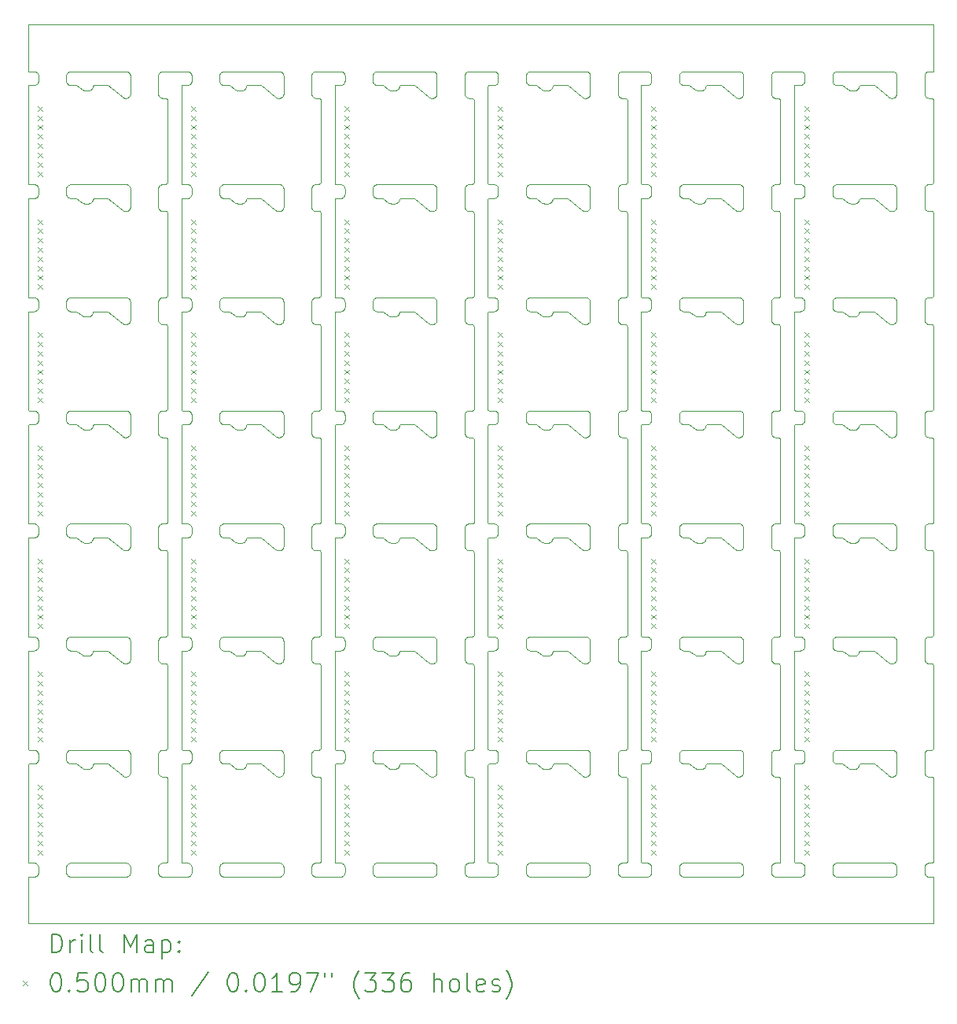
<source format=gbr>
%FSLAX45Y45*%
G04 Gerber Fmt 4.5, Leading zero omitted, Abs format (unit mm)*
G04 Created by KiCad (PCBNEW (6.0.2)) date 2022-02-28 22:33:13*
%MOMM*%
%LPD*%
G01*
G04 APERTURE LIST*
%TA.AperFunction,Profile*%
%ADD10C,0.100000*%
%TD*%
%ADD11C,0.200000*%
%ADD12C,0.050000*%
G04 APERTURE END LIST*
D10*
X7997098Y-6898431D02*
X7992496Y-6897035D01*
X9621903Y-7983094D02*
X9626100Y-7978793D01*
X13902876Y-7006407D02*
X13901202Y-7000636D01*
X5349763Y-10443297D02*
X5349999Y-10448106D01*
X7319812Y-9192743D02*
X7323810Y-9190071D01*
X7555306Y-5532163D02*
X7559930Y-5533084D01*
X11544133Y-9354131D02*
X11543035Y-9357557D01*
X9050100Y-12816658D02*
X9050093Y-11927103D01*
X9613736Y-11735651D02*
X9612116Y-11731124D01*
X4334097Y-12976014D02*
X4330855Y-12977596D01*
X5349999Y-6799106D02*
X5349999Y-6989894D01*
X12590201Y-8106257D02*
X12587226Y-8108298D01*
X8649768Y-12937603D02*
X8649282Y-12941177D01*
X13565236Y-11618210D02*
X13569763Y-11619830D01*
X12338444Y-4605900D02*
X12296605Y-4605841D01*
X5650940Y-11655540D02*
X5652109Y-11650876D01*
X9864544Y-6953634D02*
X9859988Y-6955134D01*
X10925233Y-4464790D02*
X10920569Y-4465958D01*
X7997098Y-4318669D02*
X8003006Y-4317569D01*
X9306723Y-12950435D02*
X9305302Y-12953750D01*
X10628056Y-10403805D02*
X10631372Y-10402383D01*
X6591689Y-4494893D02*
X6590101Y-4498122D01*
X6590101Y-8147122D02*
X6587624Y-8151228D01*
X10293035Y-5556909D02*
X10295302Y-5561150D01*
X10615219Y-4330712D02*
X10617921Y-4328323D01*
X11946726Y-9214465D02*
X11948234Y-9219031D01*
X10700100Y-10383682D02*
X10700093Y-9494103D01*
X7392022Y-11610075D02*
X7399863Y-11601304D01*
X12250142Y-4560505D02*
X12250009Y-4556894D01*
X11544133Y-10570131D02*
X11543035Y-10573557D01*
X4359630Y-9289898D02*
X4358530Y-9295806D01*
X5650235Y-8210703D02*
X5649999Y-8205894D01*
X11930198Y-9192743D02*
X11933014Y-9194997D01*
X7968262Y-7987877D02*
X7971901Y-7983094D01*
X5742022Y-11610075D02*
X5749863Y-11601304D01*
X6311470Y-12944706D02*
X6310532Y-12939990D01*
X7377096Y-9183061D02*
X7392022Y-9177075D01*
X4331949Y-9187805D02*
X4335151Y-9189466D01*
X4250900Y-3817200D02*
X4250193Y-3817493D01*
X7659768Y-11660297D02*
X7659989Y-11663897D01*
X8620861Y-9467696D02*
X8617511Y-9469036D01*
X13164543Y-4520634D02*
X13159988Y-4522134D01*
X10954777Y-5560069D02*
X10956279Y-5563349D01*
X8985935Y-10400875D02*
X8990627Y-10399821D01*
X4659999Y-9232106D02*
X4660132Y-9228495D01*
X5649999Y-9422894D02*
X5650013Y-9230897D01*
X10953038Y-8092091D02*
X10951071Y-8095114D01*
X5661895Y-11887905D02*
X5658257Y-11883123D01*
X4929789Y-9377271D02*
X4926076Y-9380306D01*
X10929761Y-12978070D02*
X10926379Y-12979327D01*
X10283913Y-9459207D02*
X10280196Y-9462257D01*
X4660132Y-9287505D02*
X4659999Y-9283894D01*
X4943035Y-8140557D02*
X4941689Y-8143893D01*
X7647310Y-5549194D02*
X7649633Y-5551954D01*
X4832016Y-8163986D02*
X4767287Y-8116089D01*
X5685930Y-10400875D02*
X5689439Y-10400042D01*
X5681364Y-9468617D02*
X5675900Y-9466114D01*
X4914544Y-9386634D02*
X4909988Y-9388134D01*
X11941071Y-7986885D02*
X11943038Y-7989909D01*
X6326095Y-10411793D02*
X6330787Y-10408038D01*
X12610012Y-12881106D02*
X12609953Y-12935204D01*
X11517852Y-6952220D02*
X11514543Y-6953634D01*
X6347095Y-6898431D02*
X6342494Y-6897035D01*
X6310001Y-5582106D02*
X6310134Y-5578495D01*
X7337095Y-10686431D02*
X7331366Y-10684617D01*
X9629817Y-11625743D02*
X9634855Y-11622466D01*
X9262209Y-8115885D02*
X9208868Y-8115946D01*
X8614073Y-10400875D02*
X8618639Y-10402383D01*
X9798306Y-8171435D02*
X9793711Y-8170043D01*
X11941071Y-11884114D02*
X11938886Y-11886985D01*
X5300993Y-10687900D02*
X5293332Y-10687840D01*
X6316367Y-10524052D02*
X6313731Y-10518651D01*
X6003635Y-9308052D02*
X6001063Y-9312115D01*
X6311470Y-11653194D02*
X6313285Y-11647465D01*
X9909017Y-8116932D02*
X9899879Y-8123055D01*
X7400100Y-11600682D02*
X7400093Y-10710103D01*
X4662109Y-9298124D02*
X4660720Y-9292277D01*
X6493711Y-8170043D02*
X6490365Y-8168708D01*
X7655299Y-10520850D02*
X7653032Y-10525091D01*
X10604711Y-11644150D02*
X10606978Y-11639909D01*
X10288884Y-6768015D02*
X10291068Y-6770885D01*
X8962697Y-12965706D02*
X8959647Y-12961989D01*
X10956726Y-11647465D02*
X10957899Y-11650876D01*
X13900012Y-8205894D02*
X13900026Y-8013897D01*
X9205306Y-5532163D02*
X9209930Y-5533084D01*
X10283913Y-8242206D02*
X10280196Y-8245257D01*
X4944133Y-8137131D02*
X4943035Y-8140557D01*
X5963406Y-12832159D02*
X5966999Y-12832468D01*
X13560571Y-7037958D02*
X13555814Y-7038664D01*
X8576830Y-4602095D02*
X8572448Y-4599999D01*
X8626195Y-12974829D02*
X8620861Y-12977596D01*
X10606978Y-7989909D02*
X10609649Y-7985911D01*
X12269820Y-11625743D02*
X12273818Y-11623071D01*
X11910568Y-9184042D02*
X11914078Y-9184875D01*
X9653008Y-10399469D02*
X9659013Y-10399100D01*
X9633816Y-6892929D02*
X9629817Y-6890257D01*
X11893332Y-10687840D02*
X11887299Y-10687164D01*
X8132016Y-10596986D02*
X8067287Y-10549089D01*
X6314706Y-12860150D02*
X6316973Y-12855909D01*
X12916377Y-10524052D02*
X12913742Y-10518651D01*
X4340188Y-6890257D02*
X4335151Y-6893534D01*
X6964070Y-9184875D02*
X6968636Y-9186383D01*
X9846947Y-10605900D02*
X9810202Y-10605900D01*
X7988054Y-10403805D02*
X7991369Y-10402383D01*
X11260730Y-12941177D02*
X11260142Y-12936405D01*
X11460202Y-4523900D02*
X11456596Y-4523768D01*
X12251200Y-9433636D02*
X12250245Y-9427703D01*
X10946497Y-11750687D02*
X10943915Y-11753206D01*
X12606282Y-5563349D02*
X12608237Y-5569031D01*
X8999010Y-10399100D02*
X9027096Y-10399061D01*
X6970858Y-9467696D02*
X6967509Y-9469036D01*
X6318259Y-11637877D02*
X6321898Y-11633094D01*
X12270794Y-10678962D02*
X12266103Y-10675207D01*
X9287221Y-7973702D02*
X9290196Y-7975743D01*
X9647100Y-10400569D02*
X9653008Y-10399469D01*
X4254896Y-12830986D02*
X4259979Y-12832091D01*
X12608821Y-4355464D02*
X12609481Y-4359010D01*
X8950004Y-4556894D02*
X8950004Y-4366206D01*
X10605792Y-5795998D02*
X10603736Y-5791651D01*
X12584110Y-6755886D02*
X12587226Y-6757702D01*
X9303641Y-12956952D02*
X9301748Y-12960023D01*
X6347095Y-5681431D02*
X6341366Y-5679616D01*
X11549879Y-6907055D02*
X11544937Y-6917905D01*
X13597902Y-10653124D02*
X13596728Y-10656535D01*
X10956726Y-6868535D02*
X10955305Y-6871850D01*
X4343004Y-9194997D02*
X4345647Y-9197452D01*
X9286197Y-9190071D02*
X9289221Y-9192038D01*
X9301068Y-6770885D02*
X9303035Y-6773909D01*
X12250009Y-8205894D02*
X12250024Y-8013897D01*
X10277221Y-8247298D02*
X10274105Y-8249114D01*
X12281374Y-4602617D02*
X12276978Y-4600668D01*
X6001063Y-5662114D02*
X5998879Y-5664985D01*
X11451830Y-8172180D02*
X11448306Y-8171435D01*
X9612116Y-8081124D02*
X9610728Y-8075277D01*
X10600007Y-11855894D02*
X10600021Y-11663897D01*
X12606728Y-6868535D02*
X12605307Y-6871850D01*
X8632089Y-12970677D02*
X8629218Y-12972861D01*
X12955407Y-12832233D02*
X12959018Y-12832100D01*
X7960063Y-12878696D02*
X7960372Y-12875102D01*
X7988054Y-5678195D02*
X7983813Y-5675929D01*
X11303011Y-6899531D02*
X11297103Y-6898431D01*
X13560571Y-11903958D02*
X13555814Y-11904664D01*
X5653282Y-7997465D02*
X5655231Y-7993069D01*
X6318940Y-12852885D02*
X6321124Y-12850015D01*
X10851566Y-11767756D02*
X10851092Y-11768047D01*
X13574110Y-10404886D02*
X13577226Y-10406702D01*
X12250245Y-6794297D02*
X12250951Y-6789540D01*
X5699005Y-11904900D02*
X5693000Y-11904531D01*
X11533187Y-10589886D02*
X11529789Y-10593271D01*
X9657804Y-6899885D02*
X9653008Y-6899531D01*
X4668937Y-12852885D02*
X4671121Y-12850015D01*
X12912122Y-6865124D02*
X12910733Y-6859277D01*
X12609776Y-11660297D02*
X12609997Y-11663897D01*
X7659989Y-10446897D02*
X7660004Y-10499894D01*
X6953406Y-4317259D02*
X6956999Y-4317569D01*
X5324097Y-10404886D02*
X5327214Y-10406702D01*
X5326190Y-12974829D02*
X5321949Y-12977095D01*
X11366668Y-4466900D02*
X11307806Y-4466885D01*
X9301068Y-11745114D02*
X9298884Y-11747985D01*
X8232369Y-4508763D02*
X8229789Y-4511271D01*
X9611475Y-12944706D02*
X9610728Y-12941177D01*
X8151830Y-6956180D02*
X8148306Y-6955435D01*
X9893035Y-11790557D02*
X9891689Y-11793893D01*
X8975905Y-7033114D02*
X8970789Y-7029961D01*
X11451830Y-6956180D02*
X11448306Y-6955435D01*
X5965804Y-10548664D02*
X5962204Y-10548885D01*
X10260566Y-8253958D02*
X10255809Y-8254664D01*
X6594133Y-6921131D02*
X6593035Y-6924557D01*
X6988879Y-10669985D02*
X6986489Y-10672687D01*
X6609017Y-9333932D02*
X6599879Y-9340056D01*
X13518296Y-10679480D02*
X13514409Y-10676557D01*
X6953406Y-7966159D02*
X6956999Y-7966468D01*
X4351741Y-5661123D02*
X4349628Y-5664046D01*
X8973813Y-12839071D02*
X8976973Y-12837332D01*
X7399863Y-12817304D02*
X7400100Y-12816658D01*
X9621903Y-9315905D02*
X9618945Y-9312115D01*
X5673808Y-9190071D02*
X5678048Y-9187805D01*
X13553416Y-4317259D02*
X13558201Y-4317730D01*
X6550548Y-8172768D02*
X6546947Y-8172900D01*
X4335151Y-9189466D02*
X4340188Y-9192743D01*
X8148306Y-6955435D02*
X8143711Y-6954043D01*
X10949638Y-12962946D02*
X10947316Y-12965706D01*
X5693000Y-4317569D02*
X5699005Y-4317200D01*
X8956975Y-10422909D02*
X8959647Y-10418911D01*
X7961472Y-10436194D02*
X7963287Y-10430465D01*
X7643910Y-6887206D02*
X7640193Y-6890257D01*
X13597147Y-10431592D02*
X13598237Y-10435031D01*
X9657804Y-8115885D02*
X9653008Y-8115531D01*
X7643910Y-10411793D02*
X7646492Y-10414313D01*
X7626374Y-5680427D02*
X7622910Y-5681431D01*
X9301068Y-10528115D02*
X9298884Y-10530985D01*
X9301748Y-12960023D02*
X9299635Y-12962946D01*
X7975216Y-5669388D02*
X7971901Y-5665905D01*
X9894133Y-10570131D02*
X9893035Y-10573557D01*
X5349866Y-8209505D02*
X5349468Y-8213090D01*
X9049863Y-7951304D02*
X9050100Y-7950682D01*
X10959876Y-9287505D02*
X10959479Y-9291090D01*
X10296723Y-8223535D02*
X10295302Y-8226850D01*
X7997098Y-7967568D02*
X8003006Y-7966468D01*
X8648229Y-5569031D02*
X8649062Y-5572541D01*
X6973032Y-4322432D02*
X6976192Y-4324171D01*
X12590201Y-6759743D02*
X12594799Y-6763612D01*
X11948818Y-9433636D02*
X11947899Y-9437124D01*
X11260142Y-5637505D02*
X11260009Y-5633894D01*
X7648881Y-7984015D02*
X7651065Y-7986885D01*
X13577226Y-10406702D02*
X13580201Y-10408743D01*
X10283012Y-4329097D02*
X10285655Y-4331552D01*
X12610012Y-6799106D02*
X12610012Y-6850894D01*
X13923821Y-6757071D02*
X13928061Y-6754804D01*
X8956975Y-7989909D02*
X8959647Y-7985911D01*
X5349763Y-5577297D02*
X5349999Y-5582106D01*
X12509930Y-6750084D02*
X12561005Y-6750100D01*
X9290196Y-5542743D02*
X9294794Y-5546612D01*
X11945304Y-4345250D02*
X11946726Y-4348565D01*
X5346715Y-9214465D02*
X5347889Y-9217876D01*
X5324097Y-9466114D02*
X5320855Y-9467696D01*
X4314603Y-12981667D02*
X4310993Y-12981800D01*
X4856596Y-6956767D02*
X4853016Y-6956371D01*
X13150548Y-10605768D02*
X13146947Y-10605900D01*
X12609643Y-6793102D02*
X12610012Y-6799106D01*
X6510202Y-8172900D02*
X6506596Y-8172767D01*
X10276197Y-11623071D02*
X10280196Y-11625743D01*
X8999010Y-9471900D02*
X8993006Y-9471531D01*
X11436075Y-9383552D02*
X11432016Y-9380986D01*
X8244937Y-6917905D02*
X8244133Y-6921131D01*
X8226076Y-10596306D02*
X8222084Y-10598965D01*
X9209930Y-11616084D02*
X9261000Y-11616100D01*
X12938061Y-8111195D02*
X12933821Y-8108929D01*
X4935510Y-8154139D02*
X4933187Y-8156886D01*
X5276830Y-5818095D02*
X5272448Y-5815999D01*
X12918270Y-5554877D02*
X12921908Y-5550095D01*
X8950004Y-9422894D02*
X8950019Y-9230897D01*
X8143711Y-8170043D02*
X8140365Y-8168708D01*
X4856596Y-4523768D02*
X4851831Y-4523181D01*
X7979815Y-8106257D02*
X7976097Y-8103206D01*
X4663729Y-9302651D02*
X4662109Y-9298124D01*
X9629817Y-8106257D02*
X9626100Y-8103206D01*
X12918950Y-12852885D02*
X12922705Y-12848194D01*
X4941689Y-11793893D02*
X4940101Y-11797122D01*
X5264409Y-10676557D02*
X5110932Y-10548937D01*
X11910568Y-7967041D02*
X11914078Y-7967875D01*
X11881397Y-5819747D02*
X11876830Y-5818095D01*
X12261906Y-10670905D02*
X12258267Y-10666123D01*
X13600012Y-9232106D02*
X13600012Y-9422894D01*
X9899878Y-10556069D02*
X9894937Y-10566906D01*
X4683808Y-6892929D02*
X4679809Y-6890257D01*
X9872084Y-10598965D02*
X9867852Y-10601220D01*
X11260142Y-4421505D02*
X11260009Y-4417894D01*
X8605807Y-4605664D02*
X8600998Y-4605900D01*
X10959479Y-4359010D02*
X10959994Y-4364997D01*
X13590369Y-12961989D02*
X13586500Y-12966587D01*
X10956726Y-12863465D02*
X10958234Y-12868031D01*
X6493711Y-9387044D02*
X6490365Y-9385708D01*
X9798306Y-6955435D02*
X9793711Y-6954043D01*
X4250848Y-8119522D02*
X4249931Y-8128680D01*
X11901003Y-4605900D02*
X11893332Y-4605840D01*
X13919822Y-6759743D02*
X13923821Y-6757071D01*
X9287221Y-5540702D02*
X9290196Y-5542743D01*
X14000099Y-5517706D02*
X14000093Y-4628103D01*
X11526076Y-6947306D02*
X11522084Y-6949964D01*
X10940198Y-10539257D02*
X10937224Y-10541298D01*
X8981369Y-4320483D02*
X8984780Y-4319310D01*
X5960995Y-11765900D02*
X5909072Y-11765905D01*
X10958818Y-5644636D02*
X10957899Y-5648124D01*
X12938061Y-11620804D02*
X12941377Y-11619383D01*
X6506596Y-5739767D02*
X6501830Y-5739180D01*
X13532563Y-9470089D02*
X13527956Y-9468551D01*
X6950995Y-7038900D02*
X6943332Y-7038840D01*
X4840366Y-6952708D02*
X4836075Y-6950552D01*
X8971781Y-12973542D02*
X8968858Y-12971429D01*
X12609879Y-10503505D02*
X12609481Y-10507090D01*
X10850099Y-6742310D02*
X10854894Y-6748963D01*
X5972907Y-11764431D02*
X5969378Y-11765178D01*
X7653032Y-10525091D02*
X7651065Y-10528115D01*
X12567010Y-4466531D02*
X12563416Y-4466841D01*
X4836075Y-8166552D02*
X4832016Y-8163986D01*
X10699863Y-5518304D02*
X10700100Y-5517682D01*
X5314068Y-10686125D02*
X5310558Y-10686958D01*
X4691364Y-5679616D02*
X4686968Y-5677668D01*
X13913524Y-12966587D02*
X13911134Y-12963885D01*
X7308259Y-11883123D02*
X7305233Y-11877931D01*
X13573043Y-4322432D02*
X13577226Y-4324802D01*
X10928644Y-4463617D02*
X10925233Y-4464790D01*
X11297103Y-10547431D02*
X11292501Y-10546036D01*
X12290632Y-11616821D02*
X12294206Y-11616336D01*
X13943013Y-11904531D02*
X13937106Y-11903431D01*
X13560571Y-4604958D02*
X13555814Y-4605664D01*
X7306973Y-6773909D02*
X7309644Y-6769911D01*
X4661467Y-11653194D02*
X4663282Y-11647465D01*
X12264361Y-4591548D02*
X12260380Y-4587046D01*
X9629817Y-6759743D02*
X9634855Y-6756466D01*
X7966370Y-12956952D02*
X7964208Y-12952657D01*
X6003635Y-6875052D02*
X6001063Y-6879114D01*
X10619817Y-5542743D02*
X10623816Y-5540071D01*
X11950009Y-5772894D02*
X11949876Y-5776505D01*
X11276103Y-11628793D02*
X11279820Y-11625743D01*
X4703001Y-4466531D02*
X4697093Y-4465431D01*
X13082016Y-11813986D02*
X13017287Y-11766089D01*
X9650629Y-12832821D02*
X9655402Y-12832233D01*
X6501830Y-4523181D02*
X6498306Y-4522436D01*
X11541689Y-8143893D02*
X11540101Y-8147122D01*
X10299947Y-12935204D02*
X10299638Y-12938798D01*
X12250245Y-11660297D02*
X12250951Y-11655540D01*
X12285940Y-6751875D02*
X12290632Y-6750821D01*
X9651817Y-5682369D02*
X9647100Y-5681431D01*
X10617921Y-4594777D02*
X10614358Y-4591548D01*
X12561005Y-5533100D02*
X12564616Y-5533233D01*
X8217852Y-6952220D02*
X8214543Y-6953634D01*
X11283818Y-10541929D02*
X11279820Y-10539257D01*
X12350093Y-9494103D02*
X12339338Y-9472453D01*
X8958262Y-10666123D02*
X8955236Y-10660931D01*
X10937224Y-6892298D02*
X10934108Y-6894114D01*
X10609649Y-10418911D02*
X10612700Y-10415194D01*
X13586500Y-11889687D02*
X13583918Y-11892206D01*
X6986489Y-4590687D02*
X6983908Y-4593207D01*
X6009868Y-6854505D02*
X6009471Y-6858090D01*
X6315233Y-6777069D02*
X6318259Y-6771877D01*
X4664703Y-12860150D02*
X4666970Y-12855909D01*
X4254894Y-6748963D02*
X4255306Y-6749163D01*
X10255809Y-9471664D02*
X10251000Y-9471900D01*
X10616100Y-7978793D02*
X10619817Y-7975743D01*
X6009868Y-5637505D02*
X6009471Y-5641090D01*
X6310134Y-8011495D02*
X6310532Y-8007910D01*
X10929761Y-7969830D02*
X10934108Y-7971886D01*
X9610728Y-4426277D02*
X9610139Y-4421505D01*
X11514543Y-11819634D02*
X11509988Y-11821134D01*
X13094846Y-5737434D02*
X13090365Y-5735708D01*
X4660058Y-12935204D02*
X4659999Y-12881106D01*
X12607147Y-6782592D02*
X12608237Y-6786031D01*
X12269820Y-10408743D02*
X12273818Y-10406071D01*
X12255241Y-8227931D02*
X12252873Y-8222407D01*
X11297103Y-11764431D02*
X11292501Y-11763035D01*
X9293913Y-11753206D02*
X9290196Y-11756257D01*
X9626100Y-10536207D02*
X9621903Y-10531905D01*
X10953038Y-11742091D02*
X10951071Y-11745114D01*
X10612700Y-6766194D02*
X10616100Y-6762793D01*
X13593646Y-6774948D02*
X13595808Y-6779243D01*
X13949018Y-10399100D02*
X13977096Y-10399061D01*
X11460202Y-8172900D02*
X11456596Y-8172767D01*
X5694196Y-9183336D02*
X5699005Y-9183100D01*
X8650004Y-11665106D02*
X8650004Y-11855894D01*
X12918270Y-11637877D02*
X12921908Y-11633094D01*
X10960009Y-12881106D02*
X10959950Y-12935204D01*
X10957899Y-8081124D02*
X10956726Y-8084535D01*
X5653729Y-5791651D02*
X5651774Y-5785969D01*
X13593040Y-9448091D02*
X13591073Y-9451115D01*
X6340250Y-9186830D02*
X6343631Y-9185573D01*
X10851092Y-9335047D02*
X10850844Y-9335571D01*
X8957606Y-4339985D02*
X8960375Y-4336054D01*
X12574081Y-9184875D02*
X12578646Y-9186383D01*
X8645299Y-10659850D02*
X8643033Y-10664091D01*
X6996718Y-12950435D02*
X6995297Y-12953750D01*
X4933187Y-8156886D02*
X4929789Y-8160270D01*
X10299065Y-8005540D02*
X10299770Y-8010297D01*
X10605239Y-7011931D02*
X10602871Y-7006407D01*
X7984852Y-9189466D02*
X7988054Y-9187805D01*
X11279820Y-5673257D02*
X11275222Y-5669388D01*
X8587300Y-11904164D02*
X8582563Y-11903089D01*
X11266375Y-5658052D02*
X11263739Y-5652651D01*
X13937106Y-8253431D02*
X13931377Y-8251616D01*
X7304706Y-7994150D02*
X7306973Y-7989909D01*
X11279820Y-5542743D02*
X11284857Y-5539466D01*
X13209017Y-9333932D02*
X13199879Y-9340056D01*
X9038804Y-8254967D02*
X8999010Y-8254900D01*
X13578234Y-8246642D02*
X13575164Y-8248534D01*
X7646492Y-9317687D02*
X7643910Y-9320207D01*
X8259017Y-9333932D02*
X8249879Y-9340056D01*
X10635938Y-9184875D02*
X10640629Y-9183821D01*
X6490365Y-11818708D02*
X6486075Y-11816552D01*
X11917517Y-8252035D02*
X11914078Y-8253125D01*
X10288110Y-4334195D02*
X10291068Y-4337985D01*
X5663511Y-7981312D02*
X5666993Y-7977997D01*
X8132016Y-8163986D02*
X8067287Y-8116089D01*
X7312695Y-10415194D02*
X7316095Y-10411793D01*
X10237300Y-8254164D02*
X10232563Y-8253089D01*
X11921959Y-6754804D02*
X11926200Y-6757071D01*
X8587300Y-8254164D02*
X8582563Y-8253089D01*
X13164543Y-8169634D02*
X13159988Y-8171134D01*
X5651189Y-12870364D02*
X5652109Y-12866876D01*
X13194937Y-9350906D02*
X13194133Y-9354131D01*
X9782016Y-10596986D02*
X9717287Y-10549089D01*
X8244133Y-10570131D02*
X8243035Y-10573557D01*
X4359999Y-9283894D02*
X4359630Y-9289898D01*
X9309874Y-11720505D02*
X9309476Y-11724090D01*
X8978054Y-11620804D02*
X8981369Y-11619383D01*
X4335151Y-12838466D02*
X4340188Y-12841743D01*
X6996718Y-5790535D02*
X6995297Y-5793850D01*
X8143711Y-9387044D02*
X8140365Y-9385708D01*
X8646720Y-4348565D02*
X8648229Y-4353131D01*
X9310007Y-11716894D02*
X9309874Y-11720505D01*
X13902876Y-4573408D02*
X13901202Y-4567636D01*
X8650004Y-8015106D02*
X8650004Y-8205894D01*
X8259017Y-11766932D02*
X8249879Y-11773055D01*
X8982496Y-5535964D02*
X8987098Y-5534569D01*
X13905244Y-9210069D02*
X13907614Y-9205885D01*
X10959994Y-11663897D02*
X10960009Y-11716894D01*
X4352396Y-12959015D02*
X4350356Y-12961989D01*
X6316367Y-9308052D02*
X6313731Y-9302651D01*
X12920383Y-12962946D02*
X12918270Y-12960023D01*
X7399863Y-9168304D02*
X7400100Y-9167682D01*
X13928061Y-10403805D02*
X13931377Y-10402383D01*
X10943915Y-9320207D02*
X10940198Y-9323257D01*
X9611475Y-4354294D02*
X9613290Y-4348565D01*
X5300993Y-8254900D02*
X5293332Y-8254840D01*
X5991148Y-5672529D02*
X5987216Y-5675298D01*
X10285655Y-5547452D02*
X10288110Y-5550095D01*
X12569389Y-5682178D02*
X12565814Y-5682664D01*
X7301192Y-10649636D02*
X7300237Y-10643703D01*
X10253411Y-10399159D02*
X10257005Y-10399469D01*
X6310001Y-6850894D02*
X6310001Y-6799106D01*
X13591754Y-9204877D02*
X13593646Y-9207948D01*
X9653008Y-10548531D02*
X9647100Y-10547431D01*
X4666365Y-8091052D02*
X4663729Y-8085651D01*
X4926076Y-4514306D02*
X4923106Y-4516337D01*
X5749863Y-10384304D02*
X5750100Y-10383682D01*
X11529789Y-5727270D02*
X11526076Y-5730306D01*
X8627219Y-8247298D02*
X8624102Y-8249114D01*
X10602871Y-7006407D02*
X10601197Y-7000636D01*
X8568296Y-5813480D02*
X8564409Y-5810557D01*
X6310134Y-4362595D02*
X6310532Y-4359010D01*
X6313731Y-4436651D02*
X6312111Y-4432124D01*
X6986489Y-9456687D02*
X6983908Y-9459207D01*
X13564081Y-12833875D02*
X13568646Y-12835383D01*
X11901003Y-7038900D02*
X11893332Y-7038840D01*
X13916105Y-10675207D02*
X13911908Y-10670905D01*
X8626195Y-7973071D02*
X8630193Y-7975743D01*
X9274075Y-11617875D02*
X9278641Y-11619383D01*
X13900248Y-8210703D02*
X13900012Y-8205894D01*
X8573524Y-9466564D02*
X8568296Y-9463480D01*
X5966999Y-4466531D02*
X5963406Y-4466841D01*
X11297103Y-9184569D02*
X11303011Y-9183469D01*
X5679142Y-5537304D02*
X5682491Y-5535964D01*
X12252873Y-11872407D02*
X12251200Y-11866636D01*
X7549904Y-9174799D02*
X7550099Y-9175310D01*
X8605807Y-7038664D02*
X8600998Y-7038900D01*
X10692023Y-6744075D02*
X10699863Y-6735304D01*
X13596282Y-5791651D02*
X13594780Y-5794931D01*
X13543332Y-11904840D02*
X13537299Y-11904164D01*
X7305233Y-9444931D02*
X7302866Y-9439408D01*
X13905244Y-8227931D02*
X13902876Y-8222407D01*
X11907007Y-9183469D02*
X11910568Y-9184042D01*
X10960009Y-5582106D02*
X10960009Y-5633894D01*
X6506596Y-8172767D02*
X6503016Y-8172371D01*
X4690247Y-9186830D02*
X4693628Y-9185573D01*
X4250247Y-12982043D02*
X4249919Y-12982605D01*
X6503016Y-10605371D02*
X6498306Y-10604436D01*
X5321949Y-12977095D02*
X5318634Y-12978516D01*
X11260539Y-9224910D02*
X11261478Y-9220194D01*
X9621903Y-5665905D02*
X9618945Y-5662114D01*
X7399863Y-11601304D02*
X7400100Y-11600682D01*
X6999060Y-6789540D02*
X6999765Y-6794297D01*
X9879789Y-4511271D02*
X9876076Y-4514306D01*
X12266103Y-12969106D02*
X12262702Y-12965706D01*
X11924107Y-8249114D02*
X11920866Y-8250696D01*
X4353633Y-8091052D02*
X4350356Y-8096089D01*
X11943038Y-10422909D02*
X11945304Y-10427150D01*
X8966098Y-6762793D02*
X8969815Y-6759743D01*
X11260142Y-5578495D02*
X11260539Y-5574910D01*
X13989338Y-4606453D02*
X13988804Y-4605967D01*
X7960137Y-10444495D02*
X7960534Y-10440910D01*
X13916105Y-8242206D02*
X13911908Y-8237905D01*
X9265809Y-4317436D02*
X9270566Y-4318142D01*
X7960534Y-8007910D02*
X7961472Y-8003194D01*
X8066668Y-10548900D02*
X8007801Y-10548885D01*
X7000001Y-11665106D02*
X7000001Y-11855894D01*
X6347095Y-11764431D02*
X6342494Y-11763035D01*
X4767287Y-8116089D02*
X4766668Y-8115900D01*
X8624102Y-11899114D02*
X8620861Y-11900696D01*
X5738804Y-9471967D02*
X5699005Y-9471900D01*
X11533187Y-11806886D02*
X11529789Y-11810270D01*
X4693628Y-7968573D02*
X4697093Y-7967568D01*
X14000093Y-7061103D02*
X13989338Y-7039453D01*
X4688049Y-6895195D02*
X4683808Y-6892929D01*
X6326095Y-6887206D02*
X6322695Y-6883806D01*
X4896947Y-4523900D02*
X4860202Y-4523900D01*
X8989444Y-4604958D02*
X8984780Y-4603790D01*
X11292501Y-6897035D02*
X11288059Y-6895195D01*
X4672692Y-5549194D02*
X4676092Y-5545793D01*
X11943038Y-9206909D02*
X11945304Y-9211150D01*
X9261000Y-5533100D02*
X9264611Y-5533233D01*
X8621954Y-10403805D02*
X8626195Y-10406071D01*
X9264611Y-10399233D02*
X9269384Y-10399821D01*
X10602871Y-8222407D02*
X10601197Y-8216636D01*
X11914078Y-9470125D02*
X11910568Y-9470958D01*
X11948234Y-10435031D02*
X11949067Y-10438541D01*
X10231397Y-5819747D02*
X10226830Y-5818095D01*
X7610998Y-6899900D02*
X7559072Y-6899905D01*
X10928644Y-11619383D02*
X10933040Y-11621332D01*
X12596500Y-6884687D02*
X12593918Y-6887206D01*
X13588889Y-11886985D02*
X13586500Y-11889687D01*
X7971901Y-4334195D02*
X7975216Y-4330712D01*
X6999868Y-4560505D02*
X6999471Y-4564090D01*
X8950534Y-12873910D02*
X8951779Y-12868031D01*
X5324097Y-11899114D02*
X5320855Y-11900696D01*
X7631954Y-12836804D02*
X7637219Y-12839702D01*
X6339144Y-12977596D02*
X6335903Y-12976014D01*
X5739338Y-4606453D02*
X5738938Y-4606031D01*
X9850548Y-8172768D02*
X9846947Y-8172900D01*
X8608194Y-12832630D02*
X8612910Y-12833568D01*
X8067287Y-8116089D02*
X8066668Y-8115900D01*
X13949018Y-9183100D02*
X13977096Y-9183061D01*
X7963287Y-12863465D02*
X7965790Y-12858001D01*
X8961901Y-10670905D02*
X8958262Y-10666123D01*
X7659635Y-5576102D02*
X7660004Y-5582106D01*
X12926105Y-9320207D02*
X12921908Y-9315905D01*
X5691809Y-12981269D02*
X5687093Y-12980331D01*
X7610998Y-6750100D02*
X7614608Y-6750233D01*
X5346715Y-8223535D02*
X5345294Y-8226850D01*
X10934108Y-6894114D02*
X10929761Y-6896170D01*
X9610139Y-4421505D02*
X9610007Y-4417894D01*
X8003006Y-10548531D02*
X7997098Y-10547431D01*
X11938112Y-5550095D02*
X11941071Y-5553885D01*
X12910144Y-11720505D02*
X12910012Y-11716894D01*
X12259652Y-6769911D02*
X12262702Y-6766194D01*
X7965236Y-9210069D02*
X7968262Y-9204877D01*
X4683808Y-8108929D02*
X4679809Y-8106257D01*
X13977164Y-12832040D02*
X13992022Y-12826075D01*
X4699439Y-12980858D02*
X4695930Y-12980025D01*
X10601782Y-12868031D02*
X10602871Y-12864592D01*
X13167852Y-4519220D02*
X13164543Y-4520634D01*
X6310001Y-8066894D02*
X6310001Y-8015106D01*
X12609879Y-12877495D02*
X12610012Y-12881106D01*
X12925224Y-5669388D02*
X12921908Y-5665905D01*
X5984100Y-6755886D02*
X5989216Y-6759038D01*
X5905306Y-7965163D02*
X5909930Y-7966084D01*
X11948234Y-4353131D02*
X11949067Y-4356641D01*
X12268863Y-12971429D02*
X12266103Y-12969106D01*
X6333810Y-8108929D02*
X6329812Y-8106257D01*
X10929761Y-4320930D02*
X10933040Y-4322432D01*
X9279758Y-5679170D02*
X9276377Y-5680427D01*
X8952868Y-8222407D02*
X8951195Y-8216636D01*
X4358224Y-4353131D02*
X4359277Y-4357823D01*
X10257005Y-4317569D02*
X10261742Y-4318391D01*
X11432016Y-10596986D02*
X11367287Y-10549089D01*
X4923106Y-4516337D02*
X4918930Y-4518695D01*
X7331366Y-6753383D02*
X7335932Y-6751875D01*
X11926200Y-12974829D02*
X11920866Y-12977596D01*
X6482016Y-10596986D02*
X6417287Y-10549089D01*
X7968942Y-4446115D02*
X7966370Y-4442052D01*
X4767287Y-10549089D02*
X4766668Y-10548900D01*
X8645299Y-4577850D02*
X8643033Y-4582091D01*
X11948234Y-9219031D02*
X11949067Y-9222541D01*
X4766668Y-11765900D02*
X4707796Y-11765885D01*
X10618860Y-12971429D02*
X10616100Y-12969106D01*
X8241689Y-6927893D02*
X8240101Y-6931122D01*
X8633009Y-4329097D02*
X8635652Y-4331552D01*
X11309015Y-9183100D02*
X11903413Y-9183159D01*
X9846947Y-8172900D02*
X9810202Y-8172900D01*
X6956999Y-11616468D02*
X6960561Y-11617041D01*
X6980190Y-5812257D02*
X6977216Y-5814298D01*
X10922915Y-10547431D02*
X10919386Y-10548179D01*
X10936200Y-9190071D02*
X10939224Y-9192038D01*
X8973813Y-11623071D02*
X8978054Y-11620804D01*
X12327096Y-6750061D02*
X12342022Y-6744075D01*
X11541689Y-6927893D02*
X11540101Y-6931122D01*
X5650235Y-6994703D02*
X5649999Y-6989894D01*
X5992086Y-6761222D02*
X5994789Y-6763612D01*
X7622910Y-6898431D02*
X7619381Y-6899178D01*
X4949879Y-9340056D02*
X4944937Y-9350906D01*
X5335647Y-6764452D02*
X5338876Y-6768015D01*
X7966370Y-8091052D02*
X7963734Y-8085651D01*
X9891689Y-6927893D02*
X9890101Y-6931122D01*
X11514543Y-8169634D02*
X11509988Y-8171134D01*
X12251478Y-5570194D02*
X12252482Y-5566730D01*
X6993030Y-12957991D02*
X6990358Y-12961989D01*
X10607609Y-4583115D02*
X10604711Y-4577850D01*
X13946607Y-4317259D02*
X13999124Y-4317200D01*
X12294206Y-11616336D02*
X12299015Y-11616100D01*
X10060933Y-4466936D02*
X9909017Y-4467932D01*
X12591158Y-4456529D02*
X12587226Y-4459298D01*
X13581158Y-8244529D02*
X13578234Y-8246642D01*
X8140365Y-9385708D02*
X8136075Y-9383552D01*
X5976372Y-4319673D02*
X5979753Y-4320930D01*
X8235510Y-9371139D02*
X8233187Y-9373886D01*
X7960004Y-8015106D02*
X7960137Y-8011495D01*
X11926200Y-4324171D02*
X11929224Y-4326138D01*
X6999765Y-10443297D02*
X7000001Y-10448106D01*
X5998104Y-11633094D02*
X6000358Y-11635911D01*
X11260142Y-12936405D02*
X11260009Y-12932794D01*
X6918296Y-11896480D02*
X6914409Y-11893557D01*
X13593646Y-9207948D02*
X13595808Y-9212243D01*
X10850844Y-9335571D02*
X10849903Y-9345033D01*
X4672692Y-11749806D02*
X4669642Y-11746089D01*
X4350356Y-5552911D02*
X4352396Y-5555885D01*
X11938886Y-10669985D02*
X11936497Y-10672687D01*
X9305302Y-11737850D02*
X9303035Y-11742091D01*
X7965236Y-11643069D02*
X7968262Y-11637877D01*
X11901003Y-10687900D02*
X11893332Y-10687840D01*
X5293332Y-11904840D02*
X5287300Y-11904164D01*
X12929822Y-4457257D02*
X12925224Y-4453388D01*
X10951071Y-8095114D02*
X10948887Y-8097985D01*
X12590201Y-5673257D02*
X12587226Y-5675298D01*
X12256375Y-5557948D02*
X12259652Y-5552911D01*
X10635938Y-7967875D02*
X10640629Y-7966821D01*
X10264075Y-12833875D02*
X10268641Y-12835383D01*
X7620563Y-4465958D02*
X7617002Y-4466531D01*
X10296723Y-9214465D02*
X10298231Y-9219031D01*
X6932563Y-10686089D02*
X6927956Y-10684551D01*
X6328855Y-5672529D02*
X6325214Y-5669388D01*
X12913742Y-8085651D02*
X12912122Y-8081124D01*
X10625908Y-9466114D02*
X10620792Y-9462962D01*
X8633009Y-11627997D02*
X8635652Y-11630452D01*
X7341811Y-12832630D02*
X7346597Y-12832159D01*
X6576076Y-5730306D02*
X6573106Y-5732337D01*
X4349628Y-4448046D02*
X4345647Y-4452548D01*
X13999863Y-10384304D02*
X14000100Y-10383682D01*
X4663729Y-5652651D02*
X4662109Y-5648124D01*
X9294794Y-4453388D02*
X9291153Y-4456529D01*
X12564616Y-9332767D02*
X12561005Y-9332900D01*
X8641065Y-5553885D02*
X8643033Y-5556909D01*
X10600007Y-4366206D02*
X10600243Y-4361397D01*
X12592097Y-12970677D02*
X12589226Y-12972861D01*
X10956726Y-10430465D02*
X10957899Y-10433876D01*
X7655299Y-5654850D02*
X7653032Y-5659091D01*
X11947899Y-5787124D02*
X11946726Y-5790535D01*
X8648813Y-8216636D02*
X8647894Y-8220124D01*
X10623816Y-5540071D02*
X10629150Y-5537304D01*
X12293011Y-4605531D02*
X12289450Y-4604958D01*
X5650235Y-11660297D02*
X5650940Y-11655540D01*
X5670784Y-11625038D02*
X5673808Y-11623071D01*
X4661467Y-12944706D02*
X4660529Y-12939990D01*
X9653008Y-11765531D02*
X9647100Y-11764431D01*
X4329750Y-4463170D02*
X4325223Y-4464790D01*
X9309874Y-12877495D02*
X9310007Y-12881106D01*
X6359007Y-11616100D02*
X6953406Y-11616159D01*
X11266375Y-11741052D02*
X11263739Y-11735651D01*
X10699863Y-6735304D02*
X10700099Y-6734706D01*
X12350099Y-6734706D02*
X12350093Y-5844103D01*
X9653008Y-9332531D02*
X9647100Y-9331431D01*
X9204896Y-12830986D02*
X9209954Y-12832088D01*
X5651774Y-5785969D02*
X5650529Y-5780090D01*
X13570868Y-5817696D02*
X13567519Y-5819035D01*
X10635938Y-11617875D02*
X10640629Y-11616821D01*
X8209988Y-6955134D02*
X8205308Y-6956182D01*
X6576076Y-4514306D02*
X6573106Y-4516337D01*
X8981369Y-8251616D02*
X8975905Y-8249114D01*
X6417287Y-9333089D02*
X6416668Y-9332900D01*
X5652109Y-10433876D02*
X5653282Y-10430465D01*
X13183187Y-11806886D02*
X13179789Y-11810270D01*
X13935943Y-6751875D02*
X13939452Y-6751041D01*
X12294206Y-7966336D02*
X12299015Y-7966100D01*
X12252873Y-9439408D02*
X12251200Y-9433636D01*
X7659768Y-9227297D02*
X7659989Y-9230897D01*
X11283818Y-4459929D02*
X11279820Y-4457257D01*
X13551005Y-10687900D02*
X13543332Y-10687840D01*
X5338876Y-4335115D02*
X5341741Y-4338977D01*
X11946726Y-8223535D02*
X11945304Y-8226850D01*
X4664202Y-12952657D02*
X4662472Y-12948170D01*
X12918950Y-11745114D02*
X12916377Y-11741052D01*
X8630193Y-11895257D02*
X8627219Y-11897298D01*
X5899900Y-5696299D02*
X5899904Y-6741798D01*
X5657601Y-6772885D02*
X5660370Y-6768954D01*
X8616374Y-5535573D02*
X8619755Y-5536830D01*
X6338051Y-10544195D02*
X6333810Y-10541929D01*
X4310993Y-4317200D02*
X4314603Y-4317333D01*
X5998879Y-11747985D02*
X5996489Y-11750687D01*
X5681364Y-4602617D02*
X5675900Y-4600114D01*
X4767287Y-4467089D02*
X4766668Y-4466900D01*
X8067287Y-10549089D02*
X8066668Y-10548900D01*
X10959641Y-6793102D02*
X10960009Y-6799106D01*
X10285655Y-6764452D02*
X10288884Y-6768015D01*
X7971901Y-6767094D02*
X7976097Y-6762793D01*
X12339338Y-7039453D02*
X12338804Y-7038967D01*
X6974100Y-7033114D02*
X6970858Y-7034696D01*
X9647100Y-11764431D02*
X9642499Y-11763035D01*
X12910012Y-4366206D02*
X12910144Y-4362595D01*
X9308816Y-8077636D02*
X9307897Y-8081124D01*
X11261784Y-12868031D02*
X11262873Y-12864592D01*
X10631372Y-11619383D02*
X10635938Y-11617875D01*
X6943332Y-9471840D02*
X6937299Y-9471164D01*
X6996718Y-4348565D02*
X6998226Y-4353131D01*
X8646720Y-6781465D02*
X8648229Y-6786031D01*
X11297103Y-11617568D02*
X11303011Y-11616468D01*
X11268267Y-11637877D02*
X11271906Y-11633094D01*
X11268947Y-6879114D02*
X11266375Y-6875052D01*
X10276197Y-6757071D02*
X10280196Y-6759743D01*
X9610139Y-10503505D02*
X9610007Y-10499894D01*
X6330787Y-11625038D02*
X6334849Y-11622466D01*
X7659871Y-11720505D02*
X7659473Y-11724090D01*
X10273037Y-4322432D02*
X10276197Y-4324171D01*
X7312695Y-9199194D02*
X7316095Y-9195793D01*
X6316367Y-11741052D02*
X6313731Y-11735651D01*
X12584110Y-6894114D02*
X12579763Y-6896170D01*
X10649013Y-10687900D02*
X10643008Y-10687531D01*
X4325223Y-11618210D02*
X4328634Y-11619383D01*
X6319644Y-11746089D02*
X6316367Y-11741052D01*
X10237300Y-5821164D02*
X10231397Y-5819747D01*
X6999765Y-6794297D02*
X7000001Y-6799106D01*
X12951822Y-4466370D02*
X12947106Y-4465431D01*
X11285911Y-12976014D02*
X11281786Y-12973542D01*
X4359866Y-12877495D02*
X4359999Y-12881106D01*
X10700100Y-5517682D02*
X10700097Y-4628152D01*
X10286495Y-5806687D02*
X10283913Y-5809206D01*
X8996600Y-4605841D02*
X8993006Y-4605531D01*
X9810202Y-5739900D02*
X9806596Y-5739767D01*
X9613290Y-6781465D02*
X9615239Y-6777069D01*
X13584799Y-12845612D02*
X13588115Y-12849094D01*
X4848306Y-9388436D02*
X4843711Y-9387044D01*
X11893332Y-9471840D02*
X11887299Y-9471164D01*
X6312111Y-8081124D02*
X6310723Y-8075277D01*
X10300007Y-10448106D02*
X10300007Y-10638894D01*
X10298231Y-5569031D02*
X10299065Y-5572541D01*
X6932563Y-7037089D02*
X6927956Y-7035551D01*
X10851466Y-5685719D02*
X10851011Y-5686086D01*
X6310001Y-12881106D02*
X6310134Y-12877495D01*
X5687093Y-11903431D02*
X5681364Y-11901616D01*
X5345294Y-11644150D02*
X5346715Y-11647465D01*
X9026838Y-5533098D02*
X9042023Y-5527075D01*
X10600948Y-10438541D02*
X10601782Y-10435031D01*
X9296495Y-10414313D02*
X9298884Y-10417015D01*
X11950009Y-9232106D02*
X11950009Y-9422894D01*
X10299476Y-6997090D02*
X10298816Y-7000636D01*
X5649999Y-6989894D02*
X5650013Y-6797897D01*
X11887299Y-7038164D02*
X11882563Y-7037089D01*
X11307806Y-5682885D02*
X11301819Y-5682369D01*
X6980190Y-9192743D02*
X6983007Y-9194997D01*
X6999765Y-9227297D02*
X7000001Y-9232106D01*
X5738804Y-11904967D02*
X5699005Y-11904900D01*
X7000001Y-12932794D02*
X6999868Y-12936405D01*
X6983007Y-6761997D02*
X6985649Y-6764452D01*
X4933187Y-4507886D02*
X4929789Y-4511271D01*
X4358224Y-12945869D02*
X4357134Y-12949307D01*
X13928061Y-7970804D02*
X13931377Y-7969383D01*
X13923821Y-10406071D02*
X13928061Y-10403805D01*
X7549904Y-11607798D02*
X7550099Y-11608310D01*
X9621903Y-4449905D02*
X9618945Y-4446115D01*
X13164543Y-6953634D02*
X13159988Y-6955134D01*
X13999771Y-4316941D02*
X14000092Y-4316322D01*
X5998879Y-6768015D02*
X6001063Y-6770885D01*
X13593040Y-4582091D02*
X13591073Y-4585115D01*
X10291068Y-7018114D02*
X10288884Y-7020985D01*
X5972907Y-6898431D02*
X5969378Y-6899178D01*
X11947899Y-7004124D02*
X11946726Y-7007535D01*
X10623816Y-12839071D02*
X10626976Y-12837332D01*
X5673808Y-12839071D02*
X5676968Y-12837332D01*
X4943035Y-11790557D02*
X4941689Y-11793893D01*
X11949876Y-10642505D02*
X11949479Y-10646090D01*
X10251000Y-10687900D02*
X10243332Y-10687840D01*
X4940101Y-9364122D02*
X4937624Y-9368229D01*
X10603290Y-11647465D02*
X10604711Y-11644150D01*
X6968636Y-10402383D02*
X6971951Y-10403805D01*
X9625219Y-12845612D02*
X9627921Y-12843222D01*
X5348808Y-8216636D02*
X5347889Y-8220124D01*
X10270863Y-12977596D02*
X10265230Y-12979690D01*
X4668937Y-4337985D02*
X4672692Y-4333294D01*
X8953734Y-12951551D02*
X8952477Y-12948170D01*
X7306973Y-9206909D02*
X7309644Y-9202911D01*
X6009633Y-12938798D02*
X6009060Y-12942359D01*
X12910012Y-4417894D02*
X12910012Y-4366206D01*
X9296495Y-10533687D02*
X9293913Y-10536207D01*
X12576382Y-11763427D02*
X12572918Y-11764431D01*
X7349007Y-6750100D02*
X7377096Y-6750061D01*
X4949879Y-6907055D02*
X4944937Y-6917905D01*
X13101830Y-5739180D02*
X13098306Y-5738435D01*
X7326970Y-4600668D02*
X7322786Y-4598298D01*
X10959994Y-9230897D02*
X10960009Y-9283894D01*
X10692023Y-9177075D02*
X10699863Y-9168304D01*
X4340188Y-8106257D02*
X4335151Y-8109534D01*
X5960995Y-11616100D02*
X5964606Y-11616233D01*
X13977096Y-6750061D02*
X13992022Y-6744075D01*
X8973813Y-7973071D02*
X8978054Y-7970804D01*
X10621784Y-12973542D02*
X10618860Y-12971429D01*
X6999868Y-12936405D02*
X6999280Y-12941177D01*
X8600998Y-8254900D02*
X8593332Y-8254840D01*
X5960995Y-4317200D02*
X5965804Y-4317436D01*
X4356269Y-12862348D02*
X4357526Y-12865730D01*
X12350100Y-5517682D02*
X12350097Y-4628152D01*
X6950995Y-10687900D02*
X6943332Y-10687840D01*
X11932094Y-12970677D02*
X11929224Y-12972861D01*
X7657894Y-11731124D02*
X7656720Y-11734535D01*
X10926379Y-9330427D02*
X10922915Y-9331431D01*
X8950372Y-12938798D02*
X8950019Y-12934002D01*
X9278641Y-9186383D02*
X9283037Y-9188332D01*
X12918950Y-4446115D02*
X12916377Y-4442052D01*
X13599776Y-8010297D02*
X13600012Y-8015106D01*
X5341060Y-7986885D02*
X5343027Y-7989909D01*
X5330188Y-8245257D02*
X5327214Y-8247298D01*
X4688049Y-8111195D02*
X4683808Y-8108929D01*
X4697093Y-4318669D02*
X4703001Y-4317569D01*
X6330787Y-6759038D02*
X6334849Y-6756466D01*
X13209017Y-4467932D02*
X13199879Y-4474056D01*
X6988879Y-7984015D02*
X6991063Y-7986885D01*
X13569763Y-5536830D02*
X13573043Y-5538332D01*
X7633035Y-4322432D02*
X7636195Y-4324171D01*
X4660720Y-5642277D02*
X4660132Y-5637505D01*
X13598821Y-11866636D02*
X13597902Y-11870124D01*
X6342494Y-9330036D02*
X6338051Y-9328195D01*
X12929822Y-4326843D02*
X12934860Y-4323566D01*
X4331949Y-5537805D02*
X4335151Y-5539466D01*
X9618945Y-10528115D02*
X9616372Y-10524052D01*
X11532369Y-4508763D02*
X11529789Y-4511271D01*
X7311898Y-10670905D02*
X7308259Y-10666123D01*
X6999471Y-4564090D02*
X6998811Y-4567636D01*
X5658257Y-8233123D02*
X5655231Y-8227931D01*
X6583187Y-5723886D02*
X6579789Y-5727270D01*
X8646720Y-7997465D02*
X8648229Y-8002031D01*
X11291374Y-9186383D02*
X11297103Y-9184569D01*
X4666970Y-12855909D02*
X4668937Y-12852885D01*
X9301068Y-4446115D02*
X9298110Y-4449905D01*
X4357526Y-11732270D02*
X4356269Y-11735651D01*
X13977096Y-10399061D02*
X13992022Y-10393075D01*
X13082016Y-5730986D02*
X13017287Y-5683089D01*
X11366668Y-9332900D02*
X11307806Y-9332885D01*
X10257005Y-9183469D02*
X10260566Y-9184042D01*
X12930797Y-12841038D02*
X12933821Y-12839071D01*
X10604711Y-6778150D02*
X10606978Y-6773909D01*
X5314068Y-8253125D02*
X5310558Y-8253958D01*
X10603290Y-6781465D02*
X10604711Y-6778150D01*
X6355397Y-12832233D02*
X6359007Y-12832100D01*
X8649871Y-9426505D02*
X8649473Y-9430090D01*
X11543035Y-10573557D02*
X11541689Y-10576893D01*
X5303403Y-6750159D02*
X5308188Y-6750630D01*
X13176076Y-10596306D02*
X13172084Y-10598965D01*
X8643033Y-4341009D02*
X8645299Y-4345250D01*
X13586500Y-8239687D02*
X13583918Y-8242206D01*
X12569389Y-10399821D02*
X12574081Y-10400875D01*
X8624102Y-7033114D02*
X8620861Y-7034696D01*
X12579763Y-9329170D02*
X12576382Y-9330427D01*
X10854894Y-9181963D02*
X10855306Y-9182163D01*
X12921908Y-11633094D02*
X12926105Y-11628793D01*
X6510202Y-6956900D02*
X6506596Y-6956767D01*
X10953038Y-10525091D02*
X10951071Y-10528115D01*
X5652109Y-12866876D02*
X5653282Y-12863465D01*
X5324097Y-7971886D02*
X5327214Y-7973702D01*
X13939452Y-6751041D02*
X13944209Y-6750336D01*
X4660529Y-12939990D02*
X4660058Y-12935204D01*
X9885510Y-10587139D02*
X9883187Y-10589886D01*
X4860202Y-10605900D02*
X4856596Y-10605768D01*
X9039338Y-8255453D02*
X9038804Y-8254967D01*
X13185510Y-5721139D02*
X13182369Y-5724763D01*
X6568930Y-4518695D02*
X6564543Y-4520634D01*
X6931397Y-4603748D02*
X6926830Y-4602095D01*
X9893035Y-6924557D02*
X9891689Y-6927893D01*
X13907614Y-9205885D02*
X13910383Y-9201954D01*
X5333004Y-11627997D02*
X5335647Y-11630452D01*
X6999868Y-5776505D02*
X6999471Y-5780090D01*
X10293035Y-9448091D02*
X10291068Y-9451115D01*
X4254894Y-11614963D02*
X4255306Y-11615163D01*
X9264611Y-9183233D02*
X9269384Y-9183821D01*
X4900548Y-9389768D02*
X4896947Y-9389900D01*
X4860202Y-5739900D02*
X4856596Y-5739767D01*
X9786075Y-9383552D02*
X9782016Y-9380986D01*
X9309476Y-5641090D02*
X9308816Y-5644636D01*
X6546947Y-6956900D02*
X6510202Y-6956900D01*
X6343631Y-11618573D02*
X6347095Y-11617568D01*
X10849900Y-4479311D02*
X10849904Y-5524799D01*
X12257611Y-4339985D02*
X12260380Y-4336054D01*
X12602409Y-11638885D02*
X12605307Y-11644150D01*
X8643033Y-10422909D02*
X8645299Y-10427150D01*
X5324097Y-7033114D02*
X5320855Y-7034696D01*
X9642499Y-6897035D02*
X9638056Y-6895195D01*
X11949876Y-8209505D02*
X11949479Y-8213090D01*
X4249931Y-8128680D02*
X4249901Y-9174724D01*
X7301192Y-9433636D02*
X7300237Y-9427703D01*
X13570868Y-7034696D02*
X13567519Y-7036035D01*
X12609879Y-5637505D02*
X12609481Y-5641090D01*
X6416668Y-8115900D02*
X6357799Y-8115885D01*
X10939224Y-4326138D02*
X10943915Y-4329893D01*
X10222448Y-4599999D02*
X10218296Y-4597480D01*
X9618265Y-7987877D02*
X9621903Y-7983094D01*
X5272448Y-11898999D02*
X5268296Y-11896480D01*
X5272448Y-5815999D02*
X5268296Y-5813480D01*
X9610007Y-8015106D02*
X9610139Y-8011495D01*
X9610007Y-5582106D02*
X9610139Y-5578495D01*
X9309285Y-9223723D02*
X9309770Y-9227297D01*
X11443711Y-10603044D02*
X11440365Y-10601708D01*
X4767287Y-9333089D02*
X4766668Y-9332900D01*
X7660004Y-9283894D02*
X7659871Y-9287505D01*
X10915812Y-5682664D02*
X10912212Y-5682885D01*
X6960561Y-8253958D02*
X6955804Y-8254664D01*
X7656720Y-8084535D02*
X7655299Y-8087850D01*
X7960534Y-9224910D02*
X7961472Y-9220194D01*
X4677913Y-12970677D02*
X4675211Y-12968288D01*
X11540101Y-8147122D02*
X11538281Y-8150225D01*
X10946497Y-10533687D02*
X10943915Y-10536207D01*
X7400093Y-8277103D02*
X7389338Y-8255453D01*
X8990627Y-6750821D02*
X8994201Y-6750336D01*
X9265809Y-12981564D02*
X9262209Y-12981785D01*
X5341060Y-7018114D02*
X5338876Y-7020985D01*
X9615792Y-12858001D02*
X9618945Y-12852885D01*
X8990627Y-9183821D02*
X8994201Y-9183336D01*
X7000001Y-8205894D02*
X6999868Y-8209505D01*
X9306723Y-6868535D02*
X9305302Y-6871850D01*
X13900012Y-12932794D02*
X13900012Y-12881106D01*
X9638056Y-7970804D02*
X9641372Y-7969383D01*
X8981369Y-11901616D02*
X8975905Y-11899114D01*
X10267514Y-10685036D02*
X10264075Y-10686125D01*
X4937624Y-11801228D02*
X4935510Y-11804139D01*
X6330787Y-12841038D02*
X6334849Y-12838466D01*
X14000093Y-4628103D02*
X13989338Y-4606453D01*
X4340188Y-10408743D02*
X4343004Y-10410997D01*
X7659989Y-11663897D02*
X7660004Y-11716894D01*
X10293035Y-11881091D02*
X10291068Y-11884114D01*
X11303011Y-7966468D02*
X11309015Y-7966100D01*
X6008811Y-8077636D02*
X6007891Y-8081124D01*
X9657804Y-4466885D02*
X9651817Y-4466370D01*
X13567519Y-10685036D02*
X13564081Y-10686125D01*
X4251566Y-9334756D02*
X4251045Y-9335104D01*
X10936200Y-10406071D02*
X10939224Y-10408038D01*
X13903295Y-11647465D02*
X13905244Y-11643069D01*
X6993030Y-9206909D02*
X6995297Y-9211150D01*
X7960004Y-11716894D02*
X7960004Y-11665106D01*
X7960137Y-4421505D02*
X7960004Y-4417894D01*
X13900953Y-11655540D02*
X13902122Y-11650876D01*
X12605307Y-6871850D02*
X12603040Y-6876091D01*
X13935943Y-10400875D02*
X13939452Y-10400042D01*
X13557010Y-9183469D02*
X13561748Y-9184291D01*
X6609017Y-4467932D02*
X6599879Y-4474056D01*
X8952477Y-5566730D02*
X8954208Y-5562243D01*
X11933915Y-7026206D02*
X11930198Y-7029257D01*
X6327916Y-12970677D02*
X6325214Y-12968288D01*
X4909988Y-6955134D02*
X4905308Y-6956182D01*
X8607002Y-9183469D02*
X8610563Y-9184042D01*
X13928061Y-9187805D02*
X13931377Y-9186383D01*
X4335151Y-10542534D02*
X4329750Y-10545170D01*
X11945304Y-5561150D02*
X11946726Y-5564465D01*
X9209930Y-5533084D02*
X9261000Y-5533100D01*
X8991814Y-12981269D02*
X8987098Y-12980331D01*
X9610007Y-12932794D02*
X9610021Y-12879897D01*
X4661467Y-8003194D02*
X4663282Y-7997465D01*
X6417287Y-6900089D02*
X6416668Y-6899900D01*
X12609953Y-12935204D02*
X12609643Y-12938798D01*
X6010001Y-12881106D02*
X6009942Y-12935204D01*
X8205308Y-9389182D02*
X8200548Y-9389768D01*
X11456596Y-4523768D02*
X11451830Y-4523181D01*
X12953013Y-9183469D02*
X12959018Y-9183100D01*
X10616100Y-5809206D02*
X10611903Y-5804905D01*
X6339144Y-12836304D02*
X6343631Y-12834573D01*
X8987098Y-9470431D02*
X8981369Y-9468617D01*
X10293035Y-8231091D02*
X10291068Y-8234114D01*
X11541689Y-10576893D02*
X11540101Y-10580122D01*
X7340624Y-7966821D02*
X7344198Y-7966336D01*
X8156596Y-10605768D02*
X8151830Y-10605181D01*
X13588889Y-5551015D02*
X13591073Y-5553885D01*
X9891689Y-4494893D02*
X9890101Y-4498122D01*
X11279820Y-9323257D02*
X11276103Y-9320207D01*
X6310723Y-4426277D02*
X6310134Y-4421505D01*
X9613736Y-8085651D02*
X9612116Y-8081124D01*
X4310993Y-11765900D02*
X4258907Y-11765925D01*
X6976192Y-10406071D02*
X6980190Y-10408743D01*
X9631784Y-12973542D02*
X9628860Y-12971429D01*
X7659282Y-10439723D02*
X7659768Y-10443297D01*
X11947899Y-10653124D02*
X11946726Y-10656535D01*
X5349999Y-8015106D02*
X5349999Y-8205894D01*
X7979815Y-5673257D02*
X7975216Y-5669388D01*
X12916377Y-9308052D02*
X12913742Y-9302651D01*
X6968636Y-11619383D02*
X6971951Y-11620804D01*
X11440365Y-11818708D02*
X11436075Y-11816552D01*
X13597902Y-8220124D02*
X13596728Y-8223535D01*
X9306723Y-11647465D02*
X9307897Y-11650876D01*
X13900953Y-10438541D02*
X13902122Y-10433876D01*
X13911908Y-5804905D02*
X13908270Y-5800123D01*
X8603408Y-9183159D02*
X8607002Y-9183469D01*
X10940198Y-8106257D02*
X10937224Y-8108298D01*
X6009280Y-12872723D02*
X6009868Y-12877495D01*
X4684847Y-11622466D02*
X4690247Y-11619830D01*
X10282092Y-12970677D02*
X10279221Y-12972861D01*
X13583017Y-6761997D02*
X13586500Y-6765312D01*
X12910144Y-4421505D02*
X12910012Y-4417894D01*
X13194937Y-8133905D02*
X13194133Y-8137131D01*
X12338938Y-4606031D02*
X12338444Y-4605900D01*
X9621903Y-6882905D02*
X9618945Y-6879114D01*
X13595808Y-9212243D02*
X13597147Y-9215592D01*
X9269384Y-5682178D02*
X9265809Y-5682664D01*
X9287221Y-4459298D02*
X9283037Y-4461668D01*
X9794847Y-4521434D02*
X9790366Y-4519708D01*
X7966370Y-11741052D02*
X7963734Y-11735651D01*
X12910733Y-8075277D02*
X12910144Y-8070505D01*
X12339338Y-9472453D02*
X12338804Y-9471967D01*
X7960137Y-5637505D02*
X7960004Y-5633894D01*
X7971901Y-10531905D02*
X7968942Y-10528115D01*
X6999765Y-4361397D02*
X7000001Y-4366206D01*
X12918950Y-10528115D02*
X12916377Y-10524052D01*
X11456596Y-9389768D02*
X11451830Y-9389181D01*
X13551005Y-4605900D02*
X13543332Y-4605840D01*
X4350356Y-6880089D02*
X4348102Y-6882905D01*
X13574110Y-12976014D02*
X13570868Y-12977596D01*
X4929789Y-8160270D02*
X4926076Y-8163306D01*
X13190101Y-4498122D02*
X13188281Y-4501225D01*
X13176076Y-4514306D02*
X13172084Y-4516965D01*
X7997098Y-4465431D02*
X7992496Y-4464036D01*
X9625219Y-5669388D02*
X9621903Y-5665905D01*
X9618265Y-10420877D02*
X9621903Y-10416095D01*
X9309638Y-4423898D02*
X9308816Y-4428636D01*
X10635938Y-6751875D02*
X10640629Y-6750821D01*
X10297533Y-12865730D02*
X10298538Y-12869194D01*
X5276830Y-7035095D02*
X5272448Y-7032999D01*
X12500837Y-4469620D02*
X12499900Y-4479311D01*
X5675900Y-8249114D02*
X5670784Y-8245961D01*
X13183187Y-6940886D02*
X13179789Y-6944270D01*
X9278641Y-11619383D02*
X9283037Y-11621332D01*
X6005297Y-8087850D02*
X6003635Y-8091052D01*
X12926105Y-6762793D02*
X12929822Y-6759743D01*
X12594799Y-12968288D02*
X12592097Y-12970677D01*
X8950004Y-10638894D02*
X8950019Y-10446897D01*
X6009633Y-4423898D02*
X6008811Y-4428636D01*
X10637100Y-11903431D02*
X10631372Y-11901616D01*
X6315233Y-11643069D02*
X6318259Y-11637877D01*
X9615792Y-12955898D02*
X9613736Y-12951551D01*
X6347095Y-12833568D02*
X6351811Y-12832630D01*
X13900953Y-6789540D02*
X13902122Y-6784876D01*
X13944209Y-5533336D02*
X13949018Y-5533100D01*
X7660004Y-8015106D02*
X7660004Y-8066894D01*
X6960561Y-11617041D02*
X6964070Y-11617875D01*
X7619381Y-10399821D02*
X7624073Y-10400875D01*
X8950019Y-11663897D02*
X8950240Y-11660297D01*
X8009010Y-7966100D02*
X8603408Y-7966159D01*
X6417287Y-4467089D02*
X6416668Y-4466900D01*
X8950019Y-6797897D02*
X8950240Y-6794297D01*
X5905306Y-10398163D02*
X5909930Y-10399084D01*
X5341060Y-4585115D02*
X5338876Y-4587985D01*
X8950004Y-11855894D02*
X8950019Y-11663897D01*
X10609649Y-11635911D02*
X10612700Y-11632194D01*
X13575164Y-4599534D02*
X13570868Y-4601696D01*
X4853016Y-11822371D02*
X4848306Y-11821435D01*
X7316095Y-11628793D02*
X7319812Y-11625743D01*
X8999010Y-5533100D02*
X9026838Y-5533098D01*
X4325223Y-7968210D02*
X4328634Y-7969383D01*
X6997528Y-12865730D02*
X6998533Y-12869194D01*
X7968262Y-4338977D02*
X7971901Y-4334195D01*
X11945304Y-4577850D02*
X11943038Y-4582091D01*
X12910542Y-5574910D02*
X12911480Y-5570194D01*
X7610998Y-4317200D02*
X7615807Y-4317436D01*
X12943641Y-5535573D02*
X12947106Y-5534569D01*
X9294794Y-5546612D02*
X9297313Y-5549194D01*
X6995297Y-5793850D02*
X6993030Y-5798091D01*
X5268296Y-8246480D02*
X5264409Y-8243557D01*
X5681364Y-8251616D02*
X5675900Y-8249114D01*
X10689338Y-11905453D02*
X10688804Y-11904967D01*
X13016668Y-10548900D02*
X12957809Y-10548885D01*
X6010001Y-6799106D02*
X6010001Y-6850894D01*
X7968942Y-5662114D02*
X7966370Y-5658052D01*
X11873524Y-9466564D02*
X11868296Y-9463480D01*
X12603040Y-10525091D02*
X12601073Y-10528115D01*
X10689338Y-5822453D02*
X10688804Y-5821967D01*
X8970789Y-5812961D02*
X8966098Y-5809206D01*
X4665231Y-7993069D02*
X4668257Y-7987877D01*
X12609997Y-4419103D02*
X12609643Y-4423898D01*
X9262209Y-10548885D02*
X9208891Y-10548939D01*
X8222084Y-5732964D02*
X8217852Y-5735220D01*
X9798306Y-9388436D02*
X9793711Y-9387044D01*
X6310134Y-9228495D02*
X6310532Y-9224910D01*
X10946497Y-10414313D02*
X10948887Y-10417015D01*
X12289450Y-4604958D02*
X12284785Y-4603790D01*
X4348102Y-10531905D02*
X4345647Y-10534548D01*
X7622910Y-10547431D02*
X7619381Y-10548179D01*
X7653032Y-8092091D02*
X7651065Y-8095114D01*
X7624073Y-9184875D02*
X7628639Y-9186383D01*
X4944937Y-6917905D02*
X4944133Y-6921131D01*
X4325223Y-9185210D02*
X4328634Y-9186383D01*
X9199903Y-10562033D02*
X9199904Y-11607798D01*
X7315214Y-4330712D02*
X7317916Y-4328323D01*
X9621903Y-6767094D02*
X9626100Y-6762793D01*
X10251000Y-8254900D02*
X10243332Y-8254840D01*
X8962697Y-11632194D02*
X8966098Y-11628793D01*
X9267005Y-4466531D02*
X9263411Y-4466841D01*
X8229789Y-5727270D02*
X8226076Y-5730306D01*
X12579763Y-6753830D02*
X12584110Y-6755886D01*
X7656720Y-5651535D02*
X7655299Y-5654850D01*
X7331366Y-10402383D02*
X7335932Y-10400875D01*
X7973516Y-12847312D02*
X7977919Y-12843222D01*
X9042023Y-9177075D02*
X9049863Y-9168304D01*
X9615239Y-7993069D02*
X9618265Y-7987877D01*
X11933014Y-5544997D02*
X11935657Y-5547452D01*
X12584110Y-11760114D02*
X12579763Y-11762170D01*
X10850845Y-5686547D02*
X10849900Y-5696299D01*
X10957899Y-9217876D02*
X10959288Y-9223723D01*
X10955805Y-4437757D02*
X10953643Y-4442052D01*
X12910542Y-6791910D02*
X12911480Y-6787194D01*
X7614608Y-9183233D02*
X7619381Y-9183821D01*
X8633910Y-8242206D02*
X8630193Y-8245257D01*
X4668257Y-6771877D02*
X4671896Y-6767094D01*
X11279820Y-9192743D02*
X11284857Y-9189466D01*
X10959641Y-8009102D02*
X10960009Y-8015106D01*
X5331145Y-4595529D02*
X5328222Y-4597642D01*
X8243035Y-8140557D02*
X8241689Y-8143893D01*
X12916377Y-8091052D02*
X12913742Y-8085651D01*
X12598889Y-10530985D02*
X12596500Y-10533687D01*
X11270380Y-12962946D02*
X11268267Y-12960023D01*
X5994789Y-12968288D02*
X5992086Y-12970677D01*
X5673808Y-6757071D02*
X5678048Y-6754804D01*
X4675211Y-5669388D02*
X4671896Y-5665905D01*
X13581158Y-4595529D02*
X13578234Y-4597642D01*
X5264409Y-7027557D02*
X5110933Y-6899935D01*
X5969378Y-5533821D02*
X5975225Y-5535210D01*
X12572918Y-10547431D02*
X12569389Y-10548179D01*
X12572918Y-8114431D02*
X12569389Y-8115178D01*
X7400100Y-7950682D02*
X7400093Y-7061103D01*
X12916377Y-6875052D02*
X12913742Y-6869651D01*
X10926379Y-5680427D02*
X10922915Y-5681431D01*
X6005297Y-10427150D02*
X6006718Y-10430465D01*
X6590101Y-10580122D02*
X6587624Y-10584229D01*
X13555814Y-7038664D02*
X13551005Y-7038900D01*
X9909017Y-11766932D02*
X9899879Y-11773055D01*
X7622910Y-9331431D02*
X7619381Y-9332179D01*
X10218296Y-7030480D02*
X10214409Y-7027557D01*
X12251784Y-8002031D02*
X12253292Y-7997465D01*
X12584110Y-7971886D02*
X12587226Y-7973702D01*
X8610563Y-11903958D02*
X8605807Y-11904664D01*
X7300237Y-4361397D02*
X7300943Y-4356641D01*
X12926105Y-11753206D02*
X12921908Y-11748905D01*
X12596500Y-11631312D02*
X12598889Y-11634015D01*
X5699005Y-10399100D02*
X5727096Y-10399061D01*
X8209988Y-9388134D02*
X8205308Y-9389182D01*
X7983813Y-11758929D02*
X7979815Y-11756257D01*
X10955305Y-6871850D02*
X10953038Y-6876091D01*
X10919386Y-10548179D02*
X10915812Y-10548664D01*
X5347889Y-11650876D02*
X5349057Y-11655540D01*
X5320855Y-7034696D02*
X5317506Y-7036035D01*
X12561005Y-9183100D02*
X12564616Y-9183233D01*
X11265795Y-4343102D02*
X11268267Y-4338977D01*
X5900845Y-5686547D02*
X5899900Y-5696299D01*
X9846947Y-5739900D02*
X9810202Y-5739900D01*
X6546947Y-8172900D02*
X6510202Y-8172900D01*
X12251784Y-4569969D02*
X12250730Y-4565277D01*
X12299015Y-7966100D02*
X12327096Y-7966061D01*
X11451830Y-11822180D02*
X11448306Y-11821435D01*
X12572918Y-12980331D02*
X12569389Y-12981078D01*
X7309644Y-6769911D02*
X7312695Y-6766194D01*
X4325223Y-4464790D02*
X4319376Y-4466179D01*
X6980190Y-6759743D02*
X6983007Y-6761997D01*
X12327096Y-7966061D02*
X12342022Y-7960075D01*
X8621954Y-7970804D02*
X8626195Y-7973071D01*
X13598821Y-10649636D02*
X13597902Y-10653124D01*
X9039338Y-9472453D02*
X9038804Y-9471967D01*
X7965236Y-10426069D02*
X7968262Y-10420877D01*
X11440365Y-9385708D02*
X11436075Y-9383552D01*
X13560571Y-9470958D02*
X13555814Y-9471664D01*
X10959994Y-10446897D02*
X10960009Y-10499894D01*
X7960004Y-8066894D02*
X7960004Y-8015106D01*
X9890101Y-11797122D02*
X9888281Y-11800225D01*
X6002399Y-4339985D02*
X6005297Y-4345250D01*
X12941377Y-10402383D02*
X12947106Y-10400569D01*
X9846947Y-4523900D02*
X9810202Y-4523900D01*
X13989338Y-11905453D02*
X13988804Y-11904967D01*
X12338804Y-9471967D02*
X12299015Y-9471900D01*
X8959647Y-5552911D02*
X8962697Y-5549194D01*
X13928061Y-11620804D02*
X13931377Y-11619383D01*
X6319644Y-9313089D02*
X6316367Y-9308052D01*
X8214543Y-6953634D02*
X8209988Y-6955134D01*
X4675211Y-12968288D02*
X4671121Y-12963885D01*
X5901011Y-10552087D02*
X5900845Y-10552547D01*
X11543035Y-6924557D02*
X11541689Y-6927893D01*
X13146947Y-8172900D02*
X13110202Y-8172900D01*
X13908270Y-9450123D02*
X13905244Y-9444931D01*
X4697093Y-6751568D02*
X4703001Y-6750468D01*
X11260142Y-10444495D02*
X11260539Y-10440910D01*
X13194937Y-10566906D02*
X13194133Y-10570131D01*
X13905244Y-12954831D02*
X13903742Y-12951551D01*
X10251000Y-11904900D02*
X10243332Y-11904840D01*
X12951822Y-12981269D02*
X12947106Y-12980331D01*
X5653282Y-11647465D02*
X5655231Y-11643069D01*
X13586500Y-6765312D02*
X13588889Y-6768015D01*
X9786075Y-8166552D02*
X9782016Y-8163986D01*
X9611782Y-12868031D02*
X9612871Y-12864592D01*
X13577226Y-6757702D02*
X13580201Y-6759743D01*
X5324097Y-12837886D02*
X5329213Y-12841038D01*
X9610139Y-11661495D02*
X9610537Y-11657910D01*
X12598889Y-9201015D02*
X12602409Y-9205885D01*
X10934108Y-7971886D02*
X10937224Y-7973702D01*
X11943038Y-11639909D02*
X11945304Y-11644150D01*
X5333004Y-7027003D02*
X5330188Y-7029257D01*
X5990190Y-11756257D02*
X5987216Y-11758298D01*
X10251000Y-9471900D02*
X10243332Y-9471840D01*
X5675900Y-4600114D02*
X5671776Y-4597642D01*
X12250142Y-5578495D02*
X12250539Y-5574910D01*
X5987216Y-10541298D02*
X5984100Y-10543114D01*
X9717287Y-6900089D02*
X9716668Y-6899900D01*
X4359630Y-12938798D02*
X4359057Y-12942359D01*
X11297103Y-5534569D02*
X11303011Y-5533469D01*
X7330250Y-12835830D02*
X7333631Y-12834573D01*
X13596728Y-9440535D02*
X13594780Y-9444931D01*
X6955804Y-11904664D02*
X6950995Y-11904900D01*
X10620792Y-5812961D02*
X10616100Y-5809206D01*
X10601782Y-9219031D02*
X10603290Y-9214465D01*
X13999807Y-3817493D02*
X13999100Y-3817200D01*
X7389338Y-11905453D02*
X7388804Y-11904967D01*
X4690247Y-11619830D02*
X4693628Y-11618573D01*
X9209930Y-9183084D02*
X9261000Y-9183100D01*
X7343003Y-9471531D02*
X7337095Y-9470431D01*
X10920569Y-4318142D02*
X10926379Y-4319673D01*
X6985649Y-6764452D02*
X6988879Y-6768015D01*
X6001743Y-12960023D02*
X5999630Y-12962946D01*
X8951195Y-9433636D02*
X8950240Y-9427703D01*
X8610563Y-11617041D02*
X8614073Y-11617875D01*
X10637100Y-12833568D02*
X10641817Y-12832630D01*
X10283012Y-6761997D02*
X10285655Y-6764452D01*
X4707796Y-6899885D02*
X4703001Y-6899531D01*
X13593646Y-12956952D02*
X13590369Y-12961989D01*
X8630193Y-6759743D02*
X8633009Y-6761997D01*
X11297103Y-4318669D02*
X11303011Y-4317569D01*
X13910383Y-9201954D02*
X13913524Y-9198313D01*
X12276978Y-4600668D02*
X12272794Y-4598298D01*
X5306997Y-4317569D02*
X5311735Y-4318391D01*
X13599879Y-10642505D02*
X13599481Y-10646090D01*
X6330787Y-5542038D02*
X6334849Y-5539466D01*
X8009010Y-6750100D02*
X8603408Y-6750159D01*
X10688804Y-9471967D02*
X10649013Y-9471900D01*
X12273818Y-11623071D02*
X12278059Y-11620804D01*
X10640629Y-6750821D02*
X10644204Y-6750336D01*
X8200548Y-10605768D02*
X8196947Y-10605900D01*
X5738938Y-4606031D02*
X5738444Y-4605900D01*
X13908950Y-4337985D02*
X13911908Y-4334195D01*
X5684775Y-4319310D02*
X5688263Y-4318391D01*
X9611475Y-10436194D02*
X9613290Y-10430465D01*
X9882369Y-5724763D02*
X9879789Y-5727270D01*
X9716668Y-9332900D02*
X9657804Y-9332885D01*
X8624102Y-4600114D02*
X8620861Y-4601696D01*
X10957145Y-6782592D02*
X10958234Y-6786031D01*
X10255809Y-4605664D02*
X10251000Y-4605900D01*
X7960137Y-8011495D02*
X7960534Y-8007910D01*
X10911003Y-4317200D02*
X10915812Y-4317436D01*
X8607002Y-7966468D02*
X8610563Y-7967041D01*
X8648229Y-11652031D02*
X8649062Y-11655540D01*
X4690247Y-10402830D02*
X4693628Y-10401573D01*
X10226830Y-5818095D02*
X10222448Y-5815999D01*
X7633035Y-12976568D02*
X7629755Y-12978070D01*
X7000001Y-5772894D02*
X6999868Y-5776505D01*
X4944937Y-8133905D02*
X4944133Y-8137131D01*
X7963287Y-9214465D02*
X7965236Y-9210069D01*
X7392022Y-6744075D02*
X7399863Y-6735304D01*
X7306973Y-11639909D02*
X7309644Y-11635911D01*
X4937624Y-8151228D02*
X4935510Y-8154139D01*
X8952868Y-7006407D02*
X8951195Y-7000636D01*
X5660370Y-6768954D02*
X5663511Y-6765312D01*
X8196947Y-6956900D02*
X8160202Y-6956900D01*
X12259652Y-11635911D02*
X12262702Y-11632194D01*
X11436075Y-4517552D02*
X11432016Y-4514986D01*
X10218296Y-11896480D02*
X10214409Y-11893557D01*
X11291374Y-7969383D02*
X11297103Y-7967568D01*
X7319812Y-6759743D02*
X7323810Y-6757071D01*
X10267514Y-11902035D02*
X10264075Y-11903125D01*
X10260566Y-11903958D02*
X10255809Y-11904664D01*
X12254213Y-4346343D02*
X12255795Y-4343102D01*
X11544937Y-4484906D02*
X11544133Y-4488131D01*
X12910542Y-8007910D02*
X12911480Y-8003194D01*
X10959876Y-10503505D02*
X10959479Y-10507090D01*
X8985935Y-7967875D02*
X8990627Y-7966821D01*
X12572918Y-11764431D02*
X12569389Y-11765178D01*
X13360933Y-6899935D02*
X13209017Y-6900932D01*
X12278059Y-11620804D02*
X12281374Y-11619383D01*
X10958818Y-4355464D02*
X10959479Y-4359010D01*
X6416668Y-10548900D02*
X6357799Y-10548885D01*
X8235510Y-6938139D02*
X8233187Y-6940886D01*
X6960561Y-7037958D02*
X6955804Y-7038664D01*
X4338222Y-4325458D02*
X4341145Y-4327571D01*
X5899903Y-9345033D02*
X5899904Y-10390799D01*
X4692491Y-6897035D02*
X4688049Y-6895195D01*
X6506596Y-4523768D02*
X6501830Y-4523181D01*
X8644218Y-12955898D02*
X8641065Y-12961014D01*
X10260566Y-9184042D02*
X10264075Y-9184875D01*
X12947106Y-5534569D02*
X12953013Y-5533469D01*
X8648813Y-9433636D02*
X8647894Y-9437124D01*
X7640193Y-6759743D02*
X7644791Y-6763612D01*
X12586203Y-10406071D02*
X12589226Y-10408038D01*
X8148306Y-5738435D02*
X8144846Y-5737434D01*
X4249931Y-11777680D02*
X4249900Y-12824674D01*
X7659989Y-4364997D02*
X7659989Y-4419103D01*
X5649999Y-4556894D02*
X5649999Y-4366206D01*
X11868296Y-11896480D02*
X11864409Y-11893557D01*
X9638056Y-10544195D02*
X9633816Y-10541929D01*
X6932563Y-8253089D02*
X6927956Y-8251551D01*
X9027096Y-11616061D02*
X9042023Y-11610075D01*
X4944133Y-9354131D02*
X4943035Y-9357557D01*
X7962114Y-4432124D02*
X7960725Y-4426277D01*
X8958262Y-11883123D02*
X8955236Y-11877931D01*
X8638881Y-9201015D02*
X8641065Y-9203885D01*
X13551005Y-5821900D02*
X13543332Y-5821840D01*
X4665785Y-5559002D02*
X4668937Y-5553885D01*
X13090365Y-6952708D02*
X13086075Y-6950552D01*
X6319644Y-6880089D02*
X6316367Y-6875052D01*
X6996718Y-4574535D02*
X6995297Y-4577850D01*
X12250009Y-11855894D02*
X12250024Y-11663897D01*
X11910568Y-7037958D02*
X11905812Y-7038664D01*
X8617511Y-5819035D02*
X8614073Y-5820125D01*
X7400097Y-4628152D02*
X7389338Y-4606453D01*
X6498306Y-5738435D02*
X6494846Y-5737434D01*
X13190101Y-6931122D02*
X13188281Y-6934225D01*
X12501566Y-11767756D02*
X12501092Y-11768047D01*
X10855306Y-6749163D02*
X10859930Y-6750084D01*
X7992496Y-6897035D02*
X7988054Y-6895195D01*
X4665231Y-10426069D02*
X4668257Y-10420877D01*
X5964606Y-7966233D02*
X5969378Y-7966821D01*
X9790366Y-8168708D02*
X9786075Y-8166552D01*
X9307897Y-6865124D02*
X9306723Y-6868535D01*
X4359630Y-4423898D02*
X4358530Y-4429806D01*
X5349468Y-11863090D02*
X5348808Y-11866636D01*
X9201566Y-6901756D02*
X9201092Y-6902047D01*
X5268296Y-4597480D02*
X5264409Y-4594557D01*
X12250245Y-9227297D02*
X12250951Y-9222541D01*
X9199907Y-9174823D02*
X9200099Y-9175310D01*
X6334849Y-10405466D02*
X6340250Y-10402830D01*
X9310007Y-5633894D02*
X9309874Y-5637505D01*
X9204894Y-9181963D02*
X9205306Y-9182163D01*
X5110933Y-4466936D02*
X4959017Y-4467932D01*
X5349277Y-12941177D02*
X5348224Y-12945869D01*
X13086075Y-8166552D02*
X13082016Y-8163986D01*
X5652109Y-9217876D02*
X5653282Y-9214465D01*
X12916377Y-11741052D02*
X12913742Y-11735651D01*
X4836075Y-10599552D02*
X4832016Y-10596986D01*
X9303035Y-7989909D02*
X9305803Y-7995243D01*
X12251784Y-6786031D02*
X12253292Y-6781465D01*
X9806596Y-8172767D02*
X9801831Y-8172180D01*
X7643910Y-9195793D02*
X7646492Y-9198313D01*
X4328634Y-7969383D02*
X4331949Y-7970804D01*
X9859988Y-9388134D02*
X9855308Y-9389182D01*
X10299638Y-12938798D02*
X10299065Y-12942359D01*
X8649989Y-12934002D02*
X8649768Y-12937603D01*
X8650004Y-9422894D02*
X8649871Y-9426505D01*
X8600998Y-12981800D02*
X8009010Y-12981800D01*
X11271906Y-9315905D02*
X11268947Y-9312115D01*
X7308259Y-10666123D02*
X7305233Y-10660931D01*
X9899879Y-8123055D02*
X9894937Y-8133905D01*
X8244937Y-10566906D02*
X8244133Y-10570131D01*
X6991063Y-12852885D02*
X6993030Y-12855909D01*
X11292501Y-8113035D02*
X11288059Y-8111195D01*
X12257611Y-4583115D02*
X12254714Y-4577850D01*
X9782016Y-5730986D02*
X9717287Y-5683089D01*
X11948234Y-11652031D02*
X11949067Y-11655540D01*
X10607609Y-12959015D02*
X10605792Y-12955898D01*
X13598237Y-8002031D02*
X13599070Y-8005540D01*
X6319644Y-10529089D02*
X6316367Y-10524052D01*
X11948234Y-8002031D02*
X11949067Y-8005540D01*
X7300943Y-6789540D02*
X7301776Y-6786031D01*
X8244937Y-8133905D02*
X8244133Y-8137131D01*
X10915812Y-12981564D02*
X10912212Y-12981785D01*
X11260730Y-9292277D02*
X11260142Y-9287505D01*
X10629150Y-5537304D02*
X10632499Y-5535964D01*
X9806596Y-9389768D02*
X9801831Y-9389181D01*
X11288059Y-10544195D02*
X11283818Y-10541929D01*
X4255306Y-7965163D02*
X4259954Y-7966088D01*
X10851011Y-10552087D02*
X10850845Y-10552547D01*
X12273818Y-7973071D02*
X12278059Y-7970804D01*
X10959950Y-12935204D02*
X10959641Y-12938798D01*
X8140365Y-5735708D02*
X8136075Y-5733552D01*
X4707796Y-8115885D02*
X4703001Y-8115531D01*
X9867852Y-6952220D02*
X9864544Y-6953634D01*
X9621903Y-5550095D02*
X9625219Y-5546612D01*
X6313285Y-7997465D02*
X6315233Y-7993069D01*
X11279820Y-6890257D02*
X11276103Y-6887206D01*
X8226076Y-11813306D02*
X8222084Y-11815964D01*
X13577226Y-11623702D02*
X13580201Y-11625743D01*
X9264611Y-5533233D02*
X9269384Y-5533821D01*
X8959647Y-6769911D02*
X8962697Y-6766194D01*
X6009280Y-9223723D02*
X6009765Y-9227297D01*
X8641065Y-6770885D02*
X8643033Y-6773909D01*
X12262702Y-10415194D02*
X12266103Y-10411793D01*
X10600243Y-11660297D02*
X10600948Y-11655540D01*
X11905812Y-11904664D02*
X11901003Y-11904900D01*
X6347095Y-6751568D02*
X6353003Y-6750468D01*
X10299065Y-9222541D02*
X10299770Y-9227297D01*
X8229789Y-8160270D02*
X8226076Y-8163306D01*
X13188281Y-11800225D02*
X13185510Y-11804139D01*
X4337214Y-12974198D02*
X4334097Y-12976014D01*
X6310134Y-10444495D02*
X6310532Y-10440910D01*
X5349999Y-12932794D02*
X5349866Y-12936405D01*
X9269384Y-9332179D02*
X9264611Y-9332767D01*
X8981369Y-10684617D02*
X8975905Y-10682114D01*
X10293035Y-7989909D02*
X10295302Y-7994150D01*
X7634102Y-6894114D02*
X7629755Y-6896170D01*
X4353633Y-10524052D02*
X4350356Y-10529089D01*
X8633910Y-4593207D02*
X8630193Y-4596257D01*
X5665211Y-12968288D02*
X5662692Y-12965706D01*
X4321735Y-6751291D02*
X4325223Y-6752210D01*
X4325223Y-6897790D02*
X4319376Y-6899178D01*
X12576382Y-5680427D02*
X12572918Y-5681431D01*
X7639218Y-12972861D02*
X7636195Y-12974829D01*
X11266375Y-6875052D02*
X11263739Y-6869651D01*
X10850845Y-8119547D02*
X10849900Y-8129299D01*
X6991063Y-7018114D02*
X6988879Y-7020985D01*
X7640193Y-11756257D02*
X7637219Y-11758298D01*
X5960995Y-6750100D02*
X5964606Y-6750233D01*
X5310558Y-7037958D02*
X5305802Y-7038664D01*
X11544937Y-10566906D02*
X11544133Y-10570131D01*
X6971951Y-12977095D02*
X6968636Y-12978516D01*
X5347526Y-12865730D02*
X5348530Y-12869194D01*
X10253411Y-7966159D02*
X10257005Y-7966468D01*
X6995297Y-4577850D02*
X6993030Y-4582091D01*
X9810202Y-4523900D02*
X9806596Y-4523768D01*
X9899879Y-11773055D02*
X9894937Y-11783905D01*
X7349007Y-11904900D02*
X7343003Y-11904531D01*
X10260566Y-4604958D02*
X10255809Y-4605664D01*
X11914078Y-5820125D02*
X11910568Y-5820958D01*
X9293913Y-9195793D02*
X9296495Y-9198313D01*
X12935913Y-12976014D02*
X12931789Y-12973542D01*
X5338876Y-7020985D02*
X5336487Y-7023687D01*
X8577956Y-9468551D02*
X8573524Y-9466564D01*
X7559072Y-9332905D02*
X7551566Y-9334756D01*
X9618945Y-9312115D02*
X9616372Y-9308052D01*
X10285655Y-9197452D02*
X10288884Y-9201015D01*
X13591754Y-10420877D02*
X13593646Y-10423948D01*
X4659999Y-12881106D02*
X4660132Y-12877495D01*
X9294794Y-7979612D02*
X9298884Y-7984015D01*
X7960004Y-9232106D02*
X7960137Y-9228495D01*
X13193035Y-11790557D02*
X13191689Y-11793893D01*
X9879789Y-10593271D02*
X9876076Y-10596306D01*
X4359999Y-10499894D02*
X4359630Y-10505898D01*
X6918296Y-7030480D02*
X6914409Y-7027557D01*
X10649013Y-4317200D02*
X10911003Y-4317200D01*
X10619817Y-11625743D02*
X10623816Y-11623071D01*
X5264409Y-9460557D02*
X5110933Y-9332936D01*
X11505308Y-4523182D02*
X11500548Y-4523768D01*
X10299874Y-9426505D02*
X10299476Y-9430090D01*
X7550099Y-9175310D02*
X7554894Y-9181963D01*
X7636195Y-11623071D02*
X7639218Y-11625038D01*
X7988054Y-11620804D02*
X7991369Y-11619383D01*
X13553416Y-9183159D02*
X13557010Y-9183469D01*
X5110933Y-6899935D02*
X4959017Y-6900932D01*
X9298884Y-7984015D02*
X9301068Y-7986885D01*
X10688804Y-10687967D02*
X10649013Y-10687900D01*
X7300237Y-6994703D02*
X7300001Y-6989894D01*
X9272913Y-11764431D02*
X9269384Y-11765178D01*
X11263739Y-9302651D02*
X11262119Y-9298124D01*
X6955804Y-8254664D02*
X6950995Y-8254900D01*
X9199904Y-7957798D02*
X9200099Y-7958310D01*
X10237300Y-11904164D02*
X10232563Y-11903089D01*
X7304706Y-10427150D02*
X7306973Y-10422909D01*
X5689439Y-11617041D02*
X5694196Y-11616336D01*
X13514409Y-4594557D02*
X13360933Y-4466936D01*
X12259652Y-9202911D02*
X12262702Y-9199194D01*
X11297103Y-10400569D02*
X11303011Y-10399469D01*
X6999060Y-4356641D02*
X6999765Y-4361397D01*
X13199878Y-10556069D02*
X13194937Y-10566906D01*
X9050093Y-10710103D02*
X9039338Y-10688453D01*
X7300016Y-12934002D02*
X7300001Y-12881106D01*
X4663282Y-4348565D02*
X4665785Y-4343102D01*
X9301068Y-9312115D02*
X9298884Y-9314985D01*
X7551566Y-4468756D02*
X7551030Y-4469123D01*
X9894937Y-6917905D02*
X9894133Y-6921131D01*
X8955236Y-10660931D02*
X8952868Y-10655408D01*
X10288884Y-8236985D02*
X10286495Y-8239687D01*
X9850548Y-10605768D02*
X9846947Y-10605900D01*
X10939224Y-11625038D02*
X10943915Y-11628793D01*
X13193035Y-9357557D02*
X13191689Y-9360893D01*
X7000001Y-10638894D02*
X6999868Y-10642505D01*
X9269384Y-6750821D02*
X9274075Y-6751875D01*
X12925224Y-4453388D02*
X12921908Y-4449905D01*
X9890101Y-5714122D02*
X9888281Y-5717225D01*
X13093711Y-8170043D02*
X13090365Y-8168708D01*
X9306723Y-5651535D02*
X9305302Y-5654850D01*
X6010001Y-10499894D02*
X6009868Y-10503505D01*
X5993007Y-9321003D02*
X5990190Y-9323257D01*
X6330787Y-4326138D02*
X6334849Y-4323566D01*
X7960004Y-10499894D02*
X7960004Y-10448106D01*
X11903413Y-4317259D02*
X11907007Y-4317569D01*
X13182369Y-5724763D02*
X13179789Y-5727270D01*
X10291068Y-11884114D02*
X10288884Y-11886985D01*
X11920866Y-12977596D02*
X11915233Y-12979690D01*
X11541689Y-5710893D02*
X11540101Y-5714122D01*
X4350356Y-6769911D02*
X4353027Y-6773909D01*
X13188281Y-8150225D02*
X13185510Y-8154139D01*
X9306723Y-12863465D02*
X9308231Y-12868031D01*
X10934108Y-5677114D02*
X10929761Y-5679170D01*
X6000358Y-11635911D02*
X6002399Y-11638885D01*
X12256980Y-11639909D02*
X12259652Y-11635911D01*
X8953734Y-5791651D02*
X8951779Y-5785969D01*
X5901030Y-4469123D02*
X5900837Y-4469620D01*
X8950240Y-8210703D02*
X8950004Y-8205894D01*
X10849900Y-5696299D02*
X10849904Y-6741798D01*
X9613736Y-12951551D02*
X9612480Y-12948170D01*
X8229789Y-10593271D02*
X8226076Y-10596306D01*
X10644204Y-7966336D02*
X10649013Y-7966100D01*
X8630193Y-5812257D02*
X8627219Y-5814298D01*
X7656720Y-9301535D02*
X7655299Y-9304850D01*
X10600243Y-11860703D02*
X10600007Y-11855894D01*
X11292501Y-4464036D02*
X11288059Y-4462195D01*
X9638056Y-9328195D02*
X9633816Y-9325929D01*
X11509988Y-11821134D02*
X11505308Y-11822182D01*
X12262702Y-7982194D02*
X12266103Y-7978793D01*
X7340624Y-11616821D02*
X7344198Y-11616336D01*
X12918950Y-5662114D02*
X12916377Y-5658052D01*
X4345647Y-9318548D02*
X4343004Y-9321003D01*
X8630193Y-10408743D02*
X8633009Y-10410997D01*
X6006718Y-12863465D02*
X6008226Y-12868031D01*
X11276103Y-9320207D02*
X11271906Y-9315905D01*
X9653008Y-6899531D02*
X9647100Y-6898431D01*
X4359999Y-8015106D02*
X4359999Y-8066894D01*
X8637310Y-12965706D02*
X8634791Y-12968288D01*
X10601197Y-8216636D02*
X10600243Y-8210703D01*
X10299770Y-4361397D02*
X10300007Y-4366206D01*
X6983007Y-10410997D02*
X6985649Y-10413452D01*
X7304706Y-11644150D02*
X7306973Y-11639909D01*
X10268641Y-11619383D02*
X10271957Y-11620804D01*
X8140365Y-6952708D02*
X8136075Y-6950552D01*
X9611475Y-11653194D02*
X9613290Y-11647465D01*
X10957536Y-4433270D02*
X10955805Y-4437757D01*
X10295302Y-6778150D02*
X10296723Y-6781465D01*
X9626100Y-6762793D02*
X9629817Y-6759743D01*
X9618945Y-4446115D02*
X9616372Y-4442052D01*
X12250245Y-8210703D02*
X12250009Y-8205894D01*
X6760932Y-10548937D02*
X6608970Y-10550935D01*
X8009010Y-12832100D02*
X8600998Y-12832100D01*
X9846947Y-11822900D02*
X9810202Y-11822900D01*
X6964070Y-11617875D02*
X6968636Y-11619383D01*
X8600998Y-4605900D02*
X8593332Y-4605840D01*
X4844847Y-5737434D02*
X4840366Y-5735708D01*
X4250848Y-10552522D02*
X4249931Y-10561680D01*
X10927517Y-12834964D02*
X10931959Y-12836804D01*
X9278641Y-4463617D02*
X9275230Y-4464790D01*
X13598543Y-12869194D02*
X13599481Y-12873910D01*
X4853016Y-9389371D02*
X4848306Y-9388436D01*
X10293035Y-6773909D02*
X10295302Y-6778150D01*
X5303403Y-10399159D02*
X5308188Y-10399630D01*
X10677096Y-7966061D02*
X10692023Y-7960075D01*
X13191689Y-9360893D02*
X13190101Y-9364122D01*
X5996489Y-9317687D02*
X5993007Y-9321003D01*
X12250024Y-8013897D02*
X12250245Y-8010297D01*
X4943035Y-9357557D02*
X4941689Y-9360893D01*
X6310001Y-10499894D02*
X6310001Y-10448106D01*
X5726838Y-5533098D02*
X5742022Y-5527075D01*
X6314205Y-12952657D02*
X6312474Y-12948170D01*
X11950009Y-11665106D02*
X11950009Y-11855894D01*
X11949479Y-10646090D02*
X11948818Y-10649636D01*
X5333004Y-7977997D02*
X5335647Y-7980452D01*
X11288059Y-10403805D02*
X11291374Y-10402383D01*
X6310134Y-10503505D02*
X6310001Y-10499894D01*
X8244937Y-9350906D02*
X8244133Y-9354131D01*
X9629817Y-7975743D02*
X9634855Y-7972466D01*
X9209930Y-6750084D02*
X9261000Y-6750100D01*
X7991369Y-11619383D02*
X7997098Y-11617568D01*
X11950009Y-10448106D02*
X11950009Y-10638894D01*
X5324097Y-8249114D02*
X5320855Y-8250696D01*
X13595808Y-11645243D02*
X13597147Y-11648592D01*
X12252873Y-4349692D02*
X12254213Y-4346343D01*
X11946726Y-5790535D02*
X11945304Y-5793850D01*
X4851831Y-5739180D02*
X4848306Y-5738435D01*
X6326996Y-12843997D02*
X6330787Y-12841038D01*
X4350356Y-10529089D02*
X4348102Y-10531905D01*
X7653638Y-4442052D02*
X7651065Y-4446115D01*
X5349057Y-6789540D02*
X5349763Y-6794297D01*
X10623816Y-9190071D02*
X10628056Y-9187805D01*
X4341145Y-5543471D02*
X4345647Y-5547452D01*
X10959288Y-10439723D02*
X10959773Y-10443297D01*
X12293011Y-9471531D02*
X12287103Y-9470431D01*
X5311735Y-5534291D02*
X5316369Y-5535573D01*
X9872084Y-6949964D02*
X9867852Y-6952220D01*
X11263292Y-7997465D02*
X11265241Y-7993069D01*
X8410933Y-9332936D02*
X8259017Y-9333932D01*
X5984100Y-9327114D02*
X5979753Y-9329170D01*
X8649871Y-10642505D02*
X8649473Y-10646090D01*
X6999060Y-8005540D02*
X6999765Y-8010297D01*
X9615239Y-10426069D02*
X9618265Y-10420877D01*
X10937224Y-9325298D02*
X10934108Y-9327114D01*
X12349863Y-6735304D02*
X12350099Y-6734706D01*
X12910144Y-9287505D02*
X12910012Y-9283894D01*
X10919386Y-6899178D02*
X10914614Y-6899767D01*
X9618945Y-5662114D02*
X9616372Y-5658052D01*
X6006718Y-11647465D02*
X6007891Y-11650876D01*
X5110933Y-9332936D02*
X4959017Y-9333932D01*
X7646492Y-5667687D02*
X7643910Y-5670206D01*
X12288273Y-4318391D02*
X12293011Y-4317569D01*
X11443711Y-8170043D02*
X11440365Y-8168708D01*
X7960137Y-6854505D02*
X7960004Y-6850894D01*
X10928644Y-10402383D02*
X10933040Y-10404332D01*
X13106596Y-9389768D02*
X13101830Y-9389181D01*
X9894133Y-5704131D02*
X9893035Y-5707557D01*
X9616372Y-10524052D02*
X9613736Y-10518651D01*
X4937624Y-9368229D02*
X4935510Y-9371139D01*
X13988804Y-8254967D02*
X13949018Y-8254900D01*
X11914078Y-11903125D02*
X11910568Y-11903958D01*
X7312695Y-4333294D02*
X7315214Y-4330712D01*
X11949950Y-12878696D02*
X11949950Y-12935204D01*
X5341060Y-10667115D02*
X5338876Y-10669985D01*
X9276377Y-5680427D02*
X9272913Y-5681431D01*
X8609381Y-12981078D02*
X8604609Y-12981667D01*
X12253739Y-12951551D02*
X12252482Y-12948170D01*
X13911908Y-7021905D02*
X13908270Y-7017123D01*
X12281374Y-11619383D02*
X12285940Y-11617875D01*
X4357526Y-4433270D02*
X4356269Y-4436651D01*
X12273818Y-6757071D02*
X12278059Y-6754804D01*
X11261478Y-6787194D02*
X11263292Y-6781465D01*
X9307142Y-6782592D02*
X9308231Y-6786031D01*
X5268296Y-11896480D02*
X5264409Y-11893557D01*
X11367287Y-11766089D02*
X11366668Y-11765900D01*
X5349866Y-9426505D02*
X5349468Y-9430090D01*
X7960137Y-11720505D02*
X7960004Y-11716894D01*
X6342494Y-6897035D02*
X6338051Y-6895195D01*
X7975216Y-4330712D02*
X7979815Y-4326843D01*
X5969378Y-10548179D02*
X5965804Y-10548664D01*
X8143711Y-11820043D02*
X8140365Y-11818708D01*
X10948887Y-9201015D02*
X10952407Y-9205885D01*
X5341060Y-12852885D02*
X5343027Y-12855909D01*
X10285655Y-4331552D02*
X10288110Y-4334195D01*
X13106596Y-11822767D02*
X13101830Y-11822180D01*
X13093711Y-11820043D02*
X13090365Y-11818708D01*
X6593035Y-6924557D02*
X6591689Y-6927893D01*
X6927956Y-11901551D02*
X6923524Y-11899564D01*
X11914078Y-9184875D02*
X11918644Y-9186383D01*
X9298884Y-8097985D02*
X9296495Y-8100687D01*
X6997891Y-5787124D02*
X6996718Y-5790535D01*
X7388804Y-5821967D02*
X7349007Y-5821900D01*
X4660529Y-6791910D02*
X4661467Y-6787194D01*
X12569389Y-7966821D02*
X12574081Y-7967875D01*
X10271957Y-11620804D02*
X10276197Y-11623071D01*
X7000001Y-6989894D02*
X6999868Y-6993505D01*
X4707796Y-10548885D02*
X4703001Y-10548531D01*
X7651746Y-12960023D02*
X7649633Y-12962946D01*
X11288059Y-9328195D02*
X11283818Y-9325929D01*
X7549903Y-9345033D02*
X7549904Y-10390799D01*
X9894937Y-8133905D02*
X9894133Y-8137131D01*
X6005297Y-11737850D02*
X6003635Y-11741052D01*
X10300007Y-11665106D02*
X10300007Y-11855894D01*
X5310558Y-9470958D02*
X5305802Y-9471664D01*
X12252873Y-7006407D02*
X12251200Y-7000636D01*
X8643033Y-7015091D02*
X8641065Y-7018114D01*
X6923524Y-9466564D02*
X6918296Y-9463480D01*
X13901787Y-12945869D02*
X13900953Y-12942359D01*
X6986489Y-8239687D02*
X6983908Y-8242206D01*
X13588889Y-6768015D02*
X13591754Y-6771877D01*
X7328051Y-10403805D02*
X7331366Y-10402383D01*
X7966370Y-9308052D02*
X7963734Y-9302651D01*
X9307897Y-11650876D02*
X9309285Y-11656723D01*
X5293332Y-9471840D02*
X5287300Y-9471164D01*
X5999630Y-12962946D02*
X5997308Y-12965706D01*
X4359277Y-5573723D02*
X4359866Y-5578495D01*
X11276103Y-10411793D02*
X11279820Y-10408743D01*
X13597902Y-12947024D02*
X13596728Y-12950435D01*
X12505306Y-11615163D02*
X12509930Y-11616084D01*
X8618639Y-7969383D02*
X8621954Y-7970804D01*
X11924107Y-5816114D02*
X11920866Y-5817696D01*
X11509988Y-5738134D02*
X11505308Y-5739182D01*
X7997098Y-9184569D02*
X8003006Y-9183469D01*
X5750100Y-7950682D02*
X5750093Y-7061103D01*
X14000100Y-12816658D02*
X14000093Y-11927103D01*
X9810202Y-8172900D02*
X9806596Y-8172767D01*
X10959479Y-6858090D02*
X10958818Y-6861636D01*
X13925913Y-5816114D02*
X13920797Y-5812961D01*
X6970858Y-8250696D02*
X6967509Y-8252035D01*
X5349999Y-6989894D02*
X5349866Y-6993505D01*
X7961472Y-6787194D02*
X7963287Y-6781465D01*
X10951071Y-11745114D02*
X10948887Y-11747985D01*
X4692491Y-8113035D02*
X4688049Y-8111195D01*
X9612116Y-11731124D02*
X9610728Y-11725277D01*
X5986192Y-11623071D02*
X5989216Y-11625038D01*
X8132016Y-6947986D02*
X8067287Y-6900089D01*
X5264409Y-4594557D02*
X5110933Y-4466936D01*
X4843711Y-11820043D02*
X4840366Y-11818708D01*
X10264075Y-11903125D02*
X10260566Y-11903958D01*
X7658813Y-4428636D02*
X7657531Y-4433270D01*
X13560571Y-5820958D02*
X13555814Y-5821664D01*
X11926200Y-5540071D02*
X11929224Y-5542038D01*
X12605307Y-9304850D02*
X12603040Y-9309091D01*
X11284857Y-5539466D02*
X11290258Y-5536830D01*
X9717287Y-5683089D02*
X9716668Y-5682900D01*
X6342494Y-8113035D02*
X6338051Y-8111195D01*
X9610537Y-10440910D02*
X9611475Y-10436194D01*
X8649062Y-11655540D02*
X8649768Y-11660297D01*
X6334849Y-4323566D02*
X6338051Y-4321905D01*
X10601782Y-10435031D02*
X10603290Y-10430465D01*
X12499907Y-9174823D02*
X12500099Y-9175310D01*
X5338876Y-9201015D02*
X5341060Y-9203885D01*
X6510202Y-10605900D02*
X6506596Y-10605768D01*
X7628639Y-10402383D02*
X7633035Y-10404332D01*
X11549879Y-5690055D02*
X11544937Y-5700905D01*
X7640193Y-9323257D02*
X7637219Y-9325298D01*
X9618265Y-11637877D02*
X9621903Y-11633094D01*
X9276377Y-6897427D02*
X9272913Y-6898431D01*
X12564616Y-7966233D02*
X12569389Y-7966821D01*
X11532369Y-5724763D02*
X11529789Y-5727270D01*
X7619381Y-11616821D02*
X7624073Y-11617875D01*
X6482016Y-8163986D02*
X6417287Y-8116089D01*
X9307897Y-8081124D02*
X9306723Y-8084535D01*
X4832016Y-10596986D02*
X4767287Y-10549089D01*
X9643636Y-4319673D02*
X9647100Y-4318669D01*
X6486075Y-5733552D02*
X6482016Y-5730986D01*
X9894133Y-11787131D02*
X9893035Y-11790557D01*
X11918644Y-9186383D02*
X11921959Y-9187805D01*
X12939155Y-12836304D02*
X12944788Y-12834210D01*
X9872084Y-8165964D02*
X9867852Y-8168220D01*
X9610537Y-5574910D02*
X9611475Y-5570194D01*
X5989216Y-12972861D02*
X5986192Y-12974829D01*
X7988054Y-11761195D02*
X7983813Y-11758929D01*
X13518296Y-11896480D02*
X13514409Y-11893557D01*
X11936497Y-8239687D02*
X11933915Y-8242206D01*
X13916105Y-5809206D02*
X13911908Y-5804905D01*
X5661895Y-7021905D02*
X5658257Y-7017123D01*
X4709005Y-11616100D02*
X5303403Y-11616159D01*
X9616372Y-11741052D02*
X9613736Y-11735651D01*
X7659945Y-12935204D02*
X7659635Y-12938798D01*
X4359999Y-5633894D02*
X4359630Y-5639898D01*
X13569763Y-10402830D02*
X13574110Y-10404886D01*
X5335647Y-11630452D02*
X5338876Y-11634015D01*
X5976372Y-10546427D02*
X5972907Y-10547431D01*
X7301776Y-11652031D02*
X7303285Y-11647465D01*
X7400100Y-12816658D02*
X7400093Y-11927103D01*
X9850548Y-4523768D02*
X9846947Y-4523900D01*
X5668852Y-4327571D02*
X5671776Y-4325458D01*
X6594133Y-8137131D02*
X6593035Y-8140557D01*
X5655231Y-7011931D02*
X5652863Y-7006407D01*
X7976097Y-8103206D02*
X7971901Y-8098905D01*
X9610728Y-9292277D02*
X9610139Y-9287505D01*
X10917007Y-4466531D02*
X10913413Y-4466841D01*
X4918930Y-10600695D02*
X4914544Y-10602634D01*
X10280196Y-4596257D02*
X10277221Y-4598298D01*
X13565236Y-9185210D02*
X13569763Y-9186830D01*
X13900026Y-6797897D02*
X13900380Y-6793102D01*
X13106596Y-4523768D02*
X13101830Y-4523181D01*
X10295302Y-9211150D02*
X10296723Y-9214465D01*
X9717287Y-11766089D02*
X9716668Y-11765900D01*
X12281374Y-9468617D02*
X12275911Y-9466114D01*
X7660004Y-6799106D02*
X7660004Y-6850894D01*
X7997098Y-11617568D02*
X8003006Y-11616468D01*
X7325903Y-12976014D02*
X7321778Y-12973542D01*
X6983007Y-11627997D02*
X6985649Y-11630452D01*
X6594937Y-6917905D02*
X6594133Y-6921131D01*
X9050099Y-6734706D02*
X9050093Y-5844103D01*
X4259954Y-6750088D02*
X4312201Y-6750115D01*
X6918296Y-10679480D02*
X6914409Y-10676557D01*
X4668937Y-4446115D02*
X4666365Y-4442052D01*
X9613736Y-9302651D02*
X9612116Y-9298124D01*
X9199904Y-10390799D02*
X9200099Y-10391310D01*
X7990252Y-5536830D02*
X7993633Y-5535573D01*
X7317916Y-12843222D02*
X7320787Y-12841038D01*
X8649062Y-9222541D02*
X8649768Y-9227297D01*
X4918930Y-9384695D02*
X4914544Y-9386634D01*
X4258907Y-9332925D02*
X4251566Y-9334756D01*
X5993007Y-10537003D02*
X5990190Y-10539257D01*
X5268296Y-9463480D02*
X5264409Y-9460557D01*
X7963287Y-11647465D02*
X7965236Y-11643069D01*
X6927956Y-8251551D02*
X6923524Y-8249564D01*
X7636195Y-9190071D02*
X7639218Y-9192038D01*
X12609643Y-5576102D02*
X12610012Y-5582106D01*
X7963734Y-10518651D02*
X7962114Y-10514124D01*
X9798306Y-5738435D02*
X9794847Y-5737434D01*
X4353027Y-12855909D02*
X4354767Y-12859069D01*
X13554616Y-12832233D02*
X13559389Y-12832821D01*
X10609649Y-6769911D02*
X10612700Y-6766194D01*
X10934108Y-5538886D02*
X10937224Y-5540702D01*
X8066668Y-5682900D02*
X8007801Y-5682885D01*
X6995297Y-4345250D02*
X6996718Y-4348565D01*
X8647894Y-10653124D02*
X8646720Y-10656535D01*
X9201466Y-10551719D02*
X9201011Y-10552087D01*
X11262119Y-9298124D02*
X11260730Y-9292277D01*
X10948887Y-6881985D02*
X10946497Y-6884687D01*
X13164543Y-10602634D02*
X13159988Y-10604134D01*
X10960009Y-8066894D02*
X10959876Y-8070505D01*
X13937106Y-4318669D02*
X13940634Y-4317921D01*
X12570571Y-4465958D02*
X12567010Y-4466531D01*
X9290196Y-11756257D02*
X9287221Y-11758298D01*
X10264075Y-8253125D02*
X10260566Y-8253958D01*
X13926981Y-12976568D02*
X13923821Y-12974829D01*
X12508868Y-5682946D02*
X12501466Y-5685719D01*
X4909988Y-4522134D02*
X4905308Y-4523182D01*
X8003006Y-6750468D02*
X8009010Y-6750100D01*
X10270863Y-8250696D02*
X10267514Y-8252035D01*
X10948887Y-11747985D02*
X10946497Y-11750687D01*
X5693000Y-4605531D02*
X5688263Y-4604709D01*
X10611903Y-8237905D02*
X10608265Y-8233123D01*
X5969378Y-9183821D02*
X5974070Y-9184875D01*
X11367287Y-5683089D02*
X11366668Y-5682900D01*
X10283012Y-5544997D02*
X10285655Y-5547452D01*
X7300016Y-10446897D02*
X7300237Y-10443297D01*
X5663511Y-9198313D02*
X5666993Y-9194997D01*
X10933040Y-10404332D02*
X10936200Y-10406071D01*
X5293332Y-5821840D02*
X5287300Y-5821164D01*
X11946726Y-7997465D02*
X11948234Y-8002031D01*
X6960561Y-6751041D02*
X6964070Y-6751875D01*
X7312695Y-5549194D02*
X7316095Y-5545793D01*
X12597318Y-5549194D02*
X12599641Y-5551954D01*
X11263292Y-11647465D02*
X11265241Y-11643069D01*
X6991063Y-5553885D02*
X6993030Y-5556909D01*
X13581158Y-5811529D02*
X13578234Y-5813642D01*
X11261478Y-8003194D02*
X11263292Y-7997465D01*
X9296495Y-6884687D02*
X9293913Y-6887206D01*
X5972907Y-10547431D02*
X5969378Y-10548179D01*
X9200844Y-6902571D02*
X9199900Y-6912299D01*
X13150548Y-9389768D02*
X13146947Y-9389900D01*
X11936497Y-10672687D02*
X11933915Y-10675207D01*
X12254714Y-11644150D02*
X12256980Y-11639909D01*
X6326095Y-8103206D02*
X6322695Y-8099806D01*
X13575164Y-11898534D02*
X13570868Y-11900696D01*
X7554894Y-10397963D02*
X7555306Y-10398163D01*
X12258267Y-10666123D02*
X12255241Y-10660931D01*
X6997891Y-7004124D02*
X6996718Y-7007535D01*
X8950019Y-8013897D02*
X8950240Y-8010297D01*
X13194937Y-6917905D02*
X13194133Y-6921131D01*
X10643008Y-4605531D02*
X10639447Y-4604958D01*
X9610537Y-4359010D02*
X9611475Y-4354294D01*
X13919822Y-9192743D02*
X13923821Y-9190071D01*
X10606978Y-10422909D02*
X10609649Y-10418911D01*
X13937106Y-7037431D02*
X13931377Y-7035616D01*
X12294206Y-9183336D02*
X12299015Y-9183100D01*
X5678048Y-6754804D02*
X5681364Y-6753383D01*
X10959773Y-11660297D02*
X10959994Y-11663897D01*
X12910144Y-6795495D02*
X12910542Y-6791910D01*
X8629218Y-5542038D02*
X8633009Y-5544997D01*
X5998879Y-6881985D02*
X5996489Y-6884687D01*
X9855308Y-9389182D02*
X9850548Y-9389768D01*
X11276103Y-10536207D02*
X11271906Y-10531905D01*
X6591689Y-10576893D02*
X6590101Y-10580122D01*
X12941377Y-11619383D02*
X12947106Y-11617568D01*
X9208907Y-4466925D02*
X9201566Y-4468756D01*
X8990627Y-5533821D02*
X8994201Y-5533336D01*
X6007891Y-11731124D02*
X6006718Y-11734535D01*
X8577956Y-7035551D02*
X8573524Y-7033564D01*
X11263292Y-10430465D02*
X11265241Y-10426069D01*
X10268641Y-7969383D02*
X10271957Y-7970804D01*
X5990190Y-8106257D02*
X5987216Y-8108298D01*
X5998104Y-4449905D02*
X5994789Y-4453388D01*
X13553416Y-6750159D02*
X13557010Y-6750468D01*
X4840366Y-8168708D02*
X4836075Y-8166552D01*
X7301192Y-12943536D02*
X7300370Y-12938798D01*
X12561005Y-6899900D02*
X12509072Y-6899905D01*
X8624102Y-10682114D02*
X8620861Y-10683696D01*
X7651065Y-10528115D02*
X7648881Y-10530985D01*
X13577226Y-9190702D02*
X13580201Y-9192743D01*
X5969378Y-12981078D02*
X5965804Y-12981564D01*
X10915812Y-10548664D02*
X10912212Y-10548885D01*
X11276103Y-6887206D02*
X11271906Y-6882905D01*
X9309476Y-10507090D02*
X9308816Y-10510636D01*
X9876076Y-6947306D02*
X9872084Y-6949964D01*
X12256980Y-6773909D02*
X12259652Y-6769911D01*
X5287300Y-5821164D02*
X5281397Y-5819747D01*
X6970858Y-7034696D02*
X6967509Y-7036035D01*
X12504894Y-6748963D02*
X12505306Y-6749163D01*
X9798306Y-11821435D02*
X9793711Y-11820043D01*
X9261000Y-7966100D02*
X9264611Y-7966233D01*
X7612206Y-5682885D02*
X7558868Y-5682946D01*
X12500099Y-9175310D02*
X12504894Y-9181963D01*
X4935510Y-4505139D02*
X4933187Y-4507886D01*
X4659999Y-10448106D02*
X4660132Y-10444495D01*
X11920866Y-10683696D02*
X11917517Y-10685036D01*
X6005297Y-10520850D02*
X6003635Y-10524052D01*
X12610012Y-5633894D02*
X12609879Y-5637505D01*
X7961472Y-8003194D02*
X7963287Y-7997465D01*
X13190101Y-11797122D02*
X13188281Y-11800225D01*
X10060933Y-11765935D02*
X9909017Y-11766932D01*
X7640193Y-8106257D02*
X7637219Y-8108298D01*
X10942094Y-12970677D02*
X10939224Y-12972861D01*
X5899904Y-10390799D02*
X5900099Y-10391310D01*
X11541689Y-9360893D02*
X11540101Y-9364122D01*
X11443711Y-11820043D02*
X11440365Y-11818708D01*
X6995297Y-5561150D02*
X6996718Y-5564465D01*
X5317506Y-10685036D02*
X5314068Y-10686125D01*
X13931377Y-6753383D02*
X13935943Y-6751875D01*
X11926200Y-9190071D02*
X11930198Y-9192743D01*
X4335151Y-4460534D02*
X4329750Y-4463170D01*
X10649013Y-9471900D02*
X10643008Y-9471531D01*
X8999010Y-8254900D02*
X8993006Y-8254531D01*
X5974070Y-12833875D02*
X5977509Y-12834964D01*
X5665211Y-4330712D02*
X5668852Y-4327571D01*
X6943332Y-5821840D02*
X6937299Y-5821164D01*
X8067287Y-6900089D02*
X8066668Y-6899900D01*
X5908868Y-5682946D02*
X5901466Y-5685719D01*
X13600012Y-5582106D02*
X13600012Y-5772894D01*
X5343027Y-12957991D02*
X5340356Y-12961989D01*
X6333810Y-6892929D02*
X6329812Y-6890257D01*
X8222084Y-8165964D02*
X8217852Y-8168220D01*
X6993030Y-5798091D02*
X6991063Y-5801114D01*
X5308188Y-7966630D02*
X5311735Y-7967291D01*
X7550843Y-11768571D02*
X7549904Y-11778008D01*
X6970858Y-5817696D02*
X6967509Y-5819035D01*
X5993908Y-10411793D02*
X5998104Y-10416095D01*
X12342022Y-9177075D02*
X12349863Y-9168304D01*
X8958262Y-7017123D02*
X8955236Y-7011931D01*
X6993030Y-7989909D02*
X6995297Y-7994150D01*
X9846947Y-9389900D02*
X9810202Y-9389900D01*
X13905244Y-11643069D02*
X13907614Y-11638885D01*
X13567519Y-5819035D02*
X13564081Y-5820125D01*
X10912212Y-12981785D02*
X10649013Y-12981800D01*
X12505306Y-9182163D02*
X12509930Y-9183084D01*
X12959018Y-10399100D02*
X13553416Y-10399159D01*
X7961472Y-5570194D02*
X7963287Y-5564465D01*
X9782016Y-11813986D02*
X9717287Y-11766089D01*
X13999124Y-4317200D02*
X13999771Y-4316941D01*
X11268267Y-5554877D02*
X11271906Y-5550095D01*
X6004769Y-7993069D02*
X6006271Y-7996348D01*
X5327214Y-9464298D02*
X5324097Y-9466114D01*
X10939224Y-10408038D02*
X10943915Y-10411793D01*
X12921908Y-5550095D02*
X12925224Y-5546612D01*
X12593918Y-11753206D02*
X12590201Y-11756257D01*
X4856596Y-11822767D02*
X4853016Y-11822371D01*
X11910568Y-11903958D02*
X11905812Y-11904664D01*
X10933040Y-4461668D02*
X10928644Y-4463617D01*
X5998104Y-10416095D02*
X6000358Y-10418911D01*
X7979815Y-7975743D02*
X7984852Y-7972466D01*
X10297897Y-5787124D02*
X10296723Y-5790535D01*
X4314603Y-8115767D02*
X4310993Y-8115900D01*
X11873524Y-10682564D02*
X11868296Y-10679480D01*
X8196947Y-11822900D02*
X8160202Y-11822900D01*
X9659013Y-6750100D02*
X10253411Y-6750159D01*
X11947899Y-4571124D02*
X11946726Y-4574535D01*
X11943038Y-4582091D02*
X11941071Y-4585115D01*
X11926200Y-7973071D02*
X11930198Y-7975743D01*
X5901076Y-11768066D02*
X5900843Y-11768571D01*
X12593918Y-10536207D02*
X12590201Y-10539257D01*
X11261478Y-11653194D02*
X11263292Y-11647465D01*
X13599879Y-6993505D02*
X13599481Y-6997090D01*
X4357134Y-12949307D02*
X4355795Y-12952657D01*
X7337095Y-7037431D02*
X7331366Y-7035616D01*
X10260566Y-9470958D02*
X10255809Y-9471664D01*
X10951071Y-6879114D02*
X10948887Y-6881985D01*
X5983032Y-4322432D02*
X5986192Y-4324171D01*
X13191689Y-8143893D02*
X13190101Y-8147122D01*
X9279758Y-12978070D02*
X9276377Y-12979327D01*
X12284785Y-4603790D02*
X12281374Y-4602617D01*
X7400099Y-6734706D02*
X7400093Y-5844103D01*
X11297103Y-7967568D02*
X11303011Y-7966468D01*
X11868296Y-7030480D02*
X11864409Y-7027557D01*
X12929822Y-6890257D02*
X12926105Y-6887206D01*
X4359999Y-6799106D02*
X4359999Y-6850894D01*
X10628056Y-9187805D02*
X10631372Y-9186383D01*
X4359999Y-12932794D02*
X4359630Y-12938798D01*
X7328051Y-4321905D02*
X7331366Y-4320483D01*
X7976097Y-10536207D02*
X7971901Y-10531905D01*
X12504894Y-7964963D02*
X12505306Y-7965163D01*
X8410933Y-5682935D02*
X8259017Y-5683932D01*
X9653008Y-5533469D02*
X9659013Y-5533100D01*
X9611475Y-6787194D02*
X9613290Y-6781465D01*
X7653032Y-5659091D02*
X7651065Y-5662114D01*
X7975216Y-12968288D02*
X7971901Y-12964805D01*
X12266103Y-5809206D02*
X12261906Y-5804905D01*
X12598889Y-11747985D02*
X12596500Y-11750687D01*
X9883187Y-8156886D02*
X9879789Y-8160270D01*
X6980190Y-7029257D02*
X6977216Y-7031298D01*
X9042023Y-12826075D02*
X9049863Y-12817304D01*
X9620378Y-12962946D02*
X9618265Y-12960023D01*
X7346597Y-4605841D02*
X7343003Y-4605531D01*
X7642089Y-12970677D02*
X7639218Y-12972861D01*
X5650529Y-5574910D02*
X5651189Y-5571364D01*
X9291153Y-4456529D02*
X9287221Y-4459298D01*
X8953287Y-6781465D02*
X8954708Y-6778150D01*
X12910144Y-8011495D02*
X12910542Y-8007910D01*
X4940101Y-10580122D02*
X4937624Y-10584229D01*
X12251200Y-7000636D02*
X12250245Y-6994703D01*
X7550099Y-11608310D02*
X7554894Y-11614963D01*
X13150548Y-8172768D02*
X13146947Y-8172900D01*
X7960725Y-8075277D02*
X7960137Y-8070505D01*
X7637219Y-4459298D02*
X7633035Y-4461668D01*
X12942504Y-8113035D02*
X12938061Y-8111195D01*
X7644791Y-12968288D02*
X7642089Y-12970677D01*
X11307806Y-9332885D02*
X11303011Y-9332531D01*
X11949479Y-4564090D02*
X11948818Y-4567636D01*
X9716668Y-11765900D02*
X9657804Y-11765885D01*
X8970789Y-9462962D02*
X8966098Y-9459207D01*
X8244133Y-4488131D02*
X8243035Y-4491557D01*
X11288059Y-6895195D02*
X11283818Y-6892929D01*
X5329213Y-12841038D02*
X5332084Y-12843222D01*
X13582097Y-12970677D02*
X13577226Y-12974198D01*
X9653008Y-7966468D02*
X9659013Y-7966100D01*
X12947106Y-8114431D02*
X12942504Y-8113035D01*
X7961472Y-12944706D02*
X7960534Y-12939990D01*
X8160202Y-10605900D02*
X8156596Y-10605768D01*
X8641065Y-4337985D02*
X8643033Y-4341009D01*
X12608821Y-10510636D02*
X12607902Y-10514124D01*
X10296723Y-11647465D02*
X10298231Y-11652031D01*
X4259954Y-7966088D02*
X4312201Y-7966115D01*
X8593332Y-5821840D02*
X8587300Y-5821164D01*
X13090365Y-8168708D02*
X13086075Y-8166552D01*
X8630193Y-10678257D02*
X8627219Y-10680298D01*
X6004769Y-12859069D02*
X6006718Y-12863465D01*
X6008226Y-5569031D02*
X6009060Y-5572541D01*
X8132016Y-5730986D02*
X8067287Y-5683089D01*
X7323810Y-5540071D02*
X7329144Y-5537304D01*
X7636195Y-4324171D02*
X7639218Y-4326138D01*
X7646492Y-11631312D02*
X7648881Y-11634015D01*
X8950945Y-10438541D02*
X8951779Y-10435031D01*
X6550548Y-6956768D02*
X6546947Y-6956900D01*
X11941071Y-11636885D02*
X11943038Y-11639909D01*
X12299015Y-4317200D02*
X12561005Y-4317200D01*
X13909654Y-12851911D02*
X13911908Y-12849094D01*
X13569763Y-11619830D02*
X13574110Y-11621886D01*
X6009986Y-4364997D02*
X6009986Y-4419103D01*
X12957809Y-5682885D02*
X12951822Y-5682369D01*
X12501092Y-11768047D02*
X12500843Y-11768571D01*
X12499904Y-10390799D02*
X12500099Y-10391310D01*
X7625228Y-4464790D02*
X7620563Y-4465958D01*
X9205306Y-9182163D02*
X9209930Y-9183084D01*
X10264075Y-7967875D02*
X10268641Y-7969383D01*
X12342022Y-6744075D02*
X12349863Y-6735304D01*
X11946726Y-6781465D02*
X11948234Y-6786031D01*
X12299015Y-5821900D02*
X12293011Y-5821531D01*
X6312111Y-5648124D02*
X6310723Y-5642277D01*
X10295302Y-10427150D02*
X10296723Y-10430465D01*
X8624102Y-5816114D02*
X8620861Y-5817696D01*
X6969753Y-4320930D02*
X6973032Y-4322432D01*
X9287221Y-8108298D02*
X9284105Y-8110114D01*
X13577226Y-5540702D02*
X13580201Y-5542743D01*
X8136075Y-5733552D02*
X8132016Y-5730986D01*
X5653282Y-12863465D02*
X5654703Y-12860150D01*
X9290196Y-6759743D02*
X9294794Y-6763612D01*
X6993030Y-4582091D02*
X6991063Y-4585115D01*
X5272448Y-9465999D02*
X5268296Y-9463480D01*
X4348102Y-12849094D02*
X4350356Y-12851911D01*
X6316367Y-6875052D02*
X6313731Y-6869651D01*
X7655299Y-8087850D02*
X7653032Y-8092091D01*
X12561005Y-11765900D02*
X12509072Y-11765905D01*
X7554894Y-7964963D02*
X7555306Y-7965163D01*
X5962204Y-8115885D02*
X5908868Y-8115946D01*
X11260009Y-5633894D02*
X11260009Y-5582106D01*
X11914078Y-10686125D02*
X11910568Y-10686958D01*
X4853016Y-10605371D02*
X4848306Y-10604436D01*
X10260566Y-11617041D02*
X10264075Y-11617875D01*
X4676092Y-7978793D02*
X4680784Y-7975038D01*
X5996489Y-5667687D02*
X5993908Y-5670206D01*
X13017287Y-6900089D02*
X13016668Y-6899900D01*
X10948887Y-9314985D02*
X10946497Y-9317687D01*
X9274075Y-10400875D02*
X9278641Y-10402383D01*
X13098306Y-8171435D02*
X13093711Y-8170043D01*
X8638881Y-11634015D02*
X8641065Y-11636885D01*
X9634855Y-5539466D02*
X9640255Y-5536830D01*
X5681364Y-7969383D02*
X5685930Y-7967875D01*
X9610139Y-8011495D02*
X9610537Y-8007910D01*
X10944797Y-4453388D02*
X10941155Y-4456529D01*
X13905244Y-4578931D02*
X13902876Y-4573408D01*
X10288884Y-5803985D02*
X10286495Y-5806687D01*
X8950945Y-9222541D02*
X8951779Y-9219031D01*
X5314068Y-12980025D02*
X5309376Y-12981078D01*
X11923040Y-5538332D02*
X11926200Y-5540071D01*
X10601782Y-5785969D02*
X10600537Y-5780090D01*
X4319376Y-5682178D02*
X4314603Y-5682767D01*
X7637219Y-5675298D02*
X7634102Y-5677114D01*
X11276103Y-11753206D02*
X11271906Y-11748905D01*
X6997891Y-11870124D02*
X6996718Y-11873535D01*
X4345647Y-9197452D02*
X4348102Y-9200095D01*
X9612871Y-12864592D02*
X9614210Y-12861243D01*
X12250024Y-9230897D02*
X12250245Y-9227297D01*
X9610007Y-11665106D02*
X9610139Y-11661495D01*
X13593646Y-4342048D02*
X13595808Y-4346343D01*
X13597147Y-11648592D02*
X13598237Y-11652031D01*
X13940634Y-5533821D02*
X13944209Y-5533336D01*
X12251200Y-8216636D02*
X12250245Y-8210703D01*
X11910568Y-8253958D02*
X11905812Y-8254664D01*
X7377096Y-7966061D02*
X7392022Y-7960075D01*
X9264611Y-6899767D02*
X9261000Y-6899900D01*
X5693000Y-10687531D02*
X5687093Y-10686431D01*
X11288059Y-9187805D02*
X11291374Y-9186383D01*
X10943915Y-5670206D02*
X10940198Y-5673257D01*
X9281957Y-12836804D02*
X9287221Y-12839702D01*
X9293913Y-11628793D02*
X9296495Y-11631312D01*
X10611903Y-11887905D02*
X10608265Y-11883123D01*
X7349007Y-7038900D02*
X7343003Y-7038531D01*
X8962697Y-5549194D02*
X8966098Y-5545793D01*
X10604210Y-4346343D02*
X10605792Y-4343102D01*
X8950137Y-4560505D02*
X8950004Y-4556894D01*
X13925913Y-7033114D02*
X13920797Y-7029961D01*
X4663729Y-11735651D02*
X4662109Y-11731124D01*
X6010001Y-6850894D02*
X6009868Y-6854505D01*
X4660132Y-8070505D02*
X4659999Y-8066894D01*
X6319644Y-8096089D02*
X6316367Y-8091052D01*
X9610139Y-6795495D02*
X9610537Y-6791910D01*
X11710933Y-4466936D02*
X11559017Y-4467932D01*
X13182369Y-4508763D02*
X13179789Y-4511271D01*
X5750093Y-9494103D02*
X5739338Y-9472453D01*
X11938886Y-8236985D02*
X11936497Y-8239687D01*
X7615807Y-4317436D02*
X7620563Y-4318142D01*
X5655231Y-9444931D02*
X5652863Y-9439408D01*
X12299015Y-5533100D02*
X12326838Y-5533098D01*
X11949773Y-10443297D02*
X11950009Y-10448106D01*
X12255241Y-10660931D02*
X12252873Y-10655408D01*
X9899879Y-6907055D02*
X9894937Y-6917905D01*
X10291068Y-9451115D02*
X10288884Y-9453985D01*
X8643033Y-6773909D02*
X8645299Y-6778150D01*
X7551092Y-9335047D02*
X7550843Y-9335571D01*
X7389338Y-7039453D02*
X7388804Y-7038967D01*
X7648881Y-11634015D02*
X7652402Y-11638885D01*
X6991063Y-10419885D02*
X6993030Y-10422909D01*
X9626100Y-8103206D02*
X9621903Y-8098905D01*
X12281374Y-7969383D02*
X12285940Y-7967875D01*
X11292501Y-10546036D02*
X11288059Y-10544195D01*
X12590201Y-9323257D02*
X12587226Y-9325298D01*
X5984100Y-11760114D02*
X5979753Y-11762170D01*
X6311470Y-10436194D02*
X6313285Y-10430465D01*
X6347095Y-10547431D02*
X6342494Y-10546036D01*
X11540101Y-5714122D02*
X11538281Y-5717225D01*
X10612700Y-11632194D02*
X10616100Y-11628793D01*
X13522448Y-5815999D02*
X13518296Y-5813480D01*
X5336487Y-5548313D02*
X5338876Y-5551015D01*
X8573524Y-10682564D02*
X8568296Y-10679480D01*
X13949018Y-5533100D02*
X13977096Y-5533061D01*
X11540101Y-4498122D02*
X11538281Y-4501225D01*
X9867852Y-11818220D02*
X9864544Y-11819634D01*
X12910012Y-8066894D02*
X12910012Y-8015106D01*
X9893035Y-5707557D02*
X9891689Y-5710893D01*
X7659473Y-8074090D02*
X7658813Y-8077636D01*
X6999060Y-11655540D02*
X6999765Y-11660297D01*
X10849904Y-11778008D02*
X10849901Y-12824724D01*
X6964070Y-5820125D02*
X6960561Y-5820958D01*
X11460202Y-10605900D02*
X11456596Y-10605768D01*
X8593332Y-10687840D02*
X8587300Y-10687164D01*
X13949018Y-7966100D02*
X13977096Y-7966061D01*
X11943038Y-5798091D02*
X11941071Y-5801114D01*
X5652472Y-5566730D02*
X5654202Y-5562243D01*
X10624855Y-4323566D02*
X10628056Y-4321905D01*
X5667913Y-12843222D02*
X5670784Y-12841038D01*
X8607002Y-11616468D02*
X8610563Y-11617041D01*
X10933040Y-4322432D02*
X10936200Y-4324171D01*
X6587624Y-8151228D02*
X6585510Y-8154139D01*
X8241689Y-10576893D02*
X8240101Y-10580122D01*
X9883187Y-6940886D02*
X9879789Y-6944270D01*
X5658257Y-10666123D02*
X5655231Y-10660931D01*
X9717287Y-4467089D02*
X9716668Y-4466900D01*
X4926076Y-11813306D02*
X4923106Y-11815337D01*
X13167852Y-5735220D02*
X13164543Y-5736634D01*
X4766668Y-4466900D02*
X4707796Y-4466885D01*
X5670784Y-10408038D02*
X5673808Y-10406071D01*
X5739338Y-10688453D02*
X5738804Y-10687967D01*
X6009942Y-12935204D02*
X6009633Y-12938798D01*
X11938112Y-12849094D02*
X11941071Y-12852885D01*
X6006718Y-9214465D02*
X6007891Y-9217876D01*
X9890101Y-4498122D02*
X9888281Y-4501225D01*
X5660370Y-4587046D02*
X5657601Y-4583115D01*
X7551466Y-5685719D02*
X7551011Y-5686086D01*
X7388804Y-9471967D02*
X7349007Y-9471900D01*
X4319376Y-8115178D02*
X4314603Y-8115767D01*
X8614073Y-11617875D02*
X8618639Y-11619383D01*
X4659999Y-11716894D02*
X4659999Y-11665106D01*
X11309015Y-10399100D02*
X11903413Y-10399159D01*
X10614358Y-4591548D02*
X10610378Y-4587046D01*
X9301068Y-8095114D02*
X9298884Y-8097985D01*
X6988879Y-11634015D02*
X6991063Y-11636885D01*
X8951779Y-6786031D02*
X8953287Y-6781465D01*
X6482016Y-11813986D02*
X6417287Y-11766089D01*
X10600007Y-6989894D02*
X10600021Y-6797897D01*
X6986489Y-7023687D02*
X6983908Y-7026206D01*
X8148306Y-8171435D02*
X8143711Y-8170043D01*
X12501092Y-9335047D02*
X12500843Y-9335571D01*
X12605808Y-7995243D02*
X12607147Y-7998592D01*
X6555308Y-5739182D02*
X6550548Y-5739768D01*
X4856596Y-8172767D02*
X4853016Y-8172371D01*
X4345647Y-8101548D02*
X4343004Y-8104003D01*
X10959479Y-9291090D02*
X10958818Y-9294636D01*
X9651817Y-4466370D02*
X9647100Y-4465431D01*
X11522084Y-4516965D02*
X11517852Y-4519220D01*
X8205308Y-6956182D02*
X8200548Y-6956768D01*
X10951071Y-7986885D02*
X10953038Y-7989909D01*
X8959647Y-10418911D02*
X8962697Y-10415194D01*
X13583918Y-10675207D02*
X13581158Y-10677529D01*
X5727096Y-9183061D02*
X5742022Y-9177075D01*
X10612700Y-4333294D02*
X10615219Y-4330712D01*
X12609481Y-4359010D02*
X12609997Y-4364997D01*
X13925913Y-10682114D02*
X13920797Y-10678962D01*
X7986973Y-12976568D02*
X7982789Y-12974198D01*
X12953013Y-6750468D02*
X12959018Y-6750100D01*
X13176076Y-6947306D02*
X13172084Y-6949964D01*
X9618265Y-6771877D02*
X9621903Y-6767094D01*
X11526076Y-4514306D02*
X11522084Y-4516965D01*
X8950137Y-12877495D02*
X8950534Y-12873910D01*
X10643008Y-4317569D02*
X10649013Y-4317200D01*
X10284794Y-12968288D02*
X10282092Y-12970677D01*
X7658813Y-6861636D02*
X7657894Y-6865124D01*
X7988054Y-8111195D02*
X7983813Y-8108929D01*
X13937106Y-11903431D02*
X13931377Y-11901616D01*
X9610728Y-12872723D02*
X9611782Y-12868031D01*
X9269384Y-12981078D02*
X9265809Y-12981564D01*
X10299065Y-4356641D02*
X10299770Y-4361397D01*
X9269384Y-10548179D02*
X9265809Y-10548664D01*
X10276197Y-4324171D02*
X10279221Y-4326138D01*
X10612700Y-7982194D02*
X10616100Y-7978793D01*
X11303011Y-9183469D02*
X11309015Y-9183100D01*
X13600012Y-10448106D02*
X13600012Y-10638894D01*
X10606978Y-9206909D02*
X10609649Y-9202911D01*
X6993030Y-9448091D02*
X6991063Y-9451115D01*
X11882563Y-11903089D02*
X11877956Y-11901551D01*
X6587624Y-6935228D02*
X6585510Y-6938139D01*
X4697093Y-9184569D02*
X4703001Y-9183469D01*
X11945304Y-10427150D02*
X11946726Y-10430465D01*
X6310532Y-5574910D02*
X6311776Y-5569031D01*
X12922705Y-12848194D02*
X12925224Y-12845612D01*
X13164543Y-9386634D02*
X13159988Y-9388134D01*
X11303011Y-10548531D02*
X11297103Y-10547431D01*
X9275230Y-5535210D02*
X9279758Y-5536830D01*
X11366668Y-8115900D02*
X11307806Y-8115885D01*
X12938061Y-10403805D02*
X12941377Y-10402383D01*
X6506596Y-11822767D02*
X6503016Y-11822371D01*
X11260142Y-9287505D02*
X11260009Y-9283894D01*
X12250024Y-10446897D02*
X12250245Y-10443297D01*
X7400093Y-7061103D02*
X7389338Y-7039453D01*
X14000100Y-7950682D02*
X14000093Y-7061103D01*
X4343004Y-11754003D02*
X4340188Y-11756257D01*
X5349057Y-11655540D02*
X5349763Y-11660297D01*
X4662109Y-11731124D02*
X4660720Y-11725277D01*
X6313285Y-10430465D02*
X6315233Y-10426069D01*
X4349628Y-5664046D02*
X4345647Y-5668548D01*
X7648881Y-10530985D02*
X7646492Y-10533687D01*
X6937299Y-5821164D02*
X6931397Y-5819747D01*
X11710933Y-11765935D02*
X11559017Y-11766932D01*
X10604711Y-9211150D02*
X10606978Y-9206909D01*
X9301068Y-7986885D02*
X9303035Y-7989909D01*
X10955805Y-6779243D02*
X10957145Y-6782592D01*
X5346715Y-5564465D02*
X5347889Y-5567876D01*
X11949067Y-10438541D02*
X11949773Y-10443297D01*
X12941377Y-9186383D02*
X12947106Y-9184569D01*
X12278059Y-10403805D02*
X12281374Y-10402383D01*
X5901466Y-8118719D02*
X5901011Y-8119086D01*
X4690247Y-6753830D02*
X4693628Y-6752573D01*
X11914078Y-10400875D02*
X11918644Y-10402383D01*
X9885510Y-5721139D02*
X9882369Y-5724763D01*
X9027096Y-10399061D02*
X9042023Y-10393075D01*
X12500843Y-9335571D02*
X12499903Y-9345033D01*
X12594799Y-4453388D02*
X12591158Y-4456529D01*
X7979815Y-4457257D02*
X7975216Y-4453388D01*
X13593646Y-10423948D02*
X13595808Y-10428243D01*
X10631372Y-4320483D02*
X10634783Y-4319310D01*
X10601197Y-9433636D02*
X10600243Y-9427703D01*
X6950995Y-4605900D02*
X6943332Y-4605840D01*
X6009765Y-10443297D02*
X6009986Y-10446897D01*
X13150548Y-4523768D02*
X13146947Y-4523900D01*
X13581158Y-11894529D02*
X13578234Y-11896642D01*
X11522084Y-10598965D02*
X11517852Y-10601220D01*
X8233187Y-9373886D02*
X8229789Y-9377271D01*
X12259652Y-5552911D02*
X12262702Y-5549194D01*
X7619381Y-6750821D02*
X7624073Y-6751875D01*
X7960137Y-4362595D02*
X7960534Y-4359010D01*
X5990190Y-6890257D02*
X5987216Y-6892298D01*
X10300007Y-5582106D02*
X10300007Y-5772894D01*
X6983908Y-7026206D02*
X6980190Y-7029257D01*
X12603040Y-9309091D02*
X12601073Y-9312115D01*
X13016668Y-8115900D02*
X12957809Y-8115885D01*
X4663282Y-10430465D02*
X4665231Y-10426069D01*
X7960137Y-5578495D02*
X7960534Y-5574910D01*
X6009868Y-10503505D02*
X6009471Y-10507090D01*
X13908270Y-7017123D02*
X13905244Y-7011931D01*
X10937224Y-10541298D02*
X10934108Y-10543114D01*
X13916105Y-6762793D02*
X13919822Y-6759743D01*
X10640629Y-11616821D02*
X10644204Y-11616336D01*
X10951071Y-10528115D02*
X10948887Y-10530985D01*
X10959876Y-8070505D02*
X10959479Y-8074090D01*
X9717287Y-8116089D02*
X9716668Y-8115900D01*
X4249931Y-4478680D02*
X4249902Y-5524774D01*
X10937224Y-4459298D02*
X10933040Y-4461668D01*
X13907614Y-6772885D02*
X13910383Y-6768954D01*
X7657894Y-9217876D02*
X7659282Y-9223723D01*
X12910012Y-6850894D02*
X12910012Y-6799106D01*
X4660529Y-10440910D02*
X4661467Y-10436194D01*
X6588281Y-4501225D02*
X6585510Y-4505139D01*
X8641065Y-7986885D02*
X8643033Y-7989909D01*
X12587226Y-8108298D02*
X12584110Y-8110114D01*
X7965236Y-7993069D02*
X7968262Y-7987877D01*
X5738444Y-4605900D02*
X5696594Y-4605841D01*
X8156596Y-6956767D02*
X8151830Y-6956180D01*
X8951779Y-11652031D02*
X8953287Y-11647465D01*
X5300993Y-11904900D02*
X5293332Y-11904840D01*
X6313285Y-9214465D02*
X6315233Y-9210069D01*
X5346715Y-11647465D02*
X5347889Y-11650876D01*
X7309644Y-11635911D02*
X7312695Y-11632194D01*
X4353027Y-9206909D02*
X4354767Y-9210069D01*
X8650004Y-4366206D02*
X8650004Y-4556894D01*
X12251784Y-12868031D02*
X12252873Y-12864592D01*
X10610378Y-4336054D02*
X10612700Y-4333294D01*
X6494846Y-5737434D02*
X6490365Y-5735708D01*
X9049863Y-11601304D02*
X9050100Y-11600682D01*
X9262209Y-12981785D02*
X8999010Y-12981800D01*
X9309638Y-12938798D02*
X9309065Y-12942359D01*
X5347889Y-10433876D02*
X5349057Y-10438541D01*
X6005297Y-6871850D02*
X6003635Y-6875052D01*
X4665785Y-4343102D02*
X4668937Y-4337985D01*
X12589226Y-12972861D02*
X12586203Y-12974829D01*
X7657139Y-6782592D02*
X7658229Y-6786031D01*
X5343633Y-11880052D02*
X5341060Y-11884114D01*
X8950004Y-12881106D02*
X8950137Y-12877495D01*
X10625908Y-10682114D02*
X10620792Y-10678962D01*
X10227956Y-8251551D02*
X10223524Y-8249564D01*
X5661895Y-9454905D02*
X5658257Y-9450123D01*
X9298884Y-11634015D02*
X9302404Y-11638885D01*
X11945304Y-7994150D02*
X11946726Y-7997465D01*
X12275911Y-7033114D02*
X12270794Y-7029961D01*
X11868296Y-9463480D02*
X11864409Y-9460557D01*
X8258970Y-10550935D02*
X8249878Y-10556069D01*
X9307897Y-9298124D02*
X9306723Y-9301535D01*
X5699005Y-8254900D02*
X5693000Y-8254531D01*
X13543332Y-7038840D02*
X13537299Y-7038164D01*
X11276103Y-9195793D02*
X11279820Y-9192743D01*
X8993006Y-4605531D02*
X8989444Y-4604958D01*
X6490365Y-6952708D02*
X6486075Y-6950552D01*
X7308259Y-9450123D02*
X7305233Y-9444931D01*
X13599776Y-6794297D02*
X13600012Y-6799106D01*
X5681364Y-11619383D02*
X5685930Y-11617875D01*
X10958818Y-10510636D02*
X10957899Y-10514124D01*
X4843711Y-8170043D02*
X4840366Y-8168708D01*
X8003006Y-10399469D02*
X8009010Y-10399100D01*
X7320787Y-5812961D02*
X7316095Y-5809206D01*
X6950995Y-8254900D02*
X6943332Y-8254840D01*
X4310993Y-6899900D02*
X4258907Y-6899925D01*
X13183187Y-10589886D02*
X13179789Y-10593271D01*
X6980190Y-8245257D02*
X6977216Y-8247298D01*
X12258267Y-11883123D02*
X12255241Y-11877931D01*
X5349999Y-11665106D02*
X5349999Y-11855894D01*
X7558907Y-4466925D02*
X7551566Y-4468756D01*
X8950004Y-6989894D02*
X8950019Y-6797897D01*
X12586203Y-4324171D02*
X12589226Y-4326138D01*
X7960945Y-12871540D02*
X7961779Y-12868031D01*
X11456596Y-6956767D02*
X11451830Y-6956180D01*
X6998811Y-5783636D02*
X6997891Y-5787124D01*
X13925913Y-11899114D02*
X13920797Y-11895961D01*
X13578234Y-4597642D02*
X13575164Y-4599534D01*
X13101830Y-8172180D02*
X13098306Y-8171435D01*
X4325223Y-12834210D02*
X4328634Y-12835383D01*
X9283037Y-4322432D02*
X9286197Y-4324171D01*
X7400093Y-5844103D02*
X7389338Y-5822453D01*
X4703001Y-10548531D02*
X4697093Y-10547431D01*
X7323810Y-12839071D02*
X7326970Y-12837332D01*
X5327214Y-9190702D02*
X5330188Y-9192743D01*
X10689338Y-10688453D02*
X10688804Y-10687967D01*
X13527956Y-11901551D02*
X13523524Y-11899564D01*
X5969378Y-11616821D02*
X5974070Y-11617875D01*
X4259954Y-9183088D02*
X4312201Y-9183115D01*
X8003006Y-9332531D02*
X7997098Y-9331431D01*
X9629817Y-9323257D02*
X9626100Y-9320207D01*
X6312111Y-9298124D02*
X6310723Y-9292277D01*
X9716668Y-8115900D02*
X9657804Y-8115885D01*
X8243035Y-4491557D02*
X8241689Y-4494893D01*
X10283012Y-11627997D02*
X10285655Y-11630452D01*
X9038804Y-10687967D02*
X8999010Y-10687900D01*
X12957809Y-9332885D02*
X12953013Y-9332531D01*
X5349999Y-11855894D02*
X5349866Y-11859505D01*
X8600998Y-5821900D02*
X8593332Y-5821840D01*
X12912122Y-9298124D02*
X12910733Y-9292277D01*
X8649768Y-6794297D02*
X8650004Y-6799106D01*
X10859930Y-7966084D02*
X10911003Y-7966100D01*
X13905244Y-7993069D02*
X13907614Y-7988885D01*
X10283012Y-9194997D02*
X10285655Y-9197452D01*
X4937624Y-10584229D02*
X4935510Y-10587139D01*
X9200845Y-10552547D02*
X9199903Y-10562033D01*
X7962114Y-6865124D02*
X7960725Y-6859277D01*
X10620792Y-7029961D02*
X10616100Y-7026206D01*
X13522448Y-4599999D02*
X13518296Y-4597480D01*
X6988879Y-8236985D02*
X6986489Y-8239687D01*
X6998226Y-12945869D02*
X6996718Y-12950435D01*
X9890101Y-8147122D02*
X9888281Y-8150225D01*
X5976372Y-8113427D02*
X5972907Y-8114431D01*
X12926105Y-9195793D02*
X12929822Y-9192743D01*
X10218296Y-9463480D02*
X10214409Y-9460557D01*
X13593040Y-8231091D02*
X13591073Y-8234114D01*
X7968942Y-11745114D02*
X7966370Y-11741052D01*
X4258938Y-8115927D02*
X4251466Y-8118719D01*
X8000627Y-12832821D02*
X8005399Y-12832233D01*
X12911480Y-8003194D02*
X12913295Y-7997465D01*
X4959017Y-5683932D02*
X4949879Y-5690055D01*
X12605307Y-10427150D02*
X12606728Y-10430465D01*
X9647100Y-7967568D02*
X9653008Y-7966468D01*
X13208970Y-10550935D02*
X13199878Y-10556069D01*
X8573524Y-11899564D02*
X8568296Y-11896480D01*
X13583918Y-9459207D02*
X13581158Y-9461529D01*
X7646492Y-6884687D02*
X7643910Y-6887206D01*
X6417287Y-11766089D02*
X6416668Y-11765900D01*
X12915798Y-12955898D02*
X12913742Y-12951551D01*
X6009471Y-11724090D02*
X6008811Y-11727636D01*
X5340356Y-12961989D02*
X5337305Y-12965706D01*
X4660529Y-5574910D02*
X4661774Y-5569031D01*
X12913295Y-9214465D02*
X12915244Y-9210069D01*
X10603736Y-5791651D02*
X10601782Y-5785969D01*
X4321735Y-4318391D02*
X4325223Y-4319310D01*
X5652863Y-7006407D02*
X5651189Y-7000636D01*
X12281374Y-7035616D02*
X12275911Y-7033114D01*
X6914409Y-11893557D02*
X6760933Y-11765935D01*
X10251000Y-12981800D02*
X9659013Y-12981800D01*
X5695394Y-12981667D02*
X5691809Y-12981269D01*
X8249879Y-5690055D02*
X8244937Y-5700905D01*
X10851030Y-4469123D02*
X10850837Y-4469620D01*
X6417287Y-8116089D02*
X6416668Y-8115900D01*
X12250245Y-10643703D02*
X12250009Y-10638894D01*
X12253292Y-7997465D02*
X12254714Y-7994150D01*
X9647100Y-9331431D02*
X9642499Y-9330036D01*
X4860202Y-6956900D02*
X4856596Y-6956767D01*
X11262119Y-4432124D02*
X11260730Y-4426277D01*
X7659871Y-6854505D02*
X7659473Y-6858090D01*
X5311735Y-7967291D02*
X5316369Y-7968573D01*
X12293011Y-5821531D02*
X12287103Y-5820431D01*
X5685930Y-7967875D02*
X5689439Y-7967041D01*
X10637100Y-10686431D02*
X10631372Y-10684617D01*
X4665231Y-9210069D02*
X4668257Y-9204877D01*
X5962204Y-12981785D02*
X5699005Y-12981800D01*
X12250730Y-4565277D02*
X12250142Y-4560505D01*
X7343003Y-11904531D02*
X7337095Y-11903431D01*
X5311735Y-9184291D02*
X5316369Y-9185573D01*
X6961737Y-5534291D02*
X6966372Y-5535573D01*
X9899879Y-9340056D02*
X9894937Y-9350906D01*
X13944209Y-6750336D02*
X13949018Y-6750100D01*
X10269758Y-4320930D02*
X10273037Y-4322432D01*
X10643008Y-7038531D02*
X10637100Y-7037431D01*
X8638107Y-4334195D02*
X8641065Y-4337985D01*
X9634855Y-7972466D02*
X9638056Y-7970804D01*
X13551005Y-7038900D02*
X13543332Y-7038840D01*
X4354213Y-5559002D02*
X4356269Y-5563349D01*
X7389338Y-10688453D02*
X7388804Y-10687967D01*
X13920797Y-10678962D02*
X13916105Y-10675207D01*
X12250009Y-6989894D02*
X12250024Y-6797897D01*
X5652109Y-6784876D02*
X5653282Y-6781465D01*
X12601073Y-8095114D02*
X12598889Y-8097985D01*
X11950009Y-8015106D02*
X11950009Y-8205894D01*
X10924078Y-10400875D02*
X10928644Y-10402383D01*
X6004769Y-5560069D02*
X6006271Y-5563349D01*
X4660132Y-6854505D02*
X4659999Y-6850894D01*
X13155308Y-8172182D02*
X13150548Y-8172768D01*
X8962697Y-6766194D02*
X8966098Y-6762793D01*
X10261742Y-4318391D02*
X10266377Y-4319673D01*
X8620861Y-12836304D02*
X8624102Y-12837886D01*
X13943013Y-4605531D02*
X13937106Y-4604431D01*
X6599879Y-6907055D02*
X6594937Y-6917905D01*
X11263739Y-8085651D02*
X11262119Y-8081124D01*
X6599879Y-11773055D02*
X6594937Y-11783905D01*
X10293035Y-7015091D02*
X10291068Y-7018114D01*
X13564081Y-11903125D02*
X13560571Y-11903958D01*
X6555308Y-10605182D02*
X6550548Y-10605768D01*
X9885510Y-4505139D02*
X9882369Y-4508763D01*
X10605792Y-4343102D02*
X10607609Y-4339985D01*
X7617002Y-4466531D02*
X7613408Y-4466841D01*
X7649633Y-12962946D02*
X7647310Y-12965706D01*
X10257005Y-7966468D02*
X10260566Y-7967041D01*
X11907007Y-5533469D02*
X11911745Y-5534291D01*
X11893332Y-4605840D02*
X11887299Y-4605164D01*
X13593040Y-7015091D02*
X13591073Y-7018114D01*
X7316095Y-5809206D02*
X7311898Y-5804905D01*
X9879789Y-11810270D02*
X9876076Y-11813306D01*
X12953013Y-4317569D02*
X12959018Y-4317200D01*
X8645299Y-10427150D02*
X8646720Y-10430465D01*
X7300001Y-5582106D02*
X7300134Y-5578495D01*
X8646720Y-9440535D02*
X8645299Y-9443850D01*
X8648813Y-4567636D02*
X8647894Y-4571124D01*
X4352396Y-5555885D02*
X4354213Y-5559002D01*
X9303035Y-9309091D02*
X9301068Y-9312115D01*
X4343004Y-10537003D02*
X4340188Y-10539257D01*
X10692023Y-7960075D02*
X10699863Y-7951304D01*
X10919386Y-9332179D02*
X10914614Y-9332767D01*
X5976372Y-12979327D02*
X5972907Y-12980331D01*
X12251784Y-10435031D02*
X12253292Y-10430465D01*
X14000100Y-13480800D02*
X14000085Y-12982629D01*
X8954708Y-10427150D02*
X8956975Y-10422909D01*
X10602871Y-12864592D02*
X10604210Y-12861243D01*
X12609481Y-10507090D02*
X12608821Y-10510636D01*
X5657601Y-10421885D02*
X5660370Y-10417954D01*
X11945304Y-11644150D02*
X11946726Y-11647465D01*
X13514409Y-7027557D02*
X13360933Y-6899935D01*
X10689338Y-7039453D02*
X10688804Y-7038967D01*
X8577956Y-11901551D02*
X8573524Y-11899564D01*
X4345647Y-4452548D02*
X4341145Y-4456529D01*
X10255809Y-7038664D02*
X10251000Y-7038900D01*
X12285940Y-10400875D02*
X12290632Y-10399821D01*
X13933641Y-4319673D02*
X13937106Y-4318669D01*
X6974100Y-8249114D02*
X6970858Y-8250696D01*
X7991369Y-6753383D02*
X7997098Y-6751568D01*
X12915798Y-5559002D02*
X12918270Y-5554877D01*
X13569763Y-4320930D02*
X13573043Y-4322432D01*
X10859072Y-11765905D02*
X10851566Y-11767756D01*
X8951195Y-12943536D02*
X8950372Y-12938798D01*
X6326095Y-4329893D02*
X6330787Y-4326138D01*
X13900026Y-9230897D02*
X13900380Y-9226102D01*
X11887299Y-11904164D02*
X11882563Y-11903089D01*
X6971951Y-9187805D02*
X6976192Y-9190071D01*
X10948887Y-6768015D02*
X10951071Y-6770885D01*
X9287221Y-10541298D02*
X9284105Y-10543114D01*
X12925224Y-5546612D02*
X12929822Y-5542743D01*
X12255795Y-5795998D02*
X12253739Y-5791651D01*
X8610563Y-10400042D02*
X8614073Y-10400875D01*
X10850099Y-7958310D02*
X10854894Y-7964963D01*
X10933040Y-12976568D02*
X10929761Y-12978070D01*
X10298816Y-5783636D02*
X10297897Y-5787124D01*
X6964070Y-10400875D02*
X6968636Y-10402383D01*
X12598889Y-12850015D02*
X12602409Y-12854885D01*
X8649871Y-6993505D02*
X8649473Y-6997090D01*
X9308816Y-5644636D02*
X9307897Y-5648124D01*
X6923524Y-7033564D02*
X6918296Y-7030480D01*
X7377096Y-6750061D02*
X7392022Y-6744075D01*
X5678048Y-11620804D02*
X5681364Y-11619383D01*
X8649062Y-4356641D02*
X8649768Y-4361397D01*
X11541689Y-4494893D02*
X11540101Y-4498122D01*
X7304706Y-4577850D02*
X7302866Y-4573408D01*
X12505306Y-10398163D02*
X12509930Y-10399084D01*
X13600012Y-8015106D02*
X13600012Y-8205894D01*
X7334777Y-4603790D02*
X7331366Y-4602617D01*
X12947106Y-10400569D02*
X12953013Y-10399469D01*
X5900099Y-5525310D02*
X5904894Y-5531963D01*
X10956726Y-9301535D02*
X10955305Y-9304850D01*
X7550845Y-5686547D02*
X7549900Y-5696299D01*
X6310001Y-9232106D02*
X6310134Y-9228495D01*
X8950137Y-5578495D02*
X8950534Y-5574910D01*
X9200837Y-4469620D02*
X9199900Y-4479311D01*
X10851466Y-8118719D02*
X10851011Y-8119086D01*
X6318940Y-4337985D02*
X6322695Y-4333294D01*
X4321735Y-9184291D02*
X4325223Y-9185210D01*
X13908270Y-8233123D02*
X13905244Y-8227931D01*
X6996718Y-7997465D02*
X6998226Y-8002031D01*
X4709005Y-4317200D02*
X5303403Y-4317259D01*
X11283818Y-12839071D02*
X11289152Y-12836304D01*
X11949067Y-11655540D02*
X11949773Y-11660297D01*
X7971901Y-9200095D02*
X7976097Y-9195793D01*
X6316367Y-4442052D02*
X6313731Y-4436651D01*
X4250079Y-10391282D02*
X4254894Y-10397963D01*
X10929761Y-8112170D02*
X10926379Y-8113427D01*
X7637219Y-6757702D02*
X7640193Y-6759743D01*
X7344198Y-10399336D02*
X7349007Y-10399100D01*
X10934108Y-10543114D02*
X10929761Y-10545170D01*
X13557010Y-6750468D02*
X13561748Y-6751291D01*
X13537299Y-11904164D02*
X13532563Y-11903089D01*
X6983007Y-7977997D02*
X6985649Y-7980452D01*
X10601782Y-11652031D02*
X10603290Y-11647465D01*
X4671896Y-10416095D02*
X4676092Y-10411793D01*
X11440365Y-10601708D02*
X11436075Y-10599552D01*
X8614073Y-11903125D02*
X8610563Y-11903958D01*
X5900843Y-11768571D02*
X5899904Y-11778008D01*
X5303403Y-5533159D02*
X5306997Y-5533469D01*
X9276377Y-4319673D02*
X9279758Y-4320930D01*
X12250024Y-12934002D02*
X12250009Y-12881106D01*
X9279758Y-10545170D02*
X9276377Y-10546427D01*
X6964070Y-7967875D02*
X6968636Y-7969383D01*
X7344198Y-6750336D02*
X7349007Y-6750100D01*
X12579763Y-5536830D02*
X12584110Y-5538886D01*
X6006271Y-6780348D02*
X6008226Y-6786031D01*
X8626195Y-6757071D02*
X8630193Y-6759743D01*
X8217852Y-4519220D02*
X8214543Y-4520634D01*
X8983634Y-12834573D02*
X8987098Y-12833568D01*
X7963734Y-5652651D02*
X7962114Y-5648124D01*
X4918930Y-4518695D02*
X4914544Y-4520634D01*
X12929822Y-10408743D02*
X12934860Y-10405466D01*
X7960004Y-4417894D02*
X7960004Y-4366206D01*
X9613290Y-7997465D02*
X9615239Y-7993069D01*
X8961901Y-9454905D02*
X8958262Y-9450123D01*
X11456596Y-11822767D02*
X11451830Y-11822180D01*
X13188281Y-4501225D02*
X13185510Y-4505139D01*
X7657894Y-8081124D02*
X7656720Y-8084535D01*
X7316095Y-11892206D02*
X7311898Y-11887905D01*
X12250009Y-12881106D02*
X12250142Y-12877495D01*
X12607902Y-4351976D02*
X12608821Y-4355464D01*
X12602409Y-4339985D02*
X12604226Y-4343102D01*
X10850099Y-10391310D02*
X10854894Y-10397963D01*
X5687093Y-7037431D02*
X5681364Y-7035616D01*
X12607902Y-9298124D02*
X12606728Y-9301535D01*
X5308188Y-9183630D02*
X5311735Y-9184291D01*
X13911908Y-9454905D02*
X13908270Y-9450123D01*
X6501830Y-5739180D02*
X6498306Y-5738435D01*
X6486075Y-4517552D02*
X6482016Y-4514986D01*
X9293913Y-6887206D02*
X9290196Y-6890257D01*
X11283818Y-9325929D02*
X11279820Y-9323257D01*
X12938061Y-6754804D02*
X12941377Y-6753383D01*
X9297313Y-5549194D02*
X9299635Y-5551954D01*
X11432016Y-11813986D02*
X11367287Y-11766089D01*
X5333004Y-11893003D02*
X5330188Y-11895257D01*
X11877956Y-10684551D02*
X11873524Y-10682564D01*
X4249900Y-12824674D02*
X4250116Y-12825295D01*
X9639150Y-12977596D02*
X9635908Y-12976014D01*
X12918270Y-12960023D02*
X12915798Y-12955898D01*
X12938061Y-10544195D02*
X12933821Y-10541929D01*
X11538281Y-9367225D02*
X11535510Y-9371139D01*
X10649013Y-5821900D02*
X10643008Y-5821531D01*
X7549900Y-8129299D02*
X7549904Y-9174799D01*
X10600139Y-5578495D02*
X10600537Y-5574910D01*
X9610007Y-10448106D02*
X9610139Y-10444495D01*
X10606978Y-6773909D02*
X10609649Y-6769911D01*
X4693628Y-9185573D02*
X4697093Y-9184569D01*
X9894937Y-9350906D02*
X9894133Y-9354131D01*
X12587226Y-4459298D02*
X12583043Y-4461668D01*
X5343027Y-6773909D02*
X5345294Y-6778150D01*
X10614358Y-12846452D02*
X10617921Y-12843222D01*
X6353003Y-11765531D02*
X6347095Y-11764431D01*
X4314603Y-5682767D02*
X4310993Y-5682900D01*
X6310001Y-5633894D02*
X6310001Y-5582106D01*
X12270794Y-9462962D02*
X12266103Y-9459207D01*
X6490365Y-5735708D02*
X6486075Y-5733552D01*
X4310993Y-5682900D02*
X4258938Y-5682927D01*
X11946726Y-5564465D02*
X11948234Y-5569031D01*
X13924860Y-4323566D02*
X13929155Y-4321404D01*
X8235510Y-8154139D02*
X8233187Y-8156886D01*
X6417287Y-5683089D02*
X6416668Y-5682900D01*
X6310723Y-11725277D02*
X6310134Y-11720505D01*
X8638881Y-7020985D02*
X8636492Y-7023687D01*
X11268947Y-4446115D02*
X11266375Y-4442052D01*
X12564616Y-10399233D02*
X12569389Y-10399821D01*
X11946726Y-11647465D02*
X11948234Y-11652031D01*
X9786075Y-5733552D02*
X9782016Y-5730986D01*
X9283037Y-9188332D02*
X9286197Y-9190071D01*
X5336487Y-11889687D02*
X5333004Y-11893003D01*
X11456596Y-8172767D02*
X11451830Y-8172180D01*
X9879789Y-6944270D02*
X9876076Y-6947306D01*
X12607147Y-7998592D02*
X12608237Y-8002031D01*
X7644791Y-5546612D02*
X7647310Y-5549194D01*
X7300943Y-8005540D02*
X7301776Y-8002031D01*
X11260142Y-8011495D02*
X11260539Y-8007910D01*
X13209017Y-8116932D02*
X13199879Y-8123055D01*
X6010001Y-11716894D02*
X6009868Y-11720505D01*
X10223524Y-10682564D02*
X10218296Y-10679480D01*
X6310532Y-10440910D02*
X6311470Y-10436194D01*
X5276830Y-9468095D02*
X5272448Y-9465999D01*
X12273818Y-9190071D02*
X12278059Y-9187805D01*
X8001814Y-5682369D02*
X7997098Y-5681431D01*
X12911480Y-5570194D02*
X12913295Y-5564465D01*
X14000093Y-8277103D02*
X13989338Y-8255453D01*
X11917517Y-4603036D02*
X11914078Y-4604125D01*
X8648813Y-10649636D02*
X8647894Y-10653124D01*
X11864409Y-4594557D02*
X11710933Y-4466936D01*
X4359277Y-12872723D02*
X4359866Y-12877495D01*
X12604780Y-12859069D02*
X12606728Y-12863465D01*
X10934108Y-11760114D02*
X10929761Y-11762170D01*
X5282563Y-10686089D02*
X5276830Y-10684095D01*
X10960009Y-10499894D02*
X10959876Y-10503505D01*
X7303285Y-9214465D02*
X7304706Y-9211150D01*
X8244937Y-11783905D02*
X8244133Y-11787131D01*
X4659999Y-11665106D02*
X4660132Y-11661495D01*
X7644791Y-4453388D02*
X7641150Y-4456529D01*
X4359866Y-10444495D02*
X4359999Y-10448106D01*
X12255241Y-11877931D02*
X12252873Y-11872407D01*
X5901566Y-4468756D02*
X5901030Y-4469123D01*
X7551030Y-4469123D02*
X7550837Y-4469620D01*
X5338876Y-5803985D02*
X5336487Y-5806687D01*
X4335151Y-9326534D02*
X4329750Y-9329170D01*
X8645299Y-11644150D02*
X8646720Y-11647465D01*
X4697093Y-10547431D02*
X4692491Y-10546036D01*
X4359999Y-4417894D02*
X4359630Y-4423898D01*
X12593918Y-9320207D02*
X12590201Y-9323257D01*
X12910012Y-5582106D02*
X12910144Y-5578495D01*
X10937224Y-7973702D02*
X10940198Y-7975743D01*
X11544133Y-5704131D02*
X11543035Y-5707557D01*
X10601197Y-10649636D02*
X10600243Y-10643703D01*
X5972907Y-5681431D02*
X5969378Y-5682178D01*
X8635652Y-6764452D02*
X8638881Y-6768015D01*
X10276197Y-7973071D02*
X10280196Y-7975743D01*
X9264611Y-11765767D02*
X9261000Y-11765900D01*
X8564409Y-7027557D02*
X8410933Y-6899935D01*
X9302404Y-12854885D02*
X9304774Y-12859069D01*
X9618945Y-8095114D02*
X9616372Y-8091052D01*
X13532563Y-11903089D02*
X13527956Y-11901551D01*
X8148306Y-10604436D02*
X8143711Y-10603044D01*
X10295803Y-12861243D02*
X10297533Y-12865730D01*
X11509988Y-9388134D02*
X11505308Y-9389182D01*
X8970789Y-10678962D02*
X8966098Y-10675207D01*
X10611903Y-5804905D02*
X10608945Y-5801114D01*
X10939224Y-9192038D02*
X10943915Y-9195793D01*
X12499904Y-6741798D02*
X12500099Y-6742310D01*
X10956726Y-12950435D02*
X10955305Y-12953750D01*
X4832016Y-9380986D02*
X4767287Y-9333089D01*
X5319750Y-9186830D02*
X5324097Y-9188886D01*
X11432016Y-9380986D02*
X11367287Y-9333089D01*
X6956999Y-5533469D02*
X6961737Y-5534291D01*
X8959647Y-11635911D02*
X8962697Y-11632194D01*
X8954708Y-9211150D02*
X8956975Y-9206909D01*
X10296723Y-11873535D02*
X10295302Y-11876850D01*
X8981369Y-9468617D02*
X8975905Y-9466114D01*
X8649473Y-9430090D02*
X8648813Y-9433636D01*
X9633816Y-9325929D02*
X9629817Y-9323257D01*
X13901202Y-8216636D02*
X13900248Y-8210703D01*
X10926379Y-10546427D02*
X10922915Y-10547431D01*
X12584110Y-10543114D02*
X12579763Y-10545170D01*
X7309644Y-12851911D02*
X7311898Y-12849094D01*
X7316095Y-7026206D02*
X7311898Y-7021905D01*
X10631372Y-7035616D02*
X10625908Y-7033114D01*
X13101830Y-4523181D02*
X13098306Y-4522436D01*
X10609649Y-12961989D02*
X10607609Y-12959015D01*
X10960009Y-9283894D02*
X10959876Y-9287505D01*
X5727096Y-10399061D02*
X5742022Y-10393075D01*
X5750093Y-7061103D02*
X5739338Y-7039453D01*
X13580201Y-11625743D02*
X13583017Y-11627997D01*
X12929822Y-9192743D02*
X12934860Y-9189466D01*
X12269820Y-9192743D02*
X12273818Y-9190071D01*
X5986192Y-4324171D02*
X5989216Y-4326138D01*
X9859988Y-4522134D02*
X9855308Y-4523182D01*
X10616100Y-8242206D02*
X10611903Y-8237905D01*
X5670784Y-9462962D02*
X5666092Y-9459207D01*
X11949640Y-12938798D02*
X11949067Y-12942359D01*
X10958234Y-8002031D02*
X10959068Y-8005540D01*
X4358530Y-11653194D02*
X4359277Y-11656723D01*
X5680247Y-12978070D02*
X5675900Y-12976014D01*
X7000001Y-8015106D02*
X7000001Y-8205894D01*
X9612116Y-6865124D02*
X9610728Y-6859277D01*
X9867852Y-9385220D02*
X9864544Y-9386634D01*
X11260142Y-10503505D02*
X11260009Y-10499894D01*
X11933014Y-10410997D02*
X11935657Y-10413452D01*
X10849904Y-5524799D02*
X10850099Y-5525310D01*
X5749863Y-9168304D02*
X5750100Y-9167682D01*
X5657601Y-7988885D02*
X5660370Y-7984954D01*
X4856596Y-10605768D02*
X4853016Y-10605371D01*
X6964070Y-10686125D02*
X6960561Y-10686958D01*
X10299476Y-9430090D02*
X10298816Y-9433636D01*
X12915244Y-11643069D02*
X12918270Y-11637877D01*
X8621954Y-6754804D02*
X8626195Y-6757071D01*
X12252873Y-8222407D02*
X12251200Y-8216636D01*
X13101830Y-6956180D02*
X13098306Y-6955435D01*
X10280196Y-10678257D02*
X10277221Y-10680298D01*
X11938886Y-11634015D02*
X11941071Y-11636885D01*
X4666365Y-6875052D02*
X4663729Y-6869651D01*
X7657894Y-5648124D02*
X7656720Y-5651535D01*
X13518296Y-5813480D02*
X13514409Y-5810557D01*
X9307897Y-11731124D02*
X9306723Y-11734535D01*
X7308259Y-7017123D02*
X7305233Y-7011931D01*
X10934108Y-8110114D02*
X10929761Y-8112170D01*
X13905798Y-4343102D02*
X13908950Y-4337985D01*
X4691364Y-4320483D02*
X4697093Y-4318669D01*
X8587300Y-10687164D02*
X8582563Y-10686089D01*
X8994201Y-11616336D02*
X8999010Y-11616100D01*
X5287300Y-10687164D02*
X5282563Y-10686089D01*
X8007801Y-10548885D02*
X8003006Y-10548531D01*
X12262702Y-5549194D02*
X12266103Y-5545793D01*
X8638881Y-9453985D02*
X8636492Y-9456687D01*
X7960137Y-8070505D02*
X7960004Y-8066894D01*
X5333004Y-4329097D02*
X5336487Y-4332413D01*
X9272913Y-6898431D02*
X9269384Y-6899178D01*
X9618945Y-6879114D02*
X9616372Y-6875052D01*
X12270794Y-12841038D02*
X12273818Y-12839071D01*
X9633816Y-12839071D02*
X9639150Y-12836304D01*
X12583043Y-4461668D02*
X12578646Y-4463617D01*
X12929822Y-8106257D02*
X12926105Y-8103206D01*
X7337095Y-8253431D02*
X7331366Y-8251616D01*
X13902122Y-11650876D02*
X13903295Y-11647465D01*
X8614073Y-5820125D02*
X8610563Y-5820958D01*
X12266103Y-11628793D02*
X12269820Y-11625743D01*
X5673808Y-10406071D02*
X5678048Y-10403805D01*
X4335151Y-6756466D02*
X4340188Y-6759743D01*
X9647100Y-8114431D02*
X9642499Y-8113035D01*
X7000001Y-4366206D02*
X7000001Y-4556894D01*
X12601073Y-11745114D02*
X12598889Y-11747985D01*
X9279758Y-4320930D02*
X9283037Y-4322432D01*
X8650004Y-10638894D02*
X8649871Y-10642505D01*
X7619381Y-11765178D02*
X7614608Y-11765767D01*
X7622910Y-8114431D02*
X7619381Y-8115178D01*
X4697093Y-10400569D02*
X4703001Y-10399469D01*
X10937224Y-6757702D02*
X10940198Y-6759743D01*
X8587300Y-7038164D02*
X8582563Y-7037089D01*
X5666993Y-5544997D02*
X5670784Y-5542038D01*
X7653032Y-5556909D02*
X7654772Y-5560069D01*
X7000001Y-9422894D02*
X6999868Y-9426505D01*
X8568296Y-10679480D02*
X8564409Y-10676557D01*
X11448306Y-4522436D02*
X11444846Y-4521434D01*
X13101830Y-11822180D02*
X13098306Y-11821435D01*
X9810202Y-6956900D02*
X9806596Y-6956767D01*
X12349863Y-5518304D02*
X12350100Y-5517682D01*
X13098306Y-5738435D02*
X13094846Y-5737434D01*
X10295302Y-5793850D02*
X10293035Y-5798091D01*
X4348102Y-5550095D02*
X4350356Y-5552911D01*
X11500548Y-11822768D02*
X11496947Y-11822900D01*
X5738804Y-7038967D02*
X5699005Y-7038900D01*
X12953013Y-10399469D02*
X12959018Y-10399100D01*
X11910568Y-11617041D02*
X11914078Y-11617875D01*
X8160202Y-9389900D02*
X8156596Y-9389768D01*
X13900380Y-9226102D02*
X13900953Y-9222541D01*
X4354767Y-9210069D02*
X4356269Y-9213349D01*
X12255241Y-7011931D02*
X12252873Y-7006407D01*
X8573524Y-7033564D02*
X8568296Y-7030480D01*
X4697093Y-4465431D02*
X4691364Y-4463617D01*
X12569389Y-6750821D02*
X12574081Y-6751875D01*
X11949773Y-6794297D02*
X11950009Y-6799106D01*
X6985649Y-10413452D02*
X6988879Y-10417015D01*
X11517852Y-4519220D02*
X11514543Y-4520634D01*
X8217852Y-5735220D02*
X8214543Y-5736634D01*
X5993007Y-8104003D02*
X5990190Y-8106257D01*
X9638056Y-5678195D02*
X9633816Y-5675929D01*
X6002399Y-10421885D02*
X6005297Y-10427150D01*
X5314068Y-9470125D02*
X5310558Y-9470958D01*
X8966098Y-7978793D02*
X8969815Y-7975743D01*
X8630193Y-4596257D02*
X8627219Y-4598298D01*
X10700093Y-9494103D02*
X10689338Y-9472453D01*
X8614073Y-8253125D02*
X8610563Y-8253958D01*
X9270566Y-12833041D02*
X9274075Y-12833875D01*
X7558891Y-10548939D02*
X7551466Y-10551719D01*
X10243332Y-5821840D02*
X10237300Y-5821164D01*
X11266375Y-8091052D02*
X11263739Y-8085651D01*
X13989338Y-10688453D02*
X13988804Y-10687967D01*
X11260142Y-11661495D02*
X11260539Y-11657910D01*
X5652863Y-9439408D02*
X5651189Y-9433636D01*
X6326095Y-6762793D02*
X6330787Y-6759038D01*
X8965216Y-4330712D02*
X8967919Y-4328323D01*
X8136075Y-8166552D02*
X8132016Y-8163986D01*
X11924107Y-7033114D02*
X11920866Y-7034696D01*
X4660132Y-6795495D02*
X4660529Y-6791910D01*
X7643910Y-9320207D02*
X7640193Y-9323257D01*
X9304774Y-12859069D02*
X9306723Y-12863465D01*
X13989338Y-7039453D02*
X13988804Y-7038967D01*
X9790366Y-10601708D02*
X9786075Y-10599552D01*
X4329750Y-10545170D02*
X4325223Y-10546790D01*
X11930198Y-6759743D02*
X11933014Y-6761997D01*
X6599879Y-9340056D02*
X6594937Y-9350906D01*
X10632499Y-5535964D02*
X10637100Y-5534569D01*
X7658229Y-12868031D02*
X7659282Y-12872723D01*
X9806596Y-5739767D02*
X9801831Y-5739180D01*
X9303035Y-6773909D02*
X9305803Y-6779243D01*
X5964606Y-9183233D02*
X5969378Y-9183821D01*
X7968942Y-12961014D02*
X7966370Y-12956952D01*
X5324097Y-9188886D02*
X5327214Y-9190702D01*
X7554894Y-6748963D02*
X7555306Y-6749163D01*
X6986489Y-12847312D02*
X6988879Y-12850015D01*
X4666365Y-9308052D02*
X4663729Y-9302651D01*
X6954606Y-12981667D02*
X6950995Y-12981800D01*
X6310723Y-5642277D02*
X6310134Y-5637505D01*
X11265795Y-12955898D02*
X11263739Y-12951551D01*
X6594133Y-5704131D02*
X6593035Y-5707557D01*
X4255306Y-10398163D02*
X4259954Y-10399088D01*
X12261906Y-11887905D02*
X12258267Y-11883123D01*
X10600243Y-9227297D02*
X10600948Y-9222541D01*
X6550548Y-4523768D02*
X6546947Y-4523900D01*
X10644204Y-6750336D02*
X10649013Y-6750100D01*
X6964070Y-12980025D02*
X6959378Y-12981078D01*
X5975225Y-5535210D02*
X5979753Y-5536830D01*
X10299770Y-11660297D02*
X10300007Y-11665106D01*
X10849904Y-6741798D02*
X10850099Y-6742310D01*
X8950240Y-6994703D02*
X8950004Y-6989894D01*
X5349468Y-5780090D02*
X5348808Y-5783636D01*
X12299015Y-11904900D02*
X12293011Y-11904531D01*
X13561748Y-4318391D02*
X13565236Y-4319310D01*
X4329750Y-8112170D02*
X4325223Y-8113790D01*
X5310558Y-10686958D02*
X5305802Y-10687664D01*
X5742022Y-9177075D02*
X5749863Y-9168304D01*
X11950009Y-11855894D02*
X11949876Y-11859505D01*
X8600998Y-11904900D02*
X8593332Y-11904840D01*
X6009633Y-6793102D02*
X6010001Y-6799106D01*
X10600728Y-4565277D02*
X10600139Y-4560505D01*
X5964606Y-10399233D02*
X5969378Y-10399821D01*
X6996718Y-9440535D02*
X6995297Y-9443850D01*
X7610998Y-7966100D02*
X7614608Y-7966233D01*
X7652402Y-11638885D02*
X7655299Y-11644150D01*
X5694196Y-7966336D02*
X5699005Y-7966100D01*
X5328222Y-4597642D02*
X5325151Y-4599534D01*
X11905812Y-9471664D02*
X11901003Y-9471900D01*
X13900248Y-6994703D02*
X13900012Y-6989894D01*
X8568296Y-8246480D02*
X8564409Y-8243557D01*
X12500099Y-7958310D02*
X12504894Y-7964963D01*
X11297103Y-6898431D02*
X11292501Y-6897035D01*
X8067287Y-5683089D02*
X8066668Y-5682900D01*
X9293913Y-8103206D02*
X9290196Y-8106257D01*
X4676092Y-9195793D02*
X4680784Y-9192038D01*
X12350093Y-8277103D02*
X12339338Y-8255453D01*
X4689142Y-12836304D02*
X4693628Y-12834573D01*
X4660720Y-4426277D02*
X4660132Y-4421505D01*
X7300943Y-11655540D02*
X7301776Y-11652031D01*
X9042023Y-5527075D02*
X9049863Y-5518304D01*
X7979815Y-10539257D02*
X7976097Y-10536207D01*
X7639218Y-9192038D02*
X7643910Y-9195793D01*
X6550548Y-11822768D02*
X6546947Y-11822900D01*
X10919386Y-9183821D02*
X10924078Y-9184875D01*
X12926105Y-8103206D02*
X12921908Y-8098905D01*
X4684847Y-4323566D02*
X4688049Y-4321905D01*
X7302866Y-11872407D02*
X7301192Y-11866636D01*
X11529789Y-4511271D02*
X11526076Y-4514306D01*
X7549904Y-7957798D02*
X7550099Y-7958310D01*
X13905244Y-6777069D02*
X13907614Y-6772885D01*
X10959479Y-11724090D02*
X10958818Y-11727636D01*
X9038804Y-7038967D02*
X8999010Y-7038900D01*
X8618639Y-9186383D02*
X8621954Y-9187805D01*
X5343633Y-10663052D02*
X5341060Y-10667115D01*
X5671776Y-4325458D02*
X5674847Y-4323566D01*
X4680784Y-6759038D02*
X4684847Y-6756466D01*
X10854894Y-10397963D02*
X10855306Y-10398163D01*
X10649013Y-5533100D02*
X10676838Y-5533098D01*
X12609879Y-6854505D02*
X12609481Y-6858090D01*
X8984780Y-4319310D02*
X8988268Y-4318391D01*
X10911003Y-6899900D02*
X10859072Y-6899905D01*
X12587226Y-12839702D02*
X12592097Y-12843222D01*
X12296605Y-12832159D02*
X12327164Y-12832040D01*
X10858868Y-8115946D02*
X10851466Y-8118719D01*
X11451830Y-9389181D02*
X11448306Y-9388436D01*
X8635652Y-7980452D02*
X8638881Y-7984015D01*
X12596500Y-4332413D02*
X12598889Y-4335115D01*
X12562214Y-10548885D02*
X12508891Y-10548939D01*
X13599070Y-5572541D02*
X13599776Y-5577297D01*
X6995297Y-12953750D02*
X6993030Y-12957991D01*
X9610139Y-6854505D02*
X9610007Y-6850894D01*
X5750093Y-5844103D02*
X5739338Y-5822453D01*
X12941377Y-6753383D02*
X12947106Y-6751568D01*
X7657894Y-10514124D02*
X7656720Y-10517535D01*
X7300237Y-9227297D02*
X7300943Y-9222541D01*
X10601197Y-11866636D02*
X10600243Y-11860703D01*
X12921908Y-8098905D02*
X12918950Y-8095114D01*
X12282501Y-5535964D02*
X12287103Y-5534569D01*
X9286197Y-12974829D02*
X9283037Y-12976568D01*
X4310993Y-10548900D02*
X4258938Y-10548927D01*
X11945304Y-8226850D02*
X11943038Y-8231091D01*
X4357526Y-8082270D02*
X4356269Y-8085651D01*
X5338876Y-7984015D02*
X5341060Y-7986885D01*
X11905812Y-5821664D02*
X11901003Y-5821900D01*
X9659013Y-7966100D02*
X10253411Y-7966159D01*
X7629755Y-5536830D02*
X7634102Y-5538886D01*
X10601782Y-6786031D02*
X10603290Y-6781465D01*
X11297103Y-8114431D02*
X11292501Y-8113035D01*
X13578234Y-11896642D02*
X13575164Y-11898534D01*
X13977096Y-11616061D02*
X13992022Y-11610075D01*
X10637100Y-7037431D02*
X10631372Y-7035616D01*
X10298816Y-8216636D02*
X10297897Y-8220124D01*
X11271906Y-4334195D02*
X11275222Y-4330712D01*
X7308940Y-5801114D02*
X7305787Y-5795998D01*
X11292501Y-11763035D02*
X11288059Y-11761195D01*
X4959017Y-11766932D02*
X4949879Y-11773055D01*
X11882563Y-10686089D02*
X11877956Y-10684551D01*
X6587624Y-11801228D02*
X6585510Y-11804139D01*
X12598115Y-4449905D02*
X12594799Y-4453388D01*
X8981369Y-11619383D02*
X8985935Y-11617875D01*
X6555308Y-11822182D02*
X6550548Y-11822768D01*
X4671121Y-12963885D02*
X4668937Y-12961014D01*
X4666365Y-11741052D02*
X4663729Y-11735651D01*
X6988879Y-9453985D02*
X6986489Y-9456687D01*
X10937224Y-5540702D02*
X10940198Y-5542743D01*
X8967919Y-4594777D02*
X8964356Y-4591548D01*
X8650004Y-5582106D02*
X8650004Y-5772894D01*
X6009471Y-10507090D02*
X6008811Y-10510636D01*
X6997891Y-4571124D02*
X6996718Y-4574535D01*
X9891689Y-5710893D02*
X9890101Y-5714122D01*
X9297313Y-12965706D02*
X9294794Y-12968288D01*
X11288059Y-6754804D02*
X11291374Y-6753383D01*
X6594937Y-4484906D02*
X6594133Y-4488131D01*
X10859930Y-10399084D02*
X10911003Y-10399100D01*
X13583017Y-9194997D02*
X13586500Y-9198313D01*
X8969815Y-5542743D02*
X8973813Y-5540071D01*
X4676092Y-10536207D02*
X4672692Y-10532806D01*
X5349940Y-12878696D02*
X5349999Y-12932794D01*
X10926379Y-4319673D02*
X10929761Y-4320930D01*
X8966098Y-10675207D02*
X8961901Y-10670905D01*
X8647139Y-12949307D02*
X8645800Y-12952657D01*
X12327096Y-9183061D02*
X12342022Y-9177075D01*
X5658257Y-9450123D02*
X5655231Y-9444931D01*
X10218296Y-8246480D02*
X10214409Y-8243557D01*
X13939452Y-10400042D02*
X13944209Y-10399336D01*
X4354767Y-7993069D02*
X4356269Y-7996348D01*
X9885510Y-6938139D02*
X9883187Y-6940886D01*
X6006271Y-7996348D02*
X6008226Y-8002031D01*
X5979753Y-6753830D02*
X5984100Y-6755886D01*
X10296723Y-9440535D02*
X10295302Y-9443850D01*
X7960534Y-4359010D02*
X7961472Y-4354294D01*
X5305802Y-5821664D02*
X5300993Y-5821900D01*
X12500099Y-10391310D02*
X12504894Y-10397963D01*
X4668257Y-11637877D02*
X4671896Y-11633094D01*
X11260142Y-6854505D02*
X11260009Y-6850894D01*
X4328634Y-12835383D02*
X4331949Y-12836804D01*
X6983908Y-12844793D02*
X6986489Y-12847312D01*
X8648229Y-12945869D02*
X8647139Y-12949307D01*
X6316367Y-5658052D02*
X6313731Y-5652651D01*
X12957809Y-6899885D02*
X12953013Y-6899531D01*
X11914078Y-11617875D02*
X11918644Y-11619383D01*
X10859954Y-12832088D02*
X10913413Y-12832159D01*
X13565236Y-4319310D02*
X13569763Y-4320930D01*
X8993006Y-9471531D02*
X8987098Y-9470431D01*
X6999471Y-5780090D02*
X6998811Y-5783636D01*
X11514543Y-5736634D02*
X11509988Y-5738134D01*
X5347889Y-9217876D02*
X5349057Y-9222541D01*
X13595808Y-4346343D02*
X13597147Y-4349692D01*
X11549879Y-11773055D02*
X11544937Y-11783905D01*
X6974100Y-5816114D02*
X6970858Y-5817696D01*
X6967509Y-9469036D02*
X6964070Y-9470125D01*
X13191689Y-6927893D02*
X13190101Y-6931122D01*
X5984100Y-6894114D02*
X5979753Y-6896170D01*
X6991063Y-9451115D02*
X6988879Y-9453985D01*
X13989338Y-9472453D02*
X13988804Y-9471967D01*
X13558201Y-5533630D02*
X13561748Y-5534291D01*
X6559988Y-10604134D02*
X6555308Y-10605182D01*
X8985935Y-9184875D02*
X8990627Y-9183821D01*
X4254894Y-9181963D02*
X4255306Y-9182163D01*
X12605307Y-11644150D02*
X12606728Y-11647465D01*
X7610998Y-5533100D02*
X7614608Y-5533233D01*
X13555814Y-4605664D02*
X13551005Y-4605900D01*
X9209072Y-6899905D02*
X9201566Y-6901756D01*
X11260009Y-6799106D02*
X11260142Y-6795495D01*
X4353027Y-7989909D02*
X4354767Y-7993069D01*
X5998879Y-9314985D02*
X5996489Y-9317687D01*
X13577226Y-12839702D02*
X13581158Y-12842471D01*
X9634855Y-10405466D02*
X9638056Y-10403805D01*
X11535510Y-6938139D02*
X11533187Y-6940886D01*
X11903413Y-5533159D02*
X11907007Y-5533469D01*
X13908950Y-12961014D02*
X13906983Y-12957991D01*
X13598237Y-11652031D02*
X13599070Y-11655540D01*
X8650004Y-9232106D02*
X8650004Y-9422894D01*
X4684847Y-6756466D02*
X4690247Y-6753830D01*
X8582563Y-10686089D02*
X8577956Y-10684551D01*
X5327214Y-6757702D02*
X5330188Y-6759743D01*
X7300016Y-9230897D02*
X7300237Y-9227297D01*
X4357526Y-5649270D02*
X4356269Y-5652651D01*
X11873524Y-8249564D02*
X11868296Y-8246480D01*
X4659999Y-8015106D02*
X4660132Y-8011495D01*
X5330188Y-11625743D02*
X5333004Y-11627997D01*
X10688444Y-4605900D02*
X10646602Y-4605841D01*
X12561005Y-9332900D02*
X12509072Y-9332905D01*
X9626100Y-7978793D02*
X9629817Y-7975743D01*
X4668937Y-12961014D02*
X4666970Y-12957991D01*
X8978054Y-4321905D02*
X8981369Y-4320483D01*
X10286495Y-10672687D02*
X10283913Y-10675207D01*
X4350356Y-9202911D02*
X4353027Y-9206909D01*
X11265795Y-12858001D02*
X11268947Y-12852885D01*
X8568296Y-7030480D02*
X8564409Y-7027557D01*
X5318634Y-5818616D02*
X5315223Y-5819790D01*
X5349763Y-6794297D02*
X5349999Y-6799106D01*
X10953038Y-7989909D02*
X10955805Y-7995243D01*
X8954708Y-6778150D02*
X8956975Y-6773909D01*
X9305302Y-9304850D02*
X9303035Y-9309091D01*
X13902122Y-12866876D02*
X13903295Y-12863465D01*
X7983813Y-5675929D02*
X7979815Y-5673257D01*
X12593918Y-6887206D02*
X12590201Y-6890257D01*
X9798306Y-10604436D02*
X9793711Y-10603044D01*
X10255809Y-5821664D02*
X10251000Y-5821900D01*
X5314068Y-11903125D02*
X5310558Y-11903958D01*
X9261000Y-4317200D02*
X9265809Y-4317436D01*
X7658229Y-5569031D02*
X7659062Y-5572541D01*
X7300532Y-5574910D02*
X7301470Y-5570194D01*
X10689338Y-8255453D02*
X10688804Y-8254967D01*
X12603646Y-4442052D02*
X12601073Y-4446115D01*
X8610563Y-7037958D02*
X8605807Y-7038664D01*
X13901202Y-5783636D02*
X13900248Y-5777703D01*
X5311735Y-6751291D02*
X5316369Y-6752573D01*
X7636195Y-12974829D02*
X7633035Y-12976568D01*
X10260566Y-10400042D02*
X10264075Y-10400875D01*
X12609481Y-8074090D02*
X12608821Y-8077636D01*
X9304774Y-5560069D02*
X9306277Y-5563349D01*
X4836075Y-4517552D02*
X4832016Y-4514986D01*
X4350356Y-12961989D02*
X4348102Y-12964805D01*
X8646720Y-11647465D02*
X8648229Y-11652031D01*
X5750100Y-12816658D02*
X5750093Y-11927103D01*
X13598821Y-5783636D02*
X13597902Y-5787124D01*
X10299065Y-10438541D02*
X10299770Y-10443297D01*
X4663282Y-12863465D02*
X4664703Y-12860150D01*
X12579763Y-12978070D02*
X12576382Y-12979327D01*
X4697093Y-12833568D02*
X4701809Y-12832630D01*
X5652109Y-4351976D02*
X5653282Y-4348565D01*
X13939452Y-9184042D02*
X13944209Y-9183336D01*
X12350093Y-5844103D02*
X12339338Y-5822453D01*
X9806596Y-4523768D02*
X9801831Y-4523181D01*
X11260539Y-8007910D02*
X11261478Y-8003194D01*
X5336487Y-5806687D02*
X5333905Y-5809206D01*
X13600012Y-11855894D02*
X13599879Y-11859505D01*
X9882369Y-4508763D02*
X9879789Y-4511271D01*
X6971951Y-6754804D02*
X6976192Y-6757071D01*
X4250079Y-11608282D02*
X4254894Y-11614963D01*
X8214543Y-11819634D02*
X8209988Y-11821134D01*
X10612700Y-5549194D02*
X10616100Y-5545793D01*
X7963287Y-10430465D02*
X7965236Y-10426069D01*
X6322695Y-10532806D02*
X6319644Y-10529089D01*
X5739338Y-11905453D02*
X5738804Y-11904967D01*
X6341366Y-4320483D02*
X6347095Y-4318669D01*
X5977509Y-12834964D02*
X5981951Y-12836804D01*
X7628639Y-4463617D02*
X7625228Y-4464790D01*
X6998226Y-6786031D02*
X6999060Y-6789540D01*
X5293332Y-4605840D02*
X5287300Y-4605164D01*
X12576382Y-8113427D02*
X12572918Y-8114431D01*
X8952868Y-10655408D02*
X8951195Y-10649636D01*
X5666092Y-9459207D02*
X5661895Y-9454905D01*
X11529789Y-10593271D02*
X11526076Y-10596306D01*
X13090365Y-11818708D02*
X13086075Y-11816552D01*
X5650235Y-9427703D02*
X5649999Y-9422894D01*
X4896947Y-11822900D02*
X4860202Y-11822900D01*
X6980190Y-10678257D02*
X6977216Y-10680298D01*
X12499901Y-12824724D02*
X12500116Y-12825295D01*
X11275222Y-4330712D02*
X11279820Y-4326843D01*
X9864544Y-4520634D02*
X9859988Y-4522134D01*
X9199900Y-6912299D02*
X9199904Y-7957798D01*
X5678048Y-4321905D02*
X5681364Y-4320483D01*
X4941689Y-4494893D02*
X4940101Y-4498122D01*
X10676838Y-5533098D02*
X10692023Y-5527075D01*
X13599776Y-4361397D02*
X13600012Y-4366206D01*
X9621903Y-9200095D02*
X9626100Y-9195793D01*
X6310723Y-9292277D02*
X6310134Y-9287505D01*
X13578234Y-10679642D02*
X13575164Y-10681534D01*
X6009280Y-10439723D02*
X6009765Y-10443297D01*
X9647100Y-6751568D02*
X9653008Y-6750468D01*
X10850116Y-12825295D02*
X10854896Y-12830986D01*
X7559930Y-5533084D02*
X7610998Y-5533100D01*
X10299874Y-4560505D02*
X10299476Y-4564090D01*
X4686968Y-5677668D02*
X4682784Y-5675298D01*
X5320855Y-11900696D02*
X5317506Y-11902035D01*
X10645402Y-12981667D02*
X10641817Y-12981269D01*
X6999471Y-8213090D02*
X6998811Y-8216636D01*
X10284794Y-12845612D02*
X10288110Y-12849094D01*
X11301819Y-4466370D02*
X11297103Y-4465431D01*
X12259652Y-10418911D02*
X12262702Y-10415194D01*
X13992022Y-9177075D02*
X13999863Y-9168304D01*
X7629755Y-6753830D02*
X7634102Y-6755886D01*
X4703001Y-11616468D02*
X4709005Y-11616100D01*
X12250245Y-6994703D02*
X12250009Y-6989894D01*
X8951195Y-7000636D02*
X8950240Y-6994703D01*
X5330188Y-4326843D02*
X5333004Y-4329097D01*
X11926200Y-11623071D02*
X11930198Y-11625743D01*
X5666993Y-7977997D02*
X5670784Y-7975038D01*
X9205306Y-7965163D02*
X9209930Y-7966084D01*
X9305803Y-4346343D02*
X9307897Y-4351976D01*
X5320855Y-8250696D02*
X5317506Y-8252035D01*
X8160202Y-6956900D02*
X8156596Y-6956767D01*
X9867852Y-4519220D02*
X9864544Y-4520634D01*
X4316997Y-11616468D02*
X4321735Y-11617291D01*
X5344767Y-4578931D02*
X5343027Y-4582091D01*
X13537299Y-4605164D02*
X13531397Y-4603748D01*
X11526076Y-5730306D02*
X11522084Y-5732964D01*
X5110932Y-10548937D02*
X4958970Y-10550935D01*
X8973813Y-6757071D02*
X8978054Y-6754804D01*
X8593332Y-11904840D02*
X8587300Y-11904164D01*
X4359057Y-12942359D02*
X4358224Y-12945869D01*
X12910733Y-6859277D02*
X12910144Y-6854505D01*
X12275911Y-11899114D02*
X12270794Y-11895961D01*
X4676092Y-4329893D02*
X4680784Y-4326138D01*
X8611740Y-5534291D02*
X8616374Y-5535573D01*
X13532563Y-7037089D02*
X13527956Y-7035551D01*
X11279820Y-6759743D02*
X11284857Y-6756466D01*
X13900380Y-10442102D02*
X13900953Y-10438541D01*
X9284105Y-6894114D02*
X9279758Y-6896170D01*
X8156596Y-11822767D02*
X8151830Y-11822180D01*
X4250840Y-4469596D02*
X4249931Y-4478680D01*
X4661467Y-9220194D02*
X4663282Y-9214465D01*
X9717287Y-9333089D02*
X9716668Y-9332900D01*
X8950945Y-11655540D02*
X8951779Y-11652031D01*
X8978054Y-6754804D02*
X8981369Y-6753383D01*
X6357799Y-5682885D02*
X6353003Y-5682531D01*
X4676993Y-12843997D02*
X4680784Y-12841038D01*
X11538281Y-11800225D02*
X11535510Y-11804139D01*
X11868296Y-10679480D02*
X11864409Y-10676557D01*
X12339338Y-5822453D02*
X12338804Y-5821967D01*
X6974100Y-11899114D02*
X6970858Y-11900696D01*
X9647100Y-11617568D02*
X9653008Y-11616468D01*
X13916105Y-9459207D02*
X13911908Y-9454905D01*
X10261742Y-5534291D02*
X10266377Y-5535573D01*
X10296723Y-10656535D02*
X10295302Y-10659850D01*
X7654772Y-12859069D02*
X7656720Y-12863465D01*
X7657894Y-11650876D02*
X7659282Y-11656723D01*
X9625219Y-4330712D02*
X9629817Y-4326843D01*
X6313731Y-11735651D02*
X6312111Y-11731124D01*
X12947106Y-4465431D02*
X12942504Y-4464036D01*
X13920797Y-11895961D02*
X13916105Y-11892206D01*
X6006271Y-5563349D02*
X6008226Y-5569031D01*
X10222448Y-5815999D02*
X10218296Y-5813480D01*
X5969378Y-8115178D02*
X5965804Y-8115664D01*
X8568296Y-11896480D02*
X8564409Y-11893557D01*
X9305302Y-11644150D02*
X9306723Y-11647465D01*
X13941822Y-12832630D02*
X13946607Y-12832159D01*
X5324097Y-10682114D02*
X5320855Y-10683696D01*
X14000100Y-11600682D02*
X14000093Y-10710103D01*
X8610563Y-6751041D02*
X8614073Y-6751875D01*
X5655231Y-7993069D02*
X5657601Y-7988885D01*
X10255809Y-11904664D02*
X10251000Y-11904900D01*
X8009010Y-11616100D02*
X8603408Y-11616159D01*
X12338804Y-5821967D02*
X12299015Y-5821900D01*
X6961737Y-12833291D02*
X6967509Y-12834964D01*
X13591754Y-6771877D02*
X13593646Y-6774948D01*
X5346715Y-7007535D02*
X5345294Y-7010850D01*
X4335151Y-6893534D02*
X4329750Y-6896170D01*
X10274105Y-9466114D02*
X10270863Y-9467696D01*
X12598889Y-9314985D02*
X12596500Y-9317687D01*
X11301819Y-12981269D02*
X11297103Y-12980331D01*
X4358530Y-11728806D02*
X4357526Y-11732270D01*
X6009868Y-9287505D02*
X6009471Y-9291090D01*
X6991063Y-11636885D02*
X6993030Y-11639909D01*
X4832016Y-6947986D02*
X4767287Y-6900089D01*
X12913295Y-6781465D02*
X12915244Y-6777069D01*
X13939452Y-11617041D02*
X13944209Y-11616336D01*
X13567519Y-11902035D02*
X13564081Y-11903125D01*
X8645299Y-9443850D02*
X8643033Y-9448091D01*
X10957899Y-5648124D02*
X10956726Y-5651535D01*
X13551005Y-8254900D02*
X13543332Y-8254840D01*
X6510202Y-11822900D02*
X6506596Y-11822767D01*
X4671896Y-11633094D02*
X4676092Y-11628793D01*
X6347095Y-8114431D02*
X6342494Y-8113035D01*
X12605808Y-6779243D02*
X12607147Y-6782592D01*
X4914544Y-6953634D02*
X4909988Y-6955134D01*
X9909017Y-6900932D02*
X9899879Y-6907055D01*
X9305302Y-10520850D02*
X9303035Y-10525091D01*
X5650235Y-10443297D02*
X5650940Y-10438541D01*
X11260009Y-8066894D02*
X11260009Y-8015106D01*
X14000092Y-4316322D02*
X14000100Y-3818200D01*
X12257611Y-12854885D02*
X12259652Y-12851911D01*
X4663729Y-4436651D02*
X4662109Y-4432124D01*
X6311776Y-12868031D02*
X6313285Y-12863465D01*
X13949018Y-11616100D02*
X13977096Y-11616061D01*
X5738804Y-8254967D02*
X5699005Y-8254900D01*
X7614608Y-11616233D02*
X7619381Y-11616821D01*
X4933187Y-6940886D02*
X4929789Y-6944270D01*
X7558868Y-5682946D02*
X7551466Y-5685719D01*
X11949479Y-9430090D02*
X11948818Y-9433636D01*
X9264611Y-11616233D02*
X9269384Y-11616821D01*
X12602409Y-12854885D02*
X12604780Y-12859069D01*
X4840366Y-4519708D02*
X4836075Y-4517552D01*
X5348808Y-5783636D02*
X5347526Y-5788270D01*
X4343004Y-12969903D02*
X4340188Y-12972157D01*
X13907614Y-12854885D02*
X13909654Y-12851911D01*
X10291068Y-4337985D02*
X10293035Y-4341009D01*
X5904894Y-11614963D02*
X5905306Y-11615163D01*
X8576830Y-5818095D02*
X8572448Y-5815999D01*
X5327214Y-5540702D02*
X5330188Y-5542743D01*
X11927224Y-9464298D02*
X11924107Y-9466114D01*
X10243332Y-10687840D02*
X10237300Y-10687164D01*
X5688263Y-4318391D02*
X5693000Y-4317569D01*
X6960561Y-7967041D02*
X6964070Y-7967875D01*
X10283913Y-4593207D02*
X10280196Y-4596257D01*
X7388804Y-7038967D02*
X7349007Y-7038900D01*
X10643008Y-8254531D02*
X10637100Y-8253431D01*
X13086075Y-9383552D02*
X13082016Y-9380986D01*
X5330188Y-9192743D02*
X5333004Y-9194997D01*
X13106596Y-10605768D02*
X13101830Y-10605181D01*
X5310558Y-11903958D02*
X5305802Y-11904664D01*
X6970858Y-4601696D02*
X6967509Y-4603036D01*
X5905306Y-11615163D02*
X5909930Y-11616084D01*
X7550843Y-6902571D02*
X7549900Y-6912299D01*
X8981369Y-7035616D02*
X8975905Y-7033114D01*
X10631372Y-9468617D02*
X10625908Y-9466114D01*
X7335932Y-10400875D02*
X7340624Y-10399821D01*
X9782016Y-8163986D02*
X9717287Y-8116089D01*
X6313285Y-5564465D02*
X6315787Y-5559002D01*
X9634855Y-6756466D02*
X9638056Y-6754804D01*
X11949876Y-6993505D02*
X11949479Y-6997090D01*
X4767287Y-5683089D02*
X4766668Y-5682900D01*
X10849901Y-12824724D02*
X10850116Y-12825295D01*
X9634855Y-11622466D02*
X9638056Y-11620804D01*
X7637219Y-7973702D02*
X7640193Y-7975743D01*
X6310532Y-6791910D02*
X6311470Y-6787194D01*
X8952868Y-9439408D02*
X8951195Y-9433636D01*
X13580201Y-7975743D02*
X13583017Y-7977997D01*
X9309770Y-11660297D02*
X9309992Y-11663897D01*
X9634855Y-4323566D02*
X9640255Y-4320930D01*
X6310532Y-8007910D02*
X6311470Y-8003194D01*
X9310007Y-10499894D02*
X9309874Y-10503505D01*
X13599070Y-11655540D02*
X13599776Y-11660297D01*
X5900845Y-10552547D02*
X5899903Y-10562033D01*
X11941071Y-6770885D02*
X11943038Y-6773909D01*
X8991814Y-12832630D02*
X8996600Y-12832159D01*
X9274075Y-7967875D02*
X9279758Y-7969830D01*
X7659473Y-10507090D02*
X7658813Y-10510636D01*
X12279152Y-5537304D02*
X12282501Y-5535964D01*
X7331366Y-11619383D02*
X7335932Y-11617875D01*
X10948887Y-4335115D02*
X10952407Y-4339985D01*
X9309476Y-4359010D02*
X9309992Y-4364997D01*
X4684847Y-7972466D02*
X4690247Y-7969830D01*
X8066668Y-6899900D02*
X8007801Y-6899885D01*
X12910542Y-4359010D02*
X12911480Y-4354294D01*
X12959018Y-12981800D02*
X12955407Y-12981667D01*
X12910144Y-9228495D02*
X12910542Y-9224910D01*
X4905308Y-4523182D02*
X4900548Y-4523768D01*
X9278641Y-10402383D02*
X9283037Y-10404332D01*
X10298538Y-12869194D02*
X10299476Y-12873910D01*
X12565814Y-12981564D02*
X12562214Y-12981785D01*
X6510202Y-9389900D02*
X6506596Y-9389768D01*
X9633816Y-11758929D02*
X9629817Y-11756257D01*
X9630792Y-12841038D02*
X9633816Y-12839071D01*
X7651065Y-4446115D02*
X7648107Y-4449905D01*
X10296723Y-12950435D02*
X10294221Y-12955898D01*
X8241689Y-5710893D02*
X8240101Y-5714122D01*
X13586500Y-4590687D02*
X13583918Y-4593207D01*
X9613736Y-10518651D02*
X9612116Y-10514124D01*
X4338222Y-5541358D02*
X4341145Y-5543471D01*
X10254611Y-12981667D02*
X10251000Y-12981800D01*
X7624073Y-6751875D02*
X7629755Y-6753830D01*
X12252873Y-10655408D02*
X12251200Y-10649636D01*
X12609290Y-10439723D02*
X12609776Y-10443297D01*
X6983908Y-9459207D02*
X6980190Y-9462257D01*
X6594133Y-4488131D02*
X6593035Y-4491557D01*
X4935510Y-6938139D02*
X4933187Y-6940886D01*
X8232369Y-5724763D02*
X8229789Y-5727270D01*
X10941155Y-4456529D02*
X10937224Y-4459298D01*
X7300237Y-9427703D02*
X7300001Y-9422894D01*
X9205306Y-11615163D02*
X9209930Y-11616084D01*
X4343004Y-6761997D02*
X4345647Y-6764452D01*
X6341366Y-4463617D02*
X6336970Y-4461668D01*
X13082016Y-4514986D02*
X13017287Y-4467089D01*
X11367287Y-8116089D02*
X11366668Y-8115900D01*
X6312111Y-6865124D02*
X6310723Y-6859277D01*
X6353003Y-9332531D02*
X6347095Y-9331431D01*
X13150548Y-11822768D02*
X13146947Y-11822900D01*
X5969378Y-7966821D02*
X5975225Y-7968210D01*
X13944209Y-11616336D02*
X13949018Y-11616100D01*
X13949018Y-8254900D02*
X13943013Y-8254531D01*
X5653282Y-4348565D02*
X5654703Y-4345250D01*
X7335932Y-9184875D02*
X7340624Y-9183821D01*
X6970858Y-11900696D02*
X6967509Y-11902035D01*
X6993030Y-11639909D02*
X6995297Y-11644150D01*
X9038444Y-4605900D02*
X8996600Y-4605841D01*
X9050100Y-7950682D02*
X9050093Y-7061103D01*
X8156596Y-8172767D02*
X8151830Y-8172180D01*
X7993633Y-4319673D02*
X7997098Y-4318669D01*
X6918296Y-9463480D02*
X6914409Y-9460557D01*
X5663511Y-11631312D02*
X5666993Y-11627997D01*
X7622910Y-12980331D02*
X7619381Y-12981078D01*
X10608265Y-9450123D02*
X10605239Y-9444931D01*
X6593035Y-11790557D02*
X6591689Y-11793893D01*
X10259384Y-12832821D02*
X10264075Y-12833875D01*
X8244937Y-4484906D02*
X8244133Y-4488131D01*
X7399863Y-5518304D02*
X7400100Y-5517682D01*
X9204894Y-11614963D02*
X9205306Y-11615163D01*
X10948887Y-5664985D02*
X10946497Y-5667687D01*
X13086075Y-5733552D02*
X13082016Y-5730986D01*
X6968636Y-12978516D02*
X6964070Y-12980025D01*
X8235510Y-11804139D02*
X8233187Y-11806886D01*
X13569763Y-9186830D02*
X13574110Y-9188886D01*
X12254213Y-12861243D02*
X12255795Y-12858001D01*
X9287221Y-9325298D02*
X9284105Y-9327114D01*
X13999863Y-9168304D02*
X14000100Y-9167682D01*
X7316095Y-9459207D02*
X7311898Y-9454905D01*
X9810202Y-10605900D02*
X9806596Y-10605768D01*
X12561005Y-7966100D02*
X12564616Y-7966233D01*
X12283639Y-12979327D02*
X12280258Y-12978070D01*
X4660132Y-4362595D02*
X4660529Y-4359010D01*
X11868296Y-8246480D02*
X11864409Y-8243557D01*
X5998104Y-9200095D02*
X6000358Y-9202911D01*
X5349763Y-9227297D02*
X5349999Y-9232106D01*
X5349999Y-9232106D02*
X5349999Y-9422894D01*
X8249879Y-8123055D02*
X8244937Y-8133905D01*
X10955305Y-10427150D02*
X10956726Y-10430465D01*
X9298884Y-11747985D02*
X9296495Y-11750687D01*
X8958262Y-9450123D02*
X8955236Y-9444931D01*
X6564543Y-8169634D02*
X6559988Y-8171134D01*
X6311776Y-4353131D02*
X6313285Y-4348565D01*
X4660529Y-9224910D02*
X4661467Y-9220194D01*
X4707796Y-5682885D02*
X4703001Y-5682531D01*
X12294206Y-5533336D02*
X12299015Y-5533100D01*
X12327164Y-12832040D02*
X12342022Y-12826075D01*
X11949067Y-4356641D02*
X11949773Y-4361397D01*
X8156596Y-4523768D02*
X8151830Y-4523181D01*
X13999100Y-13481800D02*
X13999807Y-13481507D01*
X6007891Y-10514124D02*
X6006718Y-10517535D01*
X7300532Y-12873910D02*
X7301776Y-12868031D01*
X12258267Y-7017123D02*
X12255241Y-7011931D01*
X12603040Y-6773909D02*
X12605808Y-6779243D01*
X12910733Y-9292277D02*
X12910144Y-9287505D01*
X9290196Y-7975743D02*
X9294794Y-7979612D01*
X10855306Y-5532163D02*
X10859930Y-5533084D01*
X6326095Y-5545793D02*
X6330787Y-5542038D01*
X6340250Y-6753830D02*
X6343631Y-6752573D01*
X9205306Y-10398163D02*
X9209930Y-10399084D01*
X10849904Y-7957798D02*
X10850099Y-7958310D01*
X6503016Y-11822371D02*
X6498306Y-11821435D01*
X4359999Y-11665106D02*
X4359999Y-11716894D01*
X8648229Y-9219031D02*
X8649062Y-9222541D01*
X10288884Y-9453985D02*
X10286495Y-9456687D01*
X6953406Y-11616159D02*
X6956999Y-11616468D01*
X12910012Y-10499894D02*
X12910012Y-10448106D01*
X11540101Y-9364122D02*
X11538281Y-9367225D01*
X11941071Y-7018114D02*
X11938886Y-7020985D01*
X4319376Y-10548179D02*
X4314603Y-10548767D01*
X8238281Y-9367225D02*
X8235510Y-9371139D01*
X7995935Y-12980025D02*
X7991369Y-12978516D01*
X9049863Y-6735304D02*
X9050099Y-6734706D01*
X6977216Y-7031298D02*
X6974100Y-7033114D01*
X9625219Y-4453388D02*
X9621903Y-4449905D01*
X9293913Y-9320207D02*
X9290196Y-9323257D01*
X10700093Y-5844103D02*
X10689338Y-5822453D01*
X7000001Y-4556894D02*
X6999868Y-4560505D01*
X13575164Y-9465534D02*
X13570868Y-9467696D01*
X4683808Y-11758929D02*
X4679809Y-11756257D01*
X7389338Y-5822453D02*
X7388804Y-5821967D01*
X9050093Y-8277103D02*
X9039338Y-8255453D01*
X9864544Y-9386634D02*
X9859988Y-9388134D01*
X13904716Y-12860150D02*
X13907614Y-12854885D01*
X8148306Y-4522436D02*
X8144846Y-4521434D01*
X12505306Y-6749163D02*
X12509930Y-6750084D01*
X5750093Y-10710103D02*
X5739338Y-10688453D01*
X5272448Y-7032999D02*
X5268296Y-7030480D01*
X10957899Y-10433876D02*
X10959288Y-10439723D01*
X6983908Y-4593207D02*
X6980190Y-4596257D01*
X6506596Y-6956767D02*
X6503016Y-6956371D01*
X10271957Y-10403805D02*
X10276197Y-10406071D01*
X9610537Y-8007910D02*
X9611475Y-8003194D01*
X11303011Y-9332531D02*
X11297103Y-9331431D01*
X9204894Y-10397963D02*
X9205306Y-10398163D01*
X10931959Y-12836804D02*
X10937224Y-12839702D01*
X10299476Y-5780090D02*
X10298816Y-5783636D01*
X10255809Y-8254664D02*
X10251000Y-8254900D01*
X8955790Y-12955898D02*
X8953734Y-12951551D01*
X10267514Y-8252035D02*
X10264075Y-8253125D01*
X10850099Y-5525310D02*
X10854894Y-5531963D01*
X11526076Y-9380306D02*
X11522084Y-9382965D01*
X10623816Y-10406071D02*
X10628056Y-10403805D01*
X4705394Y-12832233D02*
X4709005Y-12832100D01*
X5998879Y-8097985D02*
X5996489Y-8100687D01*
X7656720Y-11647465D02*
X7657894Y-11650876D01*
X5654703Y-4345250D02*
X5656364Y-4342048D01*
X12610012Y-10499894D02*
X12609879Y-10503505D01*
X12926105Y-6887206D02*
X12921908Y-6882905D01*
X13527956Y-10684551D02*
X13523524Y-10682564D01*
X5654202Y-5562243D02*
X5656364Y-5557948D01*
X5349057Y-5572541D02*
X5349763Y-5577297D01*
X12609643Y-8009102D02*
X12610012Y-8015106D01*
X7988054Y-10544195D02*
X7983813Y-10541929D01*
X7656720Y-6868535D02*
X7655299Y-6871850D01*
X7652402Y-9205885D02*
X7655299Y-9211150D01*
X13599481Y-11863090D02*
X13598821Y-11866636D01*
X4319376Y-6899178D02*
X4314603Y-6899767D01*
X10933040Y-9188332D02*
X10936200Y-9190071D01*
X6310001Y-6799106D02*
X6310134Y-6795495D01*
X6498306Y-6955435D02*
X6493711Y-6954043D01*
X11538281Y-8150225D02*
X11535510Y-8154139D01*
X4340188Y-11625743D02*
X4343004Y-11627997D01*
X7550843Y-9335571D02*
X7549903Y-9345033D01*
X8624102Y-12837886D02*
X8628227Y-12840358D01*
X5681364Y-10402383D02*
X5685930Y-10400875D01*
X9640255Y-4320930D02*
X9643636Y-4319673D01*
X6009868Y-8070505D02*
X6009471Y-8074090D01*
X13155308Y-10605182D02*
X13150548Y-10605768D01*
X7968942Y-8095114D02*
X7966370Y-8091052D01*
X5976372Y-6897427D02*
X5972907Y-6898431D01*
X8645299Y-8226850D02*
X8643033Y-8231091D01*
X4345647Y-12967448D02*
X4343004Y-12969903D01*
X9888281Y-4501225D02*
X9885510Y-4505139D01*
X9039338Y-10688453D02*
X9038804Y-10687967D01*
X7963734Y-8085651D02*
X7962114Y-8081124D01*
X6311470Y-8003194D02*
X6313285Y-7997465D01*
X5908907Y-4466925D02*
X5901566Y-4468756D01*
X13992022Y-5527075D02*
X13999863Y-5518304D01*
X6576076Y-11813306D02*
X6573106Y-11815337D01*
X11303011Y-11616468D02*
X11309015Y-11616100D01*
X8244133Y-6921131D02*
X8243035Y-6924557D01*
X4316997Y-5533469D02*
X4321735Y-5534291D01*
X11930198Y-4596257D02*
X11927224Y-4598298D01*
X7306367Y-5557948D02*
X7309644Y-5552911D01*
X10700093Y-10710103D02*
X10689338Y-10688453D01*
X6005297Y-12953750D02*
X6003635Y-12956952D01*
X6009633Y-8009102D02*
X6010001Y-8015106D01*
X11460202Y-6956900D02*
X11456596Y-6956767D01*
X13999753Y-12982043D02*
X13999124Y-12981800D01*
X12291819Y-12832630D02*
X12296605Y-12832159D01*
X7654218Y-4343102D02*
X7655800Y-4346343D01*
X13949018Y-11904900D02*
X13943013Y-11904531D01*
X10914614Y-7966233D02*
X10919386Y-7966821D01*
X5349866Y-5776505D02*
X5349468Y-5780090D01*
X6999060Y-10438541D02*
X6999765Y-10443297D01*
X12500845Y-5686547D02*
X12499900Y-5696299D01*
X13577226Y-4324802D02*
X13580201Y-4326843D01*
X12593918Y-9195793D02*
X12596500Y-9198313D01*
X12594799Y-5546612D02*
X12597318Y-5549194D01*
X12287103Y-12833568D02*
X12291819Y-12832630D01*
X9647100Y-12980331D02*
X9643636Y-12979327D01*
X7337095Y-9470431D02*
X7331366Y-9468617D01*
X11930198Y-7029257D02*
X11927224Y-7031298D01*
X11500548Y-4523768D02*
X11496947Y-4523900D01*
X10956726Y-8084535D02*
X10955305Y-8087850D01*
X5687093Y-5820431D02*
X5681364Y-5818616D01*
X11949773Y-9227297D02*
X11950009Y-9232106D01*
X12910012Y-6799106D02*
X12910144Y-6795495D01*
X12959018Y-12832100D02*
X13551005Y-12832100D01*
X7349007Y-9183100D02*
X7377096Y-9183061D01*
X9790366Y-6952708D02*
X9786075Y-6950552D01*
X6010001Y-5633894D02*
X6009868Y-5637505D01*
X7997098Y-10400569D02*
X8003006Y-10399469D01*
X7640193Y-7975743D02*
X7644791Y-7979612D01*
X12583043Y-9188332D02*
X12586203Y-9190071D01*
X12599641Y-12962946D02*
X12597318Y-12965706D01*
X7335932Y-11617875D02*
X7340624Y-11616821D01*
X9642499Y-9330036D02*
X9638056Y-9328195D01*
X13949018Y-10687900D02*
X13943013Y-10687531D01*
X6996718Y-6781465D02*
X6998226Y-6786031D01*
X9867852Y-5735220D02*
X9864544Y-5736634D01*
X11293639Y-5535573D02*
X11297103Y-5534569D01*
X11440365Y-5735708D02*
X11436075Y-5733552D01*
X7302474Y-5566730D02*
X7304205Y-5562243D01*
X9657804Y-9332885D02*
X9653008Y-9332531D01*
X5264409Y-5810557D02*
X5110933Y-5682935D01*
X9627921Y-12843222D02*
X9630792Y-12841038D01*
X4938281Y-5717225D02*
X4935510Y-5721139D01*
X4249902Y-5524774D02*
X4250079Y-5525282D01*
X8564409Y-4594557D02*
X8410933Y-4466936D01*
X5984100Y-10543114D02*
X5979753Y-10545170D01*
X5987216Y-9325298D02*
X5984100Y-9327114D01*
X13901202Y-9433636D02*
X13900248Y-9427703D01*
X13193035Y-4491557D02*
X13191689Y-4494893D01*
X5978636Y-9186383D02*
X5983032Y-9188332D01*
X9276377Y-10546427D02*
X9272913Y-10547431D01*
X11710933Y-8115935D02*
X11559017Y-8116932D01*
X5909930Y-11616084D02*
X5960995Y-11616100D01*
X7331366Y-7035616D02*
X7325903Y-7033114D01*
X12608821Y-4428636D02*
X12607538Y-4433270D01*
X4836075Y-9383552D02*
X4832016Y-9380986D01*
X9201566Y-11767756D02*
X9201092Y-11768047D01*
X4340188Y-12972157D02*
X4337214Y-12974198D01*
X10620792Y-12841038D02*
X10623816Y-12839071D01*
X10605239Y-11877931D02*
X10602871Y-11872407D01*
X7653032Y-7989909D02*
X7655800Y-7995243D01*
X8200548Y-9389768D02*
X8196947Y-9389900D01*
X9885510Y-11804139D02*
X9883187Y-11806886D01*
X11943038Y-8231091D02*
X11941071Y-8234114D01*
X13199879Y-11773055D02*
X13194937Y-11783905D01*
X9305302Y-12953750D02*
X9303641Y-12956952D01*
X6995297Y-9443850D02*
X6993030Y-9448091D01*
X6983908Y-12969106D02*
X6980190Y-12972157D01*
X8990627Y-11616821D02*
X8994201Y-11616336D01*
X5909930Y-7966084D02*
X5960995Y-7966100D01*
X7303285Y-11647465D02*
X7304706Y-11644150D01*
X11931155Y-12842471D02*
X11934796Y-12845612D01*
X8961901Y-8237905D02*
X8958262Y-8233123D01*
X8959647Y-7985911D02*
X8962697Y-7982194D01*
X11933014Y-6761997D02*
X11935657Y-6764452D01*
X6974100Y-10682114D02*
X6970858Y-10683696D01*
X10622792Y-4598298D02*
X10617921Y-4594777D01*
X7300943Y-10438541D02*
X7301776Y-10435031D01*
X7300016Y-6797897D02*
X7300237Y-6794297D01*
X12587226Y-6892298D02*
X12584110Y-6894114D01*
X10608265Y-7017123D02*
X10605239Y-7011931D01*
X7551566Y-11767756D02*
X7551092Y-11768047D01*
X5996489Y-8100687D02*
X5993007Y-8104003D01*
X5349468Y-10646090D02*
X5348808Y-10649636D01*
X10940198Y-5673257D02*
X10937224Y-5675298D01*
X5657601Y-4583115D02*
X5654703Y-4577850D01*
X6968636Y-6753383D02*
X6971951Y-6754804D01*
X13949018Y-6750100D02*
X13977096Y-6750061D01*
X10280196Y-11625743D02*
X10283012Y-11627997D01*
X7615807Y-8115664D02*
X7612206Y-8115885D01*
X12252873Y-4573408D02*
X12251784Y-4569969D01*
X12942504Y-9330036D02*
X12938061Y-9328195D01*
X5666092Y-7026206D02*
X5661895Y-7021905D01*
X5960995Y-7966100D02*
X5964606Y-7966233D01*
X10914614Y-9183233D02*
X10919386Y-9183821D01*
X10626976Y-4600668D02*
X10622792Y-4598298D01*
X5331145Y-5811529D02*
X5328222Y-5813642D01*
X9653008Y-11616468D02*
X9659013Y-11616100D01*
X8999010Y-7966100D02*
X9027096Y-7966061D01*
X13188281Y-10583225D02*
X13185510Y-10587139D01*
X4310993Y-4466900D02*
X4258907Y-4466925D01*
X11262119Y-11731124D02*
X11260730Y-11725277D01*
X10644204Y-9183336D02*
X10649013Y-9183100D01*
X12342022Y-7960075D02*
X12349863Y-7951304D01*
X13191689Y-11793893D02*
X13190101Y-11797122D01*
X6347095Y-9331431D02*
X6342494Y-9330036D01*
X4709005Y-12981800D02*
X4705394Y-12981667D01*
X9801831Y-5739180D02*
X9798306Y-5738435D01*
X12604226Y-4343102D02*
X12605808Y-4346343D01*
X6506596Y-9389768D02*
X6503016Y-9389371D01*
X9801831Y-10605181D02*
X9798306Y-10604436D01*
X10955305Y-12953750D02*
X10953643Y-12956952D01*
X6993030Y-8231091D02*
X6991063Y-8234114D01*
X9042023Y-10393075D02*
X9049863Y-10384304D01*
X9640255Y-5536830D02*
X9643636Y-5535573D01*
X5664350Y-12846452D02*
X5667913Y-12843222D01*
X13597147Y-9215592D02*
X13598237Y-9219031D01*
X8645299Y-9211150D02*
X8646720Y-9214465D01*
X8610563Y-9470958D02*
X8605807Y-9471664D01*
X5694196Y-6750336D02*
X5699005Y-6750100D01*
X13098306Y-4522436D02*
X13094846Y-4521434D01*
X11544937Y-8133905D02*
X11544133Y-8137131D01*
X4343004Y-6888003D02*
X4340188Y-6890257D01*
X7963287Y-7997465D02*
X7965236Y-7993069D01*
X6005297Y-4345250D02*
X6006718Y-4348565D01*
X9299635Y-5551954D02*
X9303035Y-5556909D01*
X5304603Y-12981667D02*
X5300993Y-12981800D01*
X4923106Y-9382337D02*
X4918930Y-9384695D01*
X12934860Y-10405466D02*
X12938061Y-10403805D01*
X13580201Y-4326843D02*
X13583017Y-4329097D01*
X10929761Y-9329170D02*
X10926379Y-9330427D01*
X7659989Y-4419103D02*
X7659635Y-4423898D01*
X13588889Y-7984015D02*
X13591754Y-7987877D01*
X14000093Y-5844103D02*
X13989338Y-5822453D01*
X9199904Y-5524799D02*
X9200099Y-5525310D01*
X9618945Y-12852885D02*
X9622700Y-12848194D01*
X11946726Y-7007535D02*
X11945304Y-7010850D01*
X5675900Y-12976014D02*
X5672784Y-12974198D01*
X7000001Y-11855894D02*
X6999868Y-11859505D01*
X13911908Y-11887905D02*
X13908270Y-11883123D01*
X13090365Y-9385708D02*
X13086075Y-9383552D01*
X10628056Y-11620804D02*
X10631372Y-11619383D01*
X10295302Y-4577850D02*
X10293035Y-4582091D01*
X12500099Y-11608310D02*
X12504894Y-11614963D01*
X12609879Y-8070505D02*
X12609481Y-8074090D01*
X12576382Y-12979327D02*
X12572918Y-12980331D01*
X5899900Y-6912299D02*
X5899904Y-7957798D01*
X12586203Y-12974829D02*
X12583043Y-12976568D01*
X6980190Y-9462257D02*
X6977216Y-9464298D01*
X8645299Y-6778150D02*
X8646720Y-6781465D01*
X4691364Y-5536383D02*
X4697093Y-5534569D01*
X12911480Y-11653194D02*
X12913295Y-11647465D01*
X13902876Y-10655408D02*
X13901202Y-10649636D01*
X8249879Y-4474056D02*
X8244937Y-4484906D01*
X12276978Y-12837332D02*
X12280258Y-12835830D01*
X7388804Y-10687967D02*
X7349007Y-10687900D01*
X6998533Y-12869194D02*
X6999471Y-12873910D01*
X13900248Y-11860703D02*
X13900012Y-11855894D01*
X9888281Y-9367225D02*
X9885510Y-9371139D01*
X11261478Y-12944706D02*
X11260730Y-12941177D01*
X4329750Y-5679170D02*
X4325223Y-5680790D01*
X13902122Y-6784876D02*
X13903295Y-6781465D01*
X4335151Y-5539466D02*
X4338222Y-5541358D01*
X12943641Y-4319673D02*
X12947106Y-4318669D01*
X10649013Y-8254900D02*
X10643008Y-8254531D01*
X6321898Y-5665905D02*
X6318940Y-5662114D01*
X7551466Y-8118719D02*
X7551011Y-8119086D01*
X10850837Y-4469620D02*
X10849900Y-4479311D01*
X5345294Y-9443850D02*
X5343633Y-9447052D01*
X9309992Y-4364997D02*
X9309992Y-4419103D01*
X13591073Y-9451115D02*
X13588889Y-9453985D01*
X12509930Y-5533084D02*
X12561005Y-5533100D01*
X10280196Y-11895257D02*
X10277221Y-11897298D01*
X7968262Y-11637877D02*
X7971901Y-11633094D01*
X8953287Y-11647465D02*
X8954708Y-11644150D01*
X5287300Y-4605164D02*
X5281397Y-4603748D01*
X5750097Y-4628152D02*
X5739338Y-4606453D01*
X7302866Y-10655408D02*
X7301192Y-10649636D01*
X7343003Y-7038531D02*
X7337095Y-7037431D01*
X13555814Y-8254664D02*
X13551005Y-8254900D01*
X12290632Y-10399821D02*
X12294206Y-10399336D01*
X8990627Y-7966821D02*
X8994201Y-7966336D01*
X13931377Y-9468617D02*
X13925913Y-9466114D01*
X7646492Y-10414313D02*
X7648881Y-10417015D01*
X10628056Y-6754804D02*
X10631372Y-6753383D01*
X6008811Y-6861636D02*
X6007891Y-6865124D01*
X4358530Y-6862806D02*
X4357526Y-6866270D01*
X4357526Y-7999730D02*
X4358530Y-8003194D01*
X4343004Y-10410997D02*
X4345647Y-10413452D01*
X5964606Y-9332767D02*
X5960995Y-9332900D01*
X9296495Y-9317687D02*
X9293913Y-9320207D01*
X13916105Y-5545793D02*
X13919822Y-5542743D01*
X6579789Y-11810270D02*
X6576076Y-11813306D01*
X10283913Y-7026206D02*
X10280196Y-7029257D01*
X6996718Y-11873535D02*
X6995297Y-11876850D01*
X7657894Y-4351976D02*
X7658813Y-4355464D01*
X10600537Y-5780090D02*
X10600021Y-5774102D01*
X10268641Y-9186383D02*
X10271957Y-9187805D01*
X7976097Y-10411793D02*
X7979815Y-10408743D01*
X6953406Y-5533159D02*
X6956999Y-5533469D01*
X10600021Y-5774102D02*
X10600007Y-5582106D01*
X10266377Y-5535573D02*
X10269758Y-5536830D01*
X4918930Y-5734695D02*
X4914544Y-5736634D01*
X5319750Y-6753830D02*
X5324097Y-6755886D01*
X12254714Y-10427150D02*
X12256980Y-10422909D01*
X5317506Y-9469036D02*
X5314068Y-9470125D01*
X7619381Y-7966821D02*
X7624073Y-7967875D01*
X10617921Y-12843222D02*
X10620792Y-12841038D01*
X6967509Y-4603036D02*
X6964070Y-4604125D01*
X13903742Y-4347449D02*
X13905798Y-4343102D01*
X7637219Y-9325298D02*
X7634102Y-9327114D01*
X5346269Y-4575651D02*
X5344767Y-4578931D01*
X6922448Y-4599999D02*
X6918296Y-4597480D01*
X9264611Y-6750233D02*
X9269384Y-6750821D01*
X9261000Y-11765900D02*
X9209072Y-11765905D01*
X12601073Y-6770885D02*
X12603040Y-6773909D01*
X10267514Y-9469036D02*
X10264075Y-9470125D01*
X12565814Y-5682664D02*
X12562214Y-5682885D01*
X10601197Y-7000636D02*
X10600243Y-6994703D01*
X5996489Y-6884687D02*
X5993007Y-6888003D01*
X5995649Y-12846452D02*
X5998879Y-12850015D01*
X6009280Y-11656723D02*
X6009765Y-11660297D01*
X8235510Y-10587139D02*
X8233187Y-10589886D01*
X11919760Y-4320930D02*
X11923040Y-4322432D01*
X12959018Y-9183100D02*
X13553416Y-9183159D01*
X13902122Y-10433876D02*
X13903295Y-10430465D01*
X7648881Y-11747985D02*
X7646492Y-11750687D01*
X10259384Y-12981078D02*
X10254611Y-12981667D01*
X4703001Y-6750468D02*
X4709005Y-6750100D01*
X8607002Y-5533469D02*
X8611740Y-5534291D01*
X8222084Y-4516965D02*
X8217852Y-4519220D01*
X13514409Y-9460557D02*
X13360933Y-9332936D01*
X12250539Y-5780090D02*
X12250024Y-5774102D01*
X4707796Y-4466885D02*
X4703001Y-4466531D01*
X8647894Y-5787124D02*
X8646720Y-5790535D01*
X4926076Y-8163306D02*
X4923106Y-8165337D01*
X13172084Y-8165964D02*
X13167852Y-8168220D01*
X5320855Y-9467696D02*
X5317506Y-9469036D01*
X4703001Y-11765531D02*
X4697093Y-11764431D01*
X7551011Y-5686086D02*
X7550845Y-5686547D01*
X10955305Y-11737850D02*
X10953038Y-11742091D01*
X4832016Y-5730986D02*
X4767287Y-5683089D01*
X5333004Y-9194997D02*
X5335647Y-9197452D01*
X4900548Y-6956768D02*
X4896947Y-6956900D01*
X5670784Y-9192038D02*
X5673808Y-9190071D01*
X4357526Y-12865730D02*
X4358530Y-12869194D01*
X6326095Y-9320207D02*
X6322695Y-9316806D01*
X10959876Y-11720505D02*
X10959479Y-11724090D01*
X8987098Y-5820431D02*
X8981369Y-5818616D01*
X10922915Y-8114431D02*
X10919386Y-8115178D01*
X12957809Y-10548885D02*
X12953013Y-10548531D01*
X11887299Y-8254164D02*
X11882563Y-8253089D01*
X12609070Y-5572541D02*
X12609643Y-5576102D01*
X10606372Y-5557948D02*
X10609649Y-5552911D01*
X8961901Y-5804905D02*
X8958942Y-5801114D01*
X4949879Y-5690055D02*
X4944937Y-5700905D01*
X10300007Y-8015106D02*
X10300007Y-8205894D01*
X12584110Y-9327114D02*
X12579763Y-9329170D01*
X5681364Y-4320483D02*
X5684775Y-4319310D01*
X8999010Y-10687900D02*
X8993006Y-10687531D01*
X4326369Y-12979327D02*
X4322905Y-12980331D01*
X4354767Y-11643069D02*
X4356269Y-11646348D01*
X13176076Y-9380306D02*
X13172084Y-9382965D01*
X6585510Y-8154139D02*
X6583187Y-8156886D01*
X11307806Y-4466885D02*
X11301819Y-4466370D01*
X4766668Y-5682900D02*
X4707796Y-5682885D01*
X7337095Y-12980331D02*
X7333631Y-12979327D01*
X11505308Y-6956182D02*
X11500548Y-6956768D01*
X11260730Y-6859277D02*
X11260142Y-6854505D01*
X10849903Y-9345033D02*
X10849904Y-10390799D01*
X5909072Y-9332905D02*
X5901566Y-9334756D01*
X11936497Y-11889687D02*
X11933915Y-11892206D01*
X10619817Y-7975743D02*
X10623816Y-7973071D01*
X12607902Y-10514124D02*
X12606728Y-10517535D01*
X10644204Y-5533336D02*
X10649013Y-5533100D01*
X10946497Y-4332413D02*
X10948887Y-4335115D01*
X8249879Y-6907055D02*
X8244937Y-6917905D01*
X5900837Y-4469620D02*
X5899900Y-4479311D01*
X9286197Y-4324171D02*
X9289221Y-4326138D01*
X10689338Y-9472453D02*
X10688804Y-9471967D01*
X12959018Y-7966100D02*
X13553416Y-7966159D01*
X13999863Y-12817304D02*
X14000100Y-12816658D01*
X4856596Y-5739767D02*
X4851831Y-5739180D01*
X11924107Y-10682114D02*
X11920866Y-10683696D01*
X10692023Y-10393075D02*
X10699863Y-10384304D01*
X5696594Y-12832159D02*
X5727164Y-12832040D01*
X9306723Y-11734535D02*
X9305302Y-11737850D01*
X12918270Y-6771877D02*
X12921908Y-6767094D01*
X8647894Y-7004124D02*
X8646720Y-7007535D01*
X6967509Y-8252035D02*
X6964070Y-8253125D01*
X7655800Y-6779243D02*
X7657139Y-6782592D01*
X7400093Y-11927103D02*
X7389338Y-11905453D01*
X11949876Y-4560505D02*
X11949479Y-4564090D01*
X10612700Y-9199194D02*
X10616100Y-9195793D01*
X10603290Y-7997465D02*
X10604711Y-7994150D01*
X11927224Y-12839702D02*
X11931155Y-12842471D01*
X7550099Y-10391310D02*
X7554894Y-10397963D01*
X6316973Y-12855909D02*
X6318940Y-12852885D01*
X8616374Y-4319673D02*
X8619755Y-4320930D01*
X13901202Y-12870364D02*
X13902122Y-12866876D01*
X4359999Y-5582106D02*
X4359999Y-5633894D01*
X8235510Y-4505139D02*
X8232369Y-4508763D01*
X6967509Y-12834964D02*
X6970858Y-12836304D01*
X6608970Y-10550935D02*
X6599878Y-10556069D01*
X4848306Y-10604436D02*
X4843711Y-10603044D01*
X7971901Y-12964805D02*
X7968942Y-12961014D01*
X11271906Y-4449905D02*
X11268947Y-4446115D01*
X8009010Y-10399100D02*
X8603408Y-10399159D01*
X9629817Y-11756257D02*
X9626100Y-11753206D01*
X5971737Y-4465709D02*
X5966999Y-4466531D01*
X8240101Y-10580122D02*
X8238281Y-10583225D01*
X7960137Y-9228495D02*
X7960534Y-9224910D01*
X4701809Y-12832630D02*
X4705394Y-12832233D01*
X12349863Y-7951304D02*
X12350100Y-7950682D01*
X12564616Y-6750233D02*
X12569389Y-6750821D01*
X8136075Y-6950552D02*
X8132016Y-6947986D01*
X10700093Y-8277103D02*
X10689338Y-8255453D01*
X7976097Y-6887206D02*
X7971901Y-6882905D01*
X5904894Y-5531963D02*
X5905306Y-5532163D01*
X4249931Y-5695680D02*
X4249901Y-6741749D01*
X4856596Y-9389768D02*
X4853016Y-9389371D01*
X14000100Y-9167682D02*
X14000093Y-8277103D01*
X11901003Y-8254900D02*
X11893332Y-8254840D01*
X7963287Y-5564465D02*
X7965790Y-5559002D01*
X4933187Y-5723886D02*
X4929789Y-5727270D01*
X13190101Y-9364122D02*
X13188281Y-9367225D01*
X7960137Y-11661495D02*
X7960534Y-11657910D01*
X7961779Y-12868031D02*
X7963287Y-12863465D01*
X13932504Y-5535964D02*
X13935943Y-5534875D01*
X5666092Y-11892206D02*
X5661895Y-11887905D01*
X6983908Y-8242206D02*
X6980190Y-8245257D01*
X10601782Y-4569969D02*
X10600728Y-4565277D01*
X5672784Y-12974198D02*
X5668852Y-12971429D01*
X7305787Y-5795998D02*
X7303731Y-5791651D01*
X9305803Y-4437757D02*
X9303641Y-4442052D01*
X11949773Y-4361397D02*
X11950009Y-4366206D01*
X5268296Y-7030480D02*
X5264409Y-7027557D01*
X4250875Y-12981800D02*
X4250247Y-12982043D01*
X6960561Y-9470958D02*
X6955804Y-9471664D01*
X5965804Y-12981564D02*
X5962204Y-12981785D01*
X7344198Y-5533336D02*
X7349007Y-5533100D01*
X5327214Y-10680298D02*
X5324097Y-10682114D01*
X4669642Y-10529089D02*
X4666365Y-10524052D01*
X8646720Y-4574535D02*
X8645299Y-4577850D01*
X8160202Y-5739900D02*
X8156596Y-5739767D01*
X6311470Y-9220194D02*
X6313285Y-9214465D01*
X4684847Y-12838466D02*
X4689142Y-12836304D01*
X10270863Y-5817696D02*
X10267514Y-5819035D01*
X12592097Y-12843222D02*
X12595660Y-12846452D01*
X11943038Y-7015091D02*
X11941071Y-7018114D01*
X9629817Y-10539257D02*
X9626100Y-10536207D01*
X6937299Y-4605164D02*
X6931397Y-4603748D01*
X6985649Y-7980452D02*
X6988879Y-7984015D01*
X5303403Y-4317259D02*
X5306997Y-4317569D01*
X11933915Y-11892206D02*
X11930198Y-11895257D01*
X13185510Y-9371139D02*
X13183187Y-9373886D01*
X5345294Y-11876850D02*
X5343633Y-11880052D01*
X12918270Y-10420877D02*
X12921908Y-10416095D01*
X11710933Y-5682935D02*
X11559017Y-5683932D01*
X10688804Y-5821967D02*
X10649013Y-5821900D01*
X6310134Y-11661495D02*
X6310532Y-11657910D01*
X9616372Y-6875052D02*
X9613736Y-6869651D01*
X10955305Y-11644150D02*
X10956726Y-11647465D01*
X5330188Y-6759743D02*
X5333004Y-6761997D01*
X5687093Y-12980331D02*
X5683628Y-12979327D01*
X4860202Y-4523900D02*
X4856596Y-4523768D01*
X12262702Y-11632194D02*
X12266103Y-11628793D01*
X12603040Y-11742091D02*
X12601073Y-11745114D01*
X13907614Y-5555885D02*
X13910383Y-5551954D01*
X10948887Y-10530985D02*
X10946497Y-10533687D01*
X11946726Y-10430465D02*
X11948234Y-10435031D01*
X12605307Y-10520850D02*
X12603040Y-10525091D01*
X11456596Y-10605768D02*
X11451830Y-10605181D01*
X10959288Y-9223723D02*
X10959773Y-9227297D01*
X10919386Y-11616821D02*
X10924078Y-11617875D01*
X7309644Y-9202911D02*
X7312695Y-9199194D01*
X4316997Y-7966468D02*
X4321735Y-7967291D01*
X4325223Y-8113790D02*
X4319376Y-8115178D01*
X7614608Y-6750233D02*
X7619381Y-6750821D01*
X12593918Y-5670206D02*
X12590201Y-5673257D01*
X8646720Y-7007535D02*
X8645299Y-7010850D01*
X12250009Y-4366206D02*
X12250245Y-4361397D01*
X5990190Y-9323257D02*
X5987216Y-9325298D01*
X6568930Y-8167695D02*
X6564543Y-8169634D01*
X8233187Y-11806886D02*
X8229789Y-11810270D01*
X7963734Y-11735651D02*
X7962114Y-11731124D01*
X8954208Y-4346343D02*
X8955790Y-4343102D01*
X4354767Y-6777069D02*
X4356269Y-6780348D01*
X10640629Y-9183821D02*
X10644204Y-9183336D01*
X5650940Y-9222541D02*
X5652109Y-9217876D01*
X10273037Y-5538332D02*
X10276197Y-5540071D01*
X6332786Y-5675298D02*
X6328855Y-5672529D01*
X12299015Y-8254900D02*
X12293011Y-8254531D01*
X7000001Y-6799106D02*
X7000001Y-6989894D01*
X7303731Y-12951551D02*
X7302474Y-12948170D01*
X10260566Y-7967041D02*
X10264075Y-7967875D01*
X10925233Y-5535210D02*
X10929761Y-5536830D01*
X5699005Y-9471900D02*
X5693000Y-9471531D01*
X10295302Y-4345250D02*
X10296723Y-4348565D01*
X7655299Y-11737850D02*
X7653032Y-11742091D01*
X9298884Y-5664985D02*
X9296495Y-5667687D01*
X5344767Y-5794931D02*
X5343027Y-5798091D01*
X11496947Y-6956900D02*
X11460202Y-6956900D01*
X10270863Y-10683696D02*
X10267514Y-10685036D01*
X11872448Y-4599999D02*
X11868296Y-4597480D01*
X4843711Y-6954043D02*
X4840366Y-6952708D01*
X5650529Y-12873910D02*
X5651189Y-12870364D01*
X9309770Y-10443297D02*
X9309992Y-10446897D01*
X6338051Y-5537805D02*
X6341366Y-5536383D01*
X11926200Y-6757071D02*
X11930198Y-6759743D01*
X8620861Y-10683696D02*
X8617511Y-10685036D01*
X9276377Y-11763427D02*
X9272913Y-11764431D01*
X6353003Y-10548531D02*
X6347095Y-10547431D01*
X5349057Y-9222541D02*
X5349763Y-9227297D01*
X12256980Y-7989909D02*
X12259652Y-7985911D01*
X7648881Y-6881985D02*
X7646492Y-6884687D01*
X4321735Y-7967291D02*
X4325223Y-7968210D01*
X7349007Y-10399100D02*
X7377096Y-10399061D01*
X5983032Y-9188332D02*
X5986192Y-9190071D01*
X5680247Y-12835830D02*
X5683628Y-12834573D01*
X12578646Y-9186383D02*
X12583043Y-9188332D01*
X7658813Y-11727636D02*
X7657894Y-11731124D01*
X10223524Y-7033564D02*
X10218296Y-7030480D01*
X13578234Y-5813642D02*
X13575164Y-5815534D01*
X9308816Y-6861636D02*
X9307897Y-6865124D01*
X9872084Y-5732964D02*
X9867852Y-5735220D01*
X5661895Y-12849094D02*
X5664350Y-12846452D01*
X4356269Y-10429349D02*
X4357526Y-10432730D01*
X9621903Y-10531905D02*
X9618945Y-10528115D01*
X12934860Y-6756466D02*
X12938061Y-6754804D01*
X4697093Y-6898431D02*
X4692491Y-6897035D01*
X7613408Y-12832159D02*
X7617002Y-12832468D01*
X11903413Y-11616159D02*
X11907007Y-11616468D01*
X10924078Y-12833875D02*
X10927517Y-12834964D01*
X6594937Y-8133905D02*
X6594133Y-8137131D01*
X9612116Y-10514124D02*
X9610728Y-10508277D01*
X11268267Y-10420877D02*
X11271906Y-10416095D01*
X13905244Y-10426069D02*
X13907614Y-10421885D01*
X4331949Y-11620804D02*
X4335151Y-11622466D01*
X5670784Y-12841038D02*
X5673808Y-12839071D01*
X6579789Y-10593271D02*
X6576076Y-10596306D01*
X13172084Y-6949964D02*
X13167852Y-6952220D01*
X12587226Y-5540702D02*
X12590201Y-5542743D01*
X4660132Y-5578495D02*
X4660529Y-5574910D01*
X8994201Y-5533336D02*
X8999010Y-5533100D01*
X13586500Y-4332413D02*
X13588889Y-4335115D01*
X12910144Y-10503505D02*
X12910012Y-10499894D01*
X7639218Y-4326138D02*
X7643910Y-4329893D01*
X5333905Y-4593207D02*
X5331145Y-4595529D01*
X12929822Y-10539257D02*
X12926105Y-10536207D01*
X10300007Y-9422894D02*
X10299874Y-9426505D01*
X5319750Y-5536830D02*
X5324097Y-5538886D01*
X7960534Y-10440910D02*
X7961472Y-10436194D01*
X13016668Y-4466900D02*
X12957809Y-4466885D01*
X7300237Y-8210703D02*
X7300001Y-8205894D01*
X4350356Y-7985911D02*
X4353027Y-7989909D01*
X5308188Y-6750630D02*
X5311735Y-6751291D01*
X10274105Y-7033114D02*
X10270863Y-7034696D01*
X10851092Y-11768047D02*
X10850844Y-11768571D01*
X13179789Y-5727270D02*
X13176076Y-5730306D01*
X7300237Y-6794297D02*
X7300943Y-6789540D01*
X11549879Y-9340056D02*
X11544937Y-9350906D01*
X12339338Y-8255453D02*
X12338804Y-8254967D01*
X6008226Y-12868031D02*
X6009280Y-12872723D01*
X12910144Y-5637505D02*
X12910012Y-5633894D01*
X10957145Y-7998592D02*
X10958234Y-8002031D01*
X11271906Y-6767094D02*
X11276103Y-6762793D01*
X5979753Y-8112170D02*
X5976372Y-8113427D01*
X6416668Y-4466900D02*
X6357799Y-4466885D01*
X8564409Y-9460557D02*
X8410933Y-9332936D01*
X12608237Y-12945869D02*
X12606728Y-12950435D01*
X5348808Y-4567636D02*
X5347526Y-4572270D01*
X10283913Y-10675207D02*
X10280196Y-10678257D01*
X7300001Y-11855894D02*
X7300016Y-11663897D01*
X12910542Y-9224910D02*
X12911480Y-9220194D01*
X5656364Y-4342048D02*
X5658257Y-4338977D01*
X11901003Y-11904900D02*
X11893332Y-11904840D01*
X4896947Y-6956900D02*
X4860202Y-6956900D01*
X4328634Y-4320483D02*
X4331949Y-4321905D01*
X6353003Y-5682531D02*
X6347095Y-5681431D01*
X8222084Y-9382965D02*
X8217852Y-9385220D01*
X12916377Y-5658052D02*
X12913742Y-5652651D01*
X10298816Y-11866636D02*
X10297897Y-11870124D01*
X10850844Y-11768571D02*
X10849904Y-11778008D01*
X6573106Y-4516337D02*
X6568930Y-4518695D01*
X5276830Y-8251095D02*
X5272448Y-8248999D01*
X13977096Y-5533061D02*
X13992022Y-5527075D01*
X6313731Y-6869651D02*
X6312111Y-6865124D01*
X11949067Y-8005540D02*
X11949773Y-8010297D01*
X6310134Y-12877495D02*
X6310723Y-12872723D01*
X7656720Y-11734535D02*
X7655299Y-11737850D01*
X6486075Y-11816552D02*
X6482016Y-11813986D01*
X8151830Y-8172180D02*
X8148306Y-8171435D01*
X6977216Y-9464298D02*
X6974100Y-9466114D01*
X12934860Y-9189466D02*
X12938061Y-9187805D01*
X7651065Y-8095114D02*
X7648881Y-8097985D01*
X7328051Y-11620804D02*
X7331366Y-11619383D01*
X12929822Y-5542743D02*
X12934860Y-5539466D01*
X5325151Y-4599534D02*
X5321949Y-4601195D01*
X9610007Y-11716894D02*
X9610007Y-11665106D01*
X13945407Y-12981667D02*
X13940634Y-12981078D01*
X13106596Y-5739767D02*
X13101830Y-5739180D01*
X7961472Y-9220194D02*
X7963287Y-9214465D01*
X6918296Y-5813480D02*
X6914409Y-5810557D01*
X4697093Y-8114431D02*
X4692491Y-8113035D01*
X13360933Y-8115935D02*
X13209017Y-8116932D01*
X8614073Y-4604125D02*
X8610563Y-4604958D01*
X7400093Y-10710103D02*
X7389338Y-10688453D01*
X8643033Y-10664091D02*
X8641065Y-10667115D01*
X12603040Y-6876091D02*
X12601073Y-6879114D01*
X4860202Y-8172900D02*
X4856596Y-8172767D01*
X10600243Y-6794297D02*
X10600948Y-6789540D01*
X9308231Y-8002031D02*
X9309065Y-8005540D01*
X4328634Y-11619383D02*
X4331949Y-11620804D01*
X12953013Y-11616468D02*
X12959018Y-11616100D01*
X6585510Y-6938139D02*
X6583187Y-6940886D01*
X12267924Y-12843222D02*
X12270794Y-12841038D01*
X7640193Y-5542743D02*
X7644791Y-5546612D01*
X11268267Y-12960023D02*
X11265795Y-12955898D01*
X5650940Y-12942359D02*
X5650235Y-12937603D01*
X10855306Y-9182163D02*
X10859930Y-9183084D01*
X13943013Y-5821531D02*
X13937106Y-5820431D01*
X4926076Y-6947306D02*
X4923106Y-6949337D01*
X8235510Y-5721139D02*
X8232369Y-5724763D01*
X8975905Y-11899114D02*
X8970789Y-11895961D01*
X7962114Y-5648124D02*
X7960725Y-5642277D01*
X8950945Y-6789540D02*
X8951779Y-6786031D01*
X7307603Y-12854885D02*
X7309644Y-12851911D01*
X10288884Y-11886985D02*
X10286495Y-11889687D01*
X13925913Y-8249114D02*
X13920797Y-8245961D01*
X11544133Y-11787131D02*
X11543035Y-11790557D01*
X4860202Y-11822900D02*
X4856596Y-11822767D01*
X6999471Y-12873910D02*
X6999942Y-12878696D01*
X7550099Y-6742310D02*
X7554894Y-6748963D01*
X7338265Y-4318391D02*
X7343003Y-4317569D01*
X4331949Y-12836804D02*
X4335151Y-12838466D01*
X13916105Y-9195793D02*
X13919822Y-9192743D01*
X13558201Y-4317730D02*
X13561748Y-4318391D01*
X4692491Y-11763035D02*
X4688049Y-11761195D01*
X6993030Y-10664091D02*
X6991063Y-10667115D01*
X6995297Y-11644150D02*
X6996718Y-11647465D01*
X7325903Y-11899114D02*
X7320787Y-11895961D01*
X9610728Y-6859277D02*
X9610139Y-6854505D01*
X8626195Y-9190071D02*
X8630193Y-9192743D01*
X11941071Y-12961014D02*
X11937316Y-12965706D01*
X10929761Y-6896170D02*
X10926379Y-6897427D01*
X5993007Y-6888003D02*
X5990190Y-6890257D01*
X9855308Y-6956182D02*
X9850548Y-6956768D01*
X13599879Y-9426505D02*
X13599481Y-9430090D01*
X9201466Y-5685719D02*
X9201011Y-5686086D01*
X9611475Y-9220194D02*
X9613290Y-9214465D01*
X5904894Y-10397963D02*
X5905306Y-10398163D01*
X13600012Y-10638894D02*
X13599879Y-10642505D01*
X10232563Y-9470089D02*
X10227956Y-9468551D01*
X9308816Y-4355464D02*
X9309476Y-4359010D01*
X8641065Y-4585115D02*
X8638881Y-4587985D01*
X13082016Y-6947986D02*
X13017287Y-6900089D01*
X10625908Y-8249114D02*
X10620792Y-8245961D01*
X8001814Y-4466370D02*
X7997098Y-4465431D01*
X11549878Y-10556069D02*
X11544937Y-10566906D01*
X5327214Y-8247298D02*
X5324097Y-8249114D01*
X7983813Y-9325929D02*
X7979815Y-9323257D01*
X8954708Y-4577850D02*
X8952868Y-4573408D01*
X10264075Y-10686125D02*
X10260566Y-10686958D01*
X7960725Y-6859277D02*
X7960137Y-6854505D01*
X7966370Y-6875052D02*
X7963734Y-6869651D01*
X8240101Y-11797122D02*
X8238281Y-11800225D01*
X9308231Y-12945869D02*
X9306723Y-12950435D01*
X8205308Y-11822182D02*
X8200548Y-11822768D01*
X12953013Y-10548531D02*
X12947106Y-10547431D01*
X6980190Y-7975743D02*
X6983007Y-7977997D01*
X12350100Y-10383682D02*
X12350093Y-9494103D01*
X12574081Y-12833875D02*
X12577519Y-12834964D01*
X9279758Y-6753830D02*
X9284105Y-6755886D01*
X8973813Y-5540071D02*
X8979147Y-5537304D01*
X4669642Y-6880089D02*
X4666365Y-6875052D01*
X6594937Y-9350906D02*
X6594133Y-9354131D01*
X11907007Y-11616468D02*
X11910568Y-11617041D01*
X10295302Y-7010850D02*
X10293035Y-7015091D01*
X7550845Y-8119547D02*
X7549900Y-8129299D01*
X6333810Y-9325929D02*
X6329812Y-9323257D01*
X4338222Y-5674642D02*
X4335151Y-5676534D01*
X4659999Y-9283894D02*
X4659999Y-9232106D01*
X4259954Y-5533088D02*
X4312201Y-5533115D01*
X4843711Y-10603044D02*
X4840366Y-10601708D01*
X10255809Y-10687664D02*
X10251000Y-10687900D01*
X7984852Y-6756466D02*
X7988054Y-6754804D01*
X7349007Y-8254900D02*
X7343003Y-8254531D01*
X7331366Y-10684617D02*
X7325903Y-10682114D01*
X8980252Y-12978070D02*
X8975905Y-12976014D01*
X8568296Y-4597480D02*
X8564409Y-4594557D01*
X6417287Y-10549089D02*
X6416668Y-10548900D01*
X7960725Y-5642277D02*
X7960137Y-5637505D01*
X13900248Y-10643703D02*
X13900012Y-10638894D01*
X12609481Y-6858090D02*
X12608821Y-6861636D01*
X13570868Y-8250696D02*
X13567519Y-8252035D01*
X12501011Y-10552087D02*
X12500845Y-10552547D01*
X9287221Y-6757702D02*
X9290196Y-6759743D01*
X7966370Y-4442052D02*
X7963734Y-4436651D01*
X10958818Y-6861636D02*
X10957899Y-6865124D01*
X8950240Y-10643703D02*
X8950004Y-10638894D01*
X11936497Y-4590687D02*
X11933915Y-4593207D01*
X10611903Y-9454905D02*
X10608265Y-9450123D01*
X6564543Y-9386634D02*
X6559988Y-9388134D01*
X7629755Y-4320930D02*
X7633035Y-4322432D01*
X10700097Y-4628152D02*
X10689338Y-4606453D01*
X13185510Y-4505139D02*
X13182369Y-4508763D01*
X4359999Y-12881106D02*
X4359999Y-12932794D01*
X4359630Y-5639898D02*
X4358530Y-5645806D01*
X8626195Y-5540071D02*
X8629218Y-5542038D01*
X10649013Y-11904900D02*
X10643008Y-11904531D01*
X4258907Y-4466925D02*
X4251566Y-4468756D01*
X4351741Y-4338977D02*
X4353633Y-4342048D01*
X12257611Y-12959015D02*
X12255795Y-12955898D01*
X5993908Y-5670206D02*
X5991148Y-5672529D01*
X9659013Y-12981800D02*
X9655402Y-12981667D01*
X5984100Y-7971886D02*
X5989216Y-7975038D01*
X9618265Y-4338977D02*
X9621903Y-4334195D01*
X8950019Y-10446897D02*
X8950240Y-10443297D01*
X4250840Y-11768596D02*
X4249931Y-11777680D01*
X12290632Y-5533821D02*
X12294206Y-5533336D01*
X6310134Y-4421505D02*
X6310001Y-4417894D01*
X9641372Y-10402383D02*
X9647100Y-10400569D01*
X9290196Y-6890257D02*
X9287221Y-6892298D01*
X6357799Y-11765885D02*
X6353003Y-11765531D01*
X4693628Y-12834573D02*
X4697093Y-12833568D01*
X5346715Y-12950435D02*
X5345294Y-12953750D01*
X12500116Y-12825295D02*
X12504896Y-12830986D01*
X6996718Y-9214465D02*
X6998226Y-9219031D01*
X8650004Y-6989894D02*
X8649871Y-6993505D01*
X6760933Y-8115935D02*
X6609017Y-8116932D01*
X5343027Y-10422909D02*
X5345294Y-10427150D01*
X4684847Y-9189466D02*
X4690247Y-9186830D01*
X5666993Y-6761997D02*
X5670784Y-6759038D01*
X4259954Y-11616088D02*
X4312201Y-11616115D01*
X9806596Y-11822767D02*
X9801831Y-11822180D01*
X10911003Y-9332900D02*
X10859072Y-9332905D01*
X12499904Y-11607798D02*
X12500099Y-11608310D01*
X10911003Y-7966100D02*
X10914614Y-7966233D01*
X5962204Y-10548885D02*
X5908891Y-10548939D01*
X7331366Y-7969383D02*
X7335932Y-7967875D01*
X13193035Y-10573557D02*
X13191689Y-10576893D01*
X6333810Y-10541929D02*
X6329812Y-10539257D01*
X10300007Y-6989894D02*
X10299874Y-6993505D01*
X13581158Y-12842471D02*
X13584799Y-12845612D01*
X8973813Y-9190071D02*
X8978054Y-9187805D01*
X13599953Y-12878696D02*
X13599953Y-12935204D01*
X4691364Y-4463617D02*
X4686968Y-4461668D01*
X9050093Y-5844103D02*
X9039338Y-5822453D01*
X8066668Y-9332900D02*
X8007801Y-9332885D01*
X8976973Y-12837332D02*
X8980252Y-12835830D01*
X8962697Y-7982194D02*
X8966098Y-7978793D01*
X13090365Y-4519708D02*
X13086075Y-4517552D01*
X11260142Y-6795495D02*
X11260539Y-6791910D01*
X7651065Y-5662114D02*
X7648881Y-5664985D01*
X10270863Y-4601696D02*
X10267514Y-4603036D01*
X4331949Y-4321905D02*
X4335151Y-4323566D01*
X12500099Y-6742310D02*
X12504894Y-6748963D01*
X13537299Y-9471164D02*
X13532563Y-9470089D01*
X13532563Y-10686089D02*
X13527956Y-10684551D01*
X13939452Y-7967041D02*
X13944209Y-7966336D01*
X5349999Y-4556894D02*
X5349866Y-4560505D01*
X12609481Y-11724090D02*
X12608821Y-11727636D01*
X13949018Y-7038900D02*
X13943013Y-7038531D01*
X5336487Y-4590687D02*
X5333905Y-4593207D01*
X13591754Y-11637877D02*
X13593646Y-11640948D01*
X13905244Y-7011931D02*
X13902876Y-7006407D01*
X9899879Y-4474056D02*
X9894937Y-4484906D01*
X5970561Y-12833041D02*
X5974070Y-12833875D01*
X13586500Y-10414313D02*
X13588889Y-10417015D01*
X6995297Y-8226850D02*
X6993030Y-8231091D01*
X7659062Y-5572541D02*
X7659635Y-5576102D01*
X7311898Y-8237905D02*
X7308259Y-8233123D01*
X9610007Y-10499894D02*
X9610007Y-10448106D01*
X7657139Y-7998592D02*
X7658229Y-8002031D01*
X12601073Y-4446115D02*
X12598115Y-4449905D01*
X13551005Y-12981800D02*
X12959018Y-12981800D01*
X6967509Y-5819035D02*
X6964070Y-5820125D01*
X5349468Y-9430090D02*
X5348808Y-9433636D01*
X4909988Y-5738134D02*
X4905308Y-5739182D01*
X6347095Y-10400569D02*
X6353003Y-10399469D01*
X13591073Y-4337985D02*
X13593646Y-4342048D01*
X12947106Y-10547431D02*
X12942504Y-10546036D01*
X13905244Y-5794931D02*
X13902876Y-5789407D01*
X8244937Y-5700905D02*
X8244133Y-5704131D01*
X9309874Y-10503505D02*
X9309476Y-10507090D01*
X9279758Y-8112170D02*
X9276377Y-8113427D01*
X10286495Y-7023687D02*
X10283913Y-7026206D01*
X9308816Y-9294636D02*
X9307897Y-9298124D01*
X10959479Y-10507090D02*
X10958818Y-10510636D01*
X12299015Y-10687900D02*
X12293011Y-10687531D01*
X10634783Y-4603790D02*
X10631372Y-4602617D01*
X13586500Y-7981312D02*
X13588889Y-7984015D01*
X12269820Y-5542743D02*
X12273818Y-5540071D01*
X10920569Y-4465958D02*
X10917007Y-4466531D01*
X11917517Y-11902035D02*
X11914078Y-11903125D01*
X5650013Y-12934002D02*
X5649999Y-12881106D01*
X5905306Y-9182163D02*
X5909930Y-9183084D01*
X12250009Y-10638894D02*
X12250024Y-10446897D01*
X5900843Y-6902571D02*
X5899900Y-6912299D01*
X10619817Y-9192743D02*
X10623816Y-9190071D01*
X5969378Y-10399821D02*
X5974070Y-10400875D01*
X13179789Y-9377271D02*
X13176076Y-9380306D01*
X10955305Y-9304850D02*
X10953038Y-9309091D01*
X13931377Y-5818616D02*
X13925913Y-5816114D01*
X11943038Y-9448091D02*
X11941071Y-9451115D01*
X14000093Y-9494103D02*
X13989338Y-9472453D01*
X7300237Y-8010297D02*
X7300943Y-8005540D01*
X8637310Y-12848194D02*
X8639633Y-12850954D01*
X12608237Y-6786031D02*
X12609070Y-6789540D01*
X7300016Y-5774102D02*
X7300001Y-5582106D01*
X5324097Y-11621886D02*
X5327214Y-11623702D01*
X6490365Y-8168708D02*
X6486075Y-8166552D01*
X6338051Y-8111195D02*
X6333810Y-8108929D01*
X12933821Y-6892929D02*
X12929822Y-6890257D01*
X12590201Y-10539257D02*
X12587226Y-10541298D01*
X8952868Y-4573408D02*
X8951779Y-4569969D01*
X7971901Y-10416095D02*
X7976097Y-10411793D01*
X13557010Y-10399469D02*
X13561748Y-10400291D01*
X12913742Y-9302651D02*
X12912122Y-9298124D01*
X6002399Y-11638885D02*
X6005297Y-11644150D01*
X5317506Y-8252035D02*
X5314068Y-8253125D01*
X4359630Y-11722898D02*
X4358530Y-11728806D01*
X13597902Y-4571124D02*
X13596282Y-4575651D01*
X9651817Y-12981269D02*
X9647100Y-12980331D01*
X12250951Y-11655540D02*
X12251784Y-11652031D01*
X5300993Y-9471900D02*
X5293332Y-9471840D01*
X7337095Y-11903431D02*
X7331366Y-11901616D01*
X13560571Y-8253958D02*
X13555814Y-8254664D01*
X11281786Y-12973542D02*
X11278863Y-12971429D01*
X6568930Y-10600695D02*
X6564543Y-10602634D01*
X12933821Y-11758929D02*
X12929822Y-11756257D01*
X7323810Y-7973071D02*
X7328051Y-7970804D01*
X4250079Y-9175282D02*
X4254894Y-9181963D01*
X10276197Y-12974829D02*
X10270863Y-12977596D01*
X7325903Y-5816114D02*
X7320787Y-5812961D01*
X12561005Y-11616100D02*
X12564616Y-11616233D01*
X13596728Y-10656535D02*
X13594780Y-10660931D01*
X12607902Y-6865124D02*
X12606728Y-6868535D01*
X9272913Y-10547431D02*
X9269384Y-10548179D01*
X11260730Y-8075277D02*
X11260142Y-8070505D01*
X9303035Y-6876091D02*
X9301068Y-6879114D01*
X12586203Y-11623071D02*
X12589226Y-11625038D01*
X11260142Y-11720505D02*
X11260009Y-11716894D01*
X11297103Y-5681431D02*
X11292501Y-5680035D01*
X5655231Y-10426069D02*
X5657601Y-10421885D01*
X9027096Y-9183061D02*
X9042023Y-9177075D01*
X8951779Y-9219031D02*
X8953287Y-9214465D01*
X9806596Y-6956767D02*
X9801831Y-6956180D01*
X6555308Y-9389182D02*
X6550548Y-9389768D01*
X4659999Y-10499894D02*
X4659999Y-10448106D01*
X5287300Y-7038164D02*
X5282563Y-7037089D01*
X9659013Y-4317200D02*
X10253411Y-4317259D01*
X11907007Y-10399469D02*
X11910568Y-10400042D01*
X4766668Y-6899900D02*
X4707796Y-6899885D01*
X5693000Y-11904531D02*
X5687093Y-11903431D01*
X9629817Y-4457257D02*
X9625219Y-4453388D01*
X8614073Y-9184875D02*
X8618639Y-9186383D01*
X7300237Y-11860703D02*
X7300001Y-11855894D01*
X9302404Y-11638885D02*
X9305302Y-11644150D01*
X11297103Y-6751568D02*
X11303011Y-6750468D01*
X9850548Y-5739768D02*
X9846947Y-5739900D01*
X6342494Y-11763035D02*
X6338051Y-11761195D01*
X6760933Y-9332936D02*
X6609017Y-9333932D01*
X10637100Y-12980331D02*
X10633636Y-12979327D01*
X5341060Y-10419885D02*
X5343027Y-10422909D01*
X13999863Y-5518304D02*
X14000099Y-5517706D01*
X8000627Y-12981078D02*
X7995935Y-12980025D01*
X10929761Y-10545170D02*
X10926379Y-10546427D01*
X6996718Y-8223535D02*
X6995297Y-8226850D01*
X4354767Y-10426069D02*
X4356269Y-10429349D01*
X6490365Y-9385708D02*
X6486075Y-9383552D01*
X5303403Y-7966159D02*
X5308188Y-7966630D01*
X6328855Y-4456529D02*
X6325214Y-4453388D01*
X11930198Y-5812257D02*
X11927224Y-5814298D01*
X10291068Y-12961014D02*
X10287313Y-12965706D01*
X10604711Y-10427150D02*
X10606978Y-10422909D01*
X13146947Y-11822900D02*
X13110202Y-11822900D01*
X13191689Y-5710893D02*
X13190101Y-5714122D01*
X12578646Y-11619383D02*
X12583043Y-11621332D01*
X6568930Y-11817695D02*
X6564543Y-11819634D01*
X12921908Y-10531905D02*
X12918950Y-10528115D01*
X13600012Y-6989894D02*
X13599879Y-6993505D01*
X5651189Y-9433636D02*
X5650235Y-9427703D01*
X9269384Y-11616821D02*
X9274075Y-11617875D01*
X5336487Y-8239687D02*
X5333004Y-8243003D01*
X6985649Y-9197452D02*
X6988879Y-9201015D01*
X10920569Y-12833041D02*
X10924078Y-12833875D01*
X6311776Y-5569031D02*
X6313285Y-5564465D01*
X4348102Y-6882905D02*
X4345647Y-6885548D01*
X13016668Y-6899900D02*
X12957809Y-6899885D01*
X5650013Y-6797897D02*
X5650235Y-6794297D01*
X5969378Y-9332179D02*
X5964606Y-9332767D01*
X8238281Y-10583225D02*
X8235510Y-10587139D01*
X11278863Y-12971429D02*
X11276103Y-12969106D01*
X11505308Y-10605182D02*
X11500548Y-10605768D01*
X5687093Y-8253431D02*
X5681364Y-8251616D01*
X13919822Y-10408743D02*
X13923821Y-10406071D01*
X5666092Y-10675207D02*
X5661895Y-10670905D01*
X12598889Y-8097985D02*
X12596500Y-8100687D01*
X7549900Y-5696299D02*
X7549904Y-6741798D01*
X4943035Y-4491557D02*
X4941689Y-4494893D01*
X5681364Y-9186383D02*
X5685930Y-9184875D01*
X5333004Y-6761997D02*
X5335647Y-6764452D01*
X12587226Y-6757702D02*
X12590201Y-6759743D01*
X13185510Y-11804139D02*
X13183187Y-11806886D01*
X13599070Y-8005540D02*
X13599776Y-8010297D01*
X6996718Y-10430465D02*
X6998226Y-10435031D01*
X8966098Y-9459207D02*
X8961901Y-9454905D01*
X5347889Y-6784876D02*
X5349057Y-6789540D01*
X9610728Y-5642277D02*
X9610139Y-5637505D01*
X8633009Y-7977997D02*
X8635652Y-7980452D01*
X4941689Y-9360893D02*
X4940101Y-9364122D01*
X8007801Y-4466885D02*
X8001814Y-4466370D01*
X13931377Y-7969383D02*
X13935943Y-7967875D01*
X4703001Y-9332531D02*
X4697093Y-9331431D01*
X6357799Y-6899885D02*
X6353003Y-6899531D01*
X12256980Y-10422909D02*
X12259652Y-10418911D01*
X4944133Y-5704131D02*
X4943035Y-5707557D01*
X6970858Y-12836304D02*
X6974100Y-12837886D01*
X9626100Y-12969106D02*
X9622700Y-12965706D01*
X10956279Y-5563349D02*
X10958234Y-5569031D01*
X6310723Y-12872723D02*
X6311776Y-12868031D01*
X5676968Y-12837332D02*
X5680247Y-12835830D01*
X13988804Y-7038967D02*
X13949018Y-7038900D01*
X12504894Y-9181963D02*
X12505306Y-9182163D01*
X6005797Y-4437757D02*
X6003635Y-4442052D01*
X4900548Y-8172768D02*
X4896947Y-8172900D01*
X11918644Y-6753383D02*
X11921959Y-6754804D01*
X10291068Y-6770885D02*
X10293035Y-6773909D01*
X5989216Y-5542038D02*
X5992086Y-5544223D01*
X6999471Y-11863090D02*
X6998811Y-11866636D01*
X4959017Y-9333932D02*
X4949879Y-9340056D01*
X12575236Y-5535210D02*
X12579763Y-5536830D01*
X5317506Y-7036035D02*
X5314068Y-7037125D01*
X8241689Y-11793893D02*
X8240101Y-11797122D01*
X13600012Y-6799106D02*
X13600012Y-6989894D01*
X13599481Y-12873910D02*
X13599953Y-12878696D01*
X9309065Y-8005540D02*
X9309638Y-8009102D01*
X5264409Y-8243557D02*
X5110933Y-8115935D01*
X11443711Y-6954043D02*
X11440365Y-6952708D01*
X11260245Y-12876297D02*
X11260730Y-12872723D01*
X8993006Y-11904531D02*
X8987098Y-11903431D01*
X4255306Y-6749163D02*
X4259954Y-6750088D01*
X11926200Y-10406071D02*
X11930198Y-10408743D01*
X7659768Y-10443297D02*
X7659989Y-10446897D01*
X7634102Y-9327114D02*
X7629755Y-9329170D01*
X8605807Y-9471664D02*
X8600998Y-9471900D01*
X12607902Y-5648124D02*
X12606728Y-5651535D01*
X4836075Y-6950552D02*
X4832016Y-6947986D01*
X11558970Y-10550935D02*
X11549878Y-10556069D01*
X13555814Y-11904664D02*
X13551005Y-11904900D01*
X8633910Y-11892206D02*
X8630193Y-11895257D01*
X4319376Y-11765178D02*
X4314603Y-11765767D01*
X13900012Y-11855894D02*
X13900026Y-11663897D01*
X4249900Y-13480800D02*
X4250193Y-13481507D01*
X8621954Y-9187805D02*
X8626195Y-9190071D01*
X4944937Y-10566906D02*
X4944133Y-10570131D01*
X4314603Y-10548767D02*
X4310993Y-10548900D01*
X12339338Y-10688453D02*
X12338804Y-10687967D01*
X13016668Y-5682900D02*
X12957809Y-5682885D01*
X6585510Y-10587139D02*
X6583187Y-10589886D01*
X6329812Y-8106257D02*
X6326095Y-8103206D01*
X6990358Y-12961989D02*
X6987308Y-12965706D01*
X9610139Y-11720505D02*
X9610007Y-11716894D01*
X4335151Y-11759534D02*
X4329750Y-11762170D01*
X12601073Y-7986885D02*
X12603040Y-7989909D01*
X8987098Y-7037431D02*
X8981369Y-7035616D01*
X6338051Y-11761195D02*
X6333810Y-11758929D01*
X12602409Y-10421885D02*
X12605307Y-10427150D01*
X7960534Y-12939990D02*
X7960063Y-12935204D01*
X6555308Y-8172182D02*
X6550548Y-8172768D01*
X7629755Y-11762170D02*
X7626374Y-11763427D01*
X12255795Y-12858001D02*
X12257611Y-12854885D01*
X7641150Y-4456529D02*
X7637219Y-4459298D01*
X13167852Y-8168220D02*
X13164543Y-8169634D01*
X7960725Y-4426277D02*
X7960137Y-4421505D01*
X12610012Y-9283894D02*
X12609879Y-9287505D01*
X13176076Y-11813306D02*
X13172084Y-11815964D01*
X13194133Y-4488131D02*
X13193035Y-4491557D01*
X6590101Y-11797122D02*
X6587624Y-11801228D01*
X9298884Y-10417015D02*
X9302404Y-10421885D01*
X8140365Y-11818708D02*
X8136075Y-11816552D01*
X10227956Y-9468551D02*
X10223524Y-9466564D01*
X9309476Y-9291090D02*
X9308816Y-9294636D01*
X4335151Y-7972466D02*
X4340188Y-7975743D01*
X10277221Y-9464298D02*
X10274105Y-9466114D01*
X8641065Y-9451115D02*
X8638881Y-9453985D01*
X11909386Y-12832821D02*
X11914078Y-12833875D01*
X4359866Y-4362595D02*
X4359999Y-4366206D01*
X9610007Y-4366206D02*
X9610139Y-4362595D01*
X10280196Y-9192743D02*
X10283012Y-9194997D01*
X11905812Y-10687664D02*
X11901003Y-10687900D01*
X11260009Y-9283894D02*
X11260009Y-9232106D01*
X7633035Y-10404332D02*
X7636195Y-10406071D01*
X11309015Y-7966100D02*
X11903413Y-7966159D01*
X9909017Y-4467932D02*
X9899879Y-4474056D01*
X6009471Y-9291090D02*
X6008811Y-9294636D01*
X9610007Y-6799106D02*
X9610139Y-6795495D01*
X10859930Y-5533084D02*
X10911003Y-5533100D01*
X10633636Y-12979327D02*
X10630255Y-12978070D01*
X4331949Y-6754804D02*
X4335151Y-6756466D01*
X7968262Y-6771877D02*
X7971901Y-6767094D01*
X6983007Y-5544997D02*
X6985649Y-5547452D01*
X12918950Y-8095114D02*
X12916377Y-8091052D01*
X10299874Y-11859505D02*
X10299476Y-11863090D01*
X12922705Y-12965706D02*
X12920383Y-12962946D01*
X12251200Y-10649636D02*
X12250245Y-10643703D01*
X7634102Y-5538886D02*
X7637219Y-5540702D01*
X9042023Y-6744075D02*
X9049863Y-6735304D01*
X7984852Y-7972466D02*
X7988054Y-7970804D01*
X11261478Y-4354294D02*
X11263292Y-4348565D01*
X13110202Y-11822900D02*
X13106596Y-11822767D01*
X11288059Y-11761195D02*
X11283818Y-11758929D01*
X8953287Y-9214465D02*
X8954708Y-9211150D01*
X7659871Y-5637505D02*
X7659473Y-5641090D01*
X6340250Y-10402830D02*
X6343631Y-10401573D01*
X9200099Y-9175310D02*
X9204894Y-9181963D01*
X7658229Y-6786031D02*
X7659062Y-6789540D01*
X5727096Y-7966061D02*
X5742022Y-7960075D01*
X6326095Y-11753206D02*
X6322695Y-11749806D01*
X12609070Y-8005540D02*
X12609643Y-8009102D01*
X10296723Y-7007535D02*
X10295302Y-7010850D01*
X5347889Y-8000876D02*
X5349057Y-8005540D01*
X11268947Y-10528115D02*
X11266375Y-10524052D01*
X6490365Y-4519708D02*
X6486075Y-4517552D01*
X13565236Y-6752210D02*
X13569763Y-6753830D01*
X10286495Y-11889687D02*
X10283913Y-11892206D01*
X10948887Y-8097985D02*
X10946497Y-8100687D01*
X9909017Y-9333932D02*
X9899879Y-9340056D01*
X10643008Y-10687531D02*
X10637100Y-10686431D01*
X9716668Y-6899900D02*
X9657804Y-6899885D01*
X5997308Y-5549194D02*
X5999630Y-5551954D01*
X7659473Y-9291090D02*
X7658813Y-9294636D01*
X7976097Y-6762793D02*
X7979815Y-6759743D01*
X8620861Y-11900696D02*
X8617511Y-11902035D01*
X7659473Y-4359010D02*
X7659989Y-4364997D01*
X12929822Y-11625743D02*
X12934860Y-11622466D01*
X5979753Y-10545170D02*
X5976372Y-10546427D01*
X9306723Y-10430465D02*
X9307897Y-10433876D01*
X12575236Y-4464790D02*
X12570571Y-4465958D01*
X13532563Y-8253089D02*
X13527956Y-8251551D01*
X10295302Y-5561150D02*
X10296723Y-5564465D01*
X10937224Y-5675298D02*
X10934108Y-5677114D01*
X6510202Y-5739900D02*
X6506596Y-5739767D01*
X10600948Y-9222541D02*
X10601782Y-9219031D01*
X5901566Y-6901756D02*
X5901076Y-6902066D01*
X6999060Y-5572541D02*
X6999765Y-5577297D01*
X12342022Y-5527075D02*
X12349863Y-5518304D01*
X7962114Y-11731124D02*
X7960725Y-11725277D01*
X10295302Y-8226850D02*
X10293035Y-8231091D01*
X9296495Y-9198313D02*
X9298884Y-9201015D01*
X6914409Y-10676557D02*
X6760932Y-10548937D01*
X5345294Y-5561150D02*
X5346715Y-5564465D01*
X4672692Y-6883806D02*
X4669642Y-6880089D01*
X5654703Y-4577850D02*
X5652863Y-4573408D01*
X12597318Y-12965706D02*
X12594799Y-12968288D01*
X12910733Y-4426277D02*
X12910144Y-4421505D01*
X10602480Y-5566730D02*
X10604210Y-5562243D01*
X11543035Y-5707557D02*
X11541689Y-5710893D01*
X6559988Y-8171134D02*
X6555308Y-8172182D01*
X11943038Y-4341009D02*
X11945304Y-4345250D01*
X7653032Y-6876091D02*
X7651065Y-6879114D01*
X11872448Y-5815999D02*
X11868296Y-5813480D01*
X8241689Y-9360893D02*
X8240101Y-9364122D01*
X12261906Y-12849094D02*
X12264361Y-12846452D01*
X5318634Y-12978516D02*
X5314068Y-12980025D01*
X10924078Y-11617875D02*
X10928644Y-11619383D01*
X9613290Y-4348565D02*
X9615792Y-4343102D01*
X4335151Y-10405466D02*
X4340188Y-10408743D01*
X10952407Y-10421885D02*
X10955305Y-10427150D01*
X13523524Y-7033564D02*
X13518296Y-7030480D01*
X13164543Y-5736634D02*
X13159988Y-5738134D01*
X6555308Y-6956182D02*
X6550548Y-6956768D01*
X12914215Y-12861243D02*
X12915798Y-12858001D01*
X11933915Y-5809206D02*
X11930198Y-5812257D01*
X8649768Y-10443297D02*
X8650004Y-10448106D01*
X10243332Y-9471840D02*
X10237300Y-9471164D01*
X7377096Y-11616061D02*
X7392022Y-11610075D01*
X12921908Y-6882905D02*
X12918950Y-6879114D01*
X12933821Y-4459929D02*
X12929822Y-4457257D01*
X5346715Y-4348565D02*
X5347889Y-4351976D01*
X7333631Y-12979327D02*
X7330250Y-12978070D01*
X11949876Y-5776505D02*
X11949479Y-5780090D01*
X5673808Y-11623071D02*
X5678048Y-11620804D01*
X9042023Y-7960075D02*
X9049863Y-7951304D01*
X7979815Y-6759743D02*
X7984852Y-6756466D01*
X9876076Y-9380306D02*
X9872084Y-9382965D01*
X5662692Y-4333294D02*
X5665211Y-4330712D01*
X7652402Y-10421885D02*
X7655299Y-10427150D01*
X11271906Y-10416095D02*
X11276103Y-10411793D01*
X11290258Y-4320930D02*
X11293639Y-4319673D01*
X4250848Y-5686522D02*
X4249931Y-5695680D01*
X6974100Y-12837886D02*
X6979216Y-12841038D01*
X12910012Y-9283894D02*
X12910012Y-9232106D01*
X11935657Y-7980452D02*
X11938886Y-7984015D01*
X6977216Y-8247298D02*
X6974100Y-8249114D01*
X10700099Y-6734706D02*
X10700093Y-5844103D01*
X12342022Y-12826075D02*
X12349863Y-12817304D01*
X4693628Y-11618573D02*
X4697093Y-11617568D01*
X10600021Y-12934002D02*
X10600007Y-12881106D01*
X13098306Y-6955435D02*
X13093711Y-6954043D01*
X12266103Y-7026206D02*
X12261906Y-7021905D01*
X12250951Y-6789540D02*
X12251784Y-6786031D01*
X13179789Y-6944270D02*
X13176076Y-6947306D01*
X12261906Y-5804905D02*
X12258947Y-5801114D01*
X12275911Y-12976014D02*
X12271786Y-12973542D01*
X13360932Y-10548
... [258864 chars truncated]
</source>
